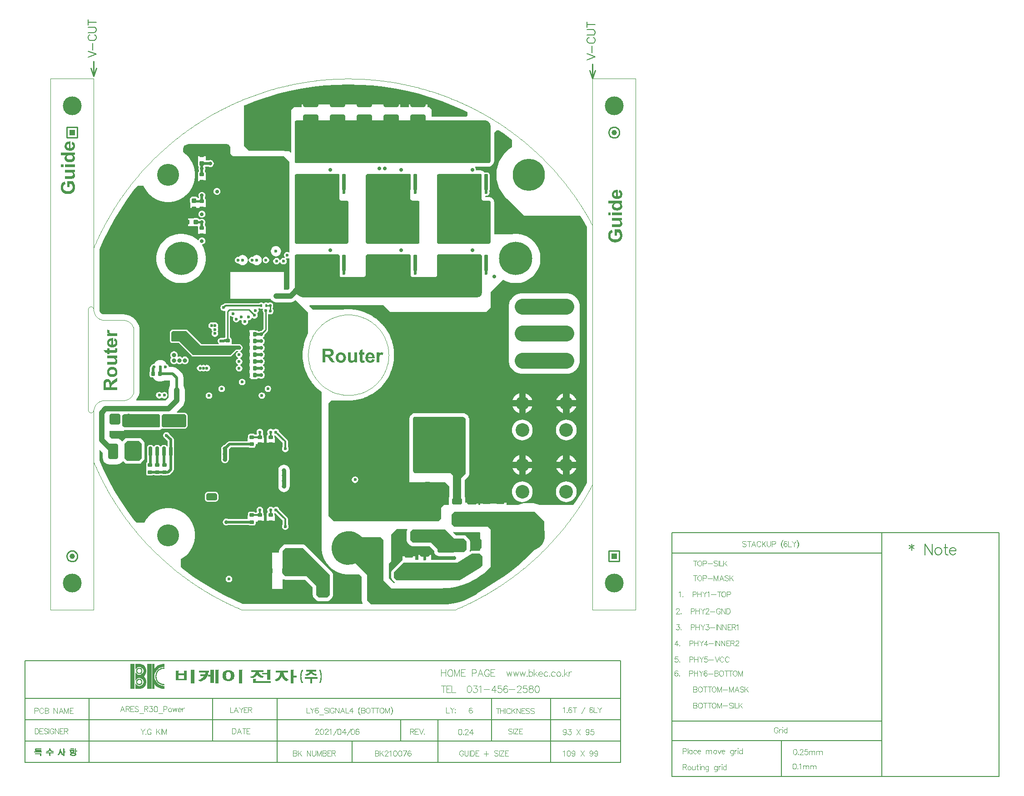
<source format=gbl>
G04*
G04 #@! TF.GenerationSoftware,Altium Limited,Altium Designer,18.1.9 (240)*
G04*
G04 Layer_Physical_Order=6*
G04 Layer_Color=16776960*
%FSLAX44Y44*%
%MOMM*%
G71*
G01*
G75*
%ADD11C,0.5000*%
%ADD12C,0.2000*%
%ADD13C,0.2500*%
%ADD14C,0.2540*%
%ADD15C,0.3000*%
%ADD18C,0.1000*%
%ADD19C,0.1800*%
%ADD21C,0.0100*%
%ADD22C,0.0254*%
%ADD23C,0.1524*%
G04:AMPARAMS|DCode=24|XSize=0.8mm|YSize=0.7mm|CornerRadius=0.0875mm|HoleSize=0mm|Usage=FLASHONLY|Rotation=180.000|XOffset=0mm|YOffset=0mm|HoleType=Round|Shape=RoundedRectangle|*
%AMROUNDEDRECTD24*
21,1,0.8000,0.5250,0,0,180.0*
21,1,0.6250,0.7000,0,0,180.0*
1,1,0.1750,-0.3125,0.2625*
1,1,0.1750,0.3125,0.2625*
1,1,0.1750,0.3125,-0.2625*
1,1,0.1750,-0.3125,-0.2625*
%
%ADD24ROUNDEDRECTD24*%
G04:AMPARAMS|DCode=25|XSize=1.6mm|YSize=1mm|CornerRadius=0.125mm|HoleSize=0mm|Usage=FLASHONLY|Rotation=0.000|XOffset=0mm|YOffset=0mm|HoleType=Round|Shape=RoundedRectangle|*
%AMROUNDEDRECTD25*
21,1,1.6000,0.7500,0,0,0.0*
21,1,1.3500,1.0000,0,0,0.0*
1,1,0.2500,0.6750,-0.3750*
1,1,0.2500,-0.6750,-0.3750*
1,1,0.2500,-0.6750,0.3750*
1,1,0.2500,0.6750,0.3750*
%
%ADD25ROUNDEDRECTD25*%
G04:AMPARAMS|DCode=32|XSize=0.45mm|YSize=0.5mm|CornerRadius=0.0563mm|HoleSize=0mm|Usage=FLASHONLY|Rotation=0.000|XOffset=0mm|YOffset=0mm|HoleType=Round|Shape=RoundedRectangle|*
%AMROUNDEDRECTD32*
21,1,0.4500,0.3875,0,0,0.0*
21,1,0.3375,0.5000,0,0,0.0*
1,1,0.1125,0.1688,-0.1938*
1,1,0.1125,-0.1688,-0.1938*
1,1,0.1125,-0.1688,0.1938*
1,1,0.1125,0.1688,0.1938*
%
%ADD32ROUNDEDRECTD32*%
G04:AMPARAMS|DCode=41|XSize=0.8mm|YSize=0.7mm|CornerRadius=0.0875mm|HoleSize=0mm|Usage=FLASHONLY|Rotation=90.000|XOffset=0mm|YOffset=0mm|HoleType=Round|Shape=RoundedRectangle|*
%AMROUNDEDRECTD41*
21,1,0.8000,0.5250,0,0,90.0*
21,1,0.6250,0.7000,0,0,90.0*
1,1,0.1750,0.2625,0.3125*
1,1,0.1750,0.2625,-0.3125*
1,1,0.1750,-0.2625,-0.3125*
1,1,0.1750,-0.2625,0.3125*
%
%ADD41ROUNDEDRECTD41*%
G04:AMPARAMS|DCode=42|XSize=1.8mm|YSize=1.15mm|CornerRadius=0.1438mm|HoleSize=0mm|Usage=FLASHONLY|Rotation=180.000|XOffset=0mm|YOffset=0mm|HoleType=Round|Shape=RoundedRectangle|*
%AMROUNDEDRECTD42*
21,1,1.8000,0.8625,0,0,180.0*
21,1,1.5125,1.1500,0,0,180.0*
1,1,0.2875,-0.7563,0.4313*
1,1,0.2875,0.7563,0.4313*
1,1,0.2875,0.7563,-0.4313*
1,1,0.2875,-0.7563,-0.4313*
%
%ADD42ROUNDEDRECTD42*%
G04:AMPARAMS|DCode=43|XSize=1.8mm|YSize=1.15mm|CornerRadius=0.1438mm|HoleSize=0mm|Usage=FLASHONLY|Rotation=90.000|XOffset=0mm|YOffset=0mm|HoleType=Round|Shape=RoundedRectangle|*
%AMROUNDEDRECTD43*
21,1,1.8000,0.8625,0,0,90.0*
21,1,1.5125,1.1500,0,0,90.0*
1,1,0.2875,0.4313,0.7563*
1,1,0.2875,0.4313,-0.7563*
1,1,0.2875,-0.4313,-0.7563*
1,1,0.2875,-0.4313,0.7563*
%
%ADD43ROUNDEDRECTD43*%
%ADD44C,0.8000*%
G04:AMPARAMS|DCode=46|XSize=1.8mm|YSize=2.8mm|CornerRadius=0.225mm|HoleSize=0mm|Usage=FLASHONLY|Rotation=0.000|XOffset=0mm|YOffset=0mm|HoleType=Round|Shape=RoundedRectangle|*
%AMROUNDEDRECTD46*
21,1,1.8000,2.3500,0,0,0.0*
21,1,1.3500,2.8000,0,0,0.0*
1,1,0.4500,0.6750,-1.1750*
1,1,0.4500,-0.6750,-1.1750*
1,1,0.4500,-0.6750,1.1750*
1,1,0.4500,0.6750,1.1750*
%
%ADD46ROUNDEDRECTD46*%
%ADD56R,1.0000X1.0000*%
%ADD57C,1.0000*%
%ADD104C,0.3500*%
%ADD105C,0.4000*%
%ADD107C,0.8000*%
%ADD108C,1.0000*%
%ADD110C,3.0000*%
%ADD112C,6.2000*%
%ADD113C,4.1000*%
%ADD114C,6.0000*%
G04:AMPARAMS|DCode=115|XSize=2mm|YSize=2mm|CornerRadius=0.3mm|HoleSize=0mm|Usage=FLASHONLY|Rotation=0.000|XOffset=0mm|YOffset=0mm|HoleType=Round|Shape=RoundedRectangle|*
%AMROUNDEDRECTD115*
21,1,2.0000,1.4000,0,0,0.0*
21,1,1.4000,2.0000,0,0,0.0*
1,1,0.6000,0.7000,-0.7000*
1,1,0.6000,-0.7000,-0.7000*
1,1,0.6000,-0.7000,0.7000*
1,1,0.6000,0.7000,0.7000*
%
%ADD115ROUNDEDRECTD115*%
%ADD116C,2.0000*%
%ADD117C,2.5400*%
%ADD118C,3.5000*%
%ADD119C,0.6000*%
%ADD120C,0.7000*%
G04:AMPARAMS|DCode=122|XSize=3.5mm|YSize=1.2mm|CornerRadius=0.15mm|HoleSize=0mm|Usage=FLASHONLY|Rotation=180.000|XOffset=0mm|YOffset=0mm|HoleType=Round|Shape=RoundedRectangle|*
%AMROUNDEDRECTD122*
21,1,3.5000,0.9000,0,0,180.0*
21,1,3.2000,1.2000,0,0,180.0*
1,1,0.3000,-1.6000,0.4500*
1,1,0.3000,1.6000,0.4500*
1,1,0.3000,1.6000,-0.4500*
1,1,0.3000,-1.6000,-0.4500*
%
%ADD122ROUNDEDRECTD122*%
G04:AMPARAMS|DCode=123|XSize=3.5mm|YSize=1.2mm|CornerRadius=0.15mm|HoleSize=0mm|Usage=FLASHONLY|Rotation=270.000|XOffset=0mm|YOffset=0mm|HoleType=Round|Shape=RoundedRectangle|*
%AMROUNDEDRECTD123*
21,1,3.5000,0.9000,0,0,270.0*
21,1,3.2000,1.2000,0,0,270.0*
1,1,0.3000,-0.4500,-1.6000*
1,1,0.3000,-0.4500,1.6000*
1,1,0.3000,0.4500,1.6000*
1,1,0.3000,0.4500,-1.6000*
%
%ADD123ROUNDEDRECTD123*%
G04:AMPARAMS|DCode=124|XSize=2mm|YSize=3.2mm|CornerRadius=0.25mm|HoleSize=0mm|Usage=FLASHONLY|Rotation=90.000|XOffset=0mm|YOffset=0mm|HoleType=Round|Shape=RoundedRectangle|*
%AMROUNDEDRECTD124*
21,1,2.0000,2.7000,0,0,90.0*
21,1,1.5000,3.2000,0,0,90.0*
1,1,0.5000,1.3500,0.7500*
1,1,0.5000,1.3500,-0.7500*
1,1,0.5000,-1.3500,-0.7500*
1,1,0.5000,-1.3500,0.7500*
%
%ADD124ROUNDEDRECTD124*%
G04:AMPARAMS|DCode=125|XSize=2.5mm|YSize=5.2mm|CornerRadius=0.375mm|HoleSize=0mm|Usage=FLASHONLY|Rotation=180.000|XOffset=0mm|YOffset=0mm|HoleType=Round|Shape=RoundedRectangle|*
%AMROUNDEDRECTD125*
21,1,2.5000,4.4500,0,0,180.0*
21,1,1.7500,5.2000,0,0,180.0*
1,1,0.7500,-0.8750,2.2250*
1,1,0.7500,0.8750,2.2250*
1,1,0.7500,0.8750,-2.2250*
1,1,0.7500,-0.8750,-2.2250*
%
%ADD125ROUNDEDRECTD125*%
G04:AMPARAMS|DCode=126|XSize=1.8mm|YSize=1.8mm|CornerRadius=0.225mm|HoleSize=0mm|Usage=FLASHONLY|Rotation=270.000|XOffset=0mm|YOffset=0mm|HoleType=Round|Shape=RoundedRectangle|*
%AMROUNDEDRECTD126*
21,1,1.8000,1.3500,0,0,270.0*
21,1,1.3500,1.8000,0,0,270.0*
1,1,0.4500,-0.6750,-0.6750*
1,1,0.4500,-0.6750,0.6750*
1,1,0.4500,0.6750,0.6750*
1,1,0.4500,0.6750,-0.6750*
%
%ADD126ROUNDEDRECTD126*%
G04:AMPARAMS|DCode=127|XSize=0.6mm|YSize=3mm|CornerRadius=0.09mm|HoleSize=0mm|Usage=FLASHONLY|Rotation=180.000|XOffset=0mm|YOffset=0mm|HoleType=Round|Shape=RoundedRectangle|*
%AMROUNDEDRECTD127*
21,1,0.6000,2.8200,0,0,180.0*
21,1,0.4200,3.0000,0,0,180.0*
1,1,0.1800,-0.2100,1.4100*
1,1,0.1800,0.2100,1.4100*
1,1,0.1800,0.2100,-1.4100*
1,1,0.1800,-0.2100,-1.4100*
%
%ADD127ROUNDEDRECTD127*%
G04:AMPARAMS|DCode=128|XSize=10mm|YSize=8mm|CornerRadius=0.4mm|HoleSize=0mm|Usage=FLASHONLY|Rotation=180.000|XOffset=0mm|YOffset=0mm|HoleType=Round|Shape=RoundedRectangle|*
%AMROUNDEDRECTD128*
21,1,10.0000,7.2000,0,0,180.0*
21,1,9.2000,8.0000,0,0,180.0*
1,1,0.8000,-4.6000,3.6000*
1,1,0.8000,4.6000,3.6000*
1,1,0.8000,4.6000,-3.6000*
1,1,0.8000,-4.6000,-3.6000*
%
%ADD128ROUNDEDRECTD128*%
G04:AMPARAMS|DCode=129|XSize=10mm|YSize=8mm|CornerRadius=1.2mm|HoleSize=0mm|Usage=FLASHONLY|Rotation=180.000|XOffset=0mm|YOffset=0mm|HoleType=Round|Shape=RoundedRectangle|*
%AMROUNDEDRECTD129*
21,1,10.0000,5.6000,0,0,180.0*
21,1,7.6000,8.0000,0,0,180.0*
1,1,2.4000,-3.8000,2.8000*
1,1,2.4000,3.8000,2.8000*
1,1,2.4000,3.8000,-2.8000*
1,1,2.4000,-3.8000,-2.8000*
%
%ADD129ROUNDEDRECTD129*%
G04:AMPARAMS|DCode=130|XSize=0.4mm|YSize=0.5mm|CornerRadius=0.04mm|HoleSize=0mm|Usage=FLASHONLY|Rotation=180.000|XOffset=0mm|YOffset=0mm|HoleType=Round|Shape=RoundedRectangle|*
%AMROUNDEDRECTD130*
21,1,0.4000,0.4200,0,0,180.0*
21,1,0.3200,0.5000,0,0,180.0*
1,1,0.0800,-0.1600,0.2100*
1,1,0.0800,0.1600,0.2100*
1,1,0.0800,0.1600,-0.2100*
1,1,0.0800,-0.1600,-0.2100*
%
%ADD130ROUNDEDRECTD130*%
G04:AMPARAMS|DCode=131|XSize=2mm|YSize=3.15mm|CornerRadius=0.2mm|HoleSize=0mm|Usage=FLASHONLY|Rotation=270.000|XOffset=0mm|YOffset=0mm|HoleType=Round|Shape=RoundedRectangle|*
%AMROUNDEDRECTD131*
21,1,2.0000,2.7500,0,0,270.0*
21,1,1.6000,3.1500,0,0,270.0*
1,1,0.4000,-1.3750,-0.8000*
1,1,0.4000,-1.3750,0.8000*
1,1,0.4000,1.3750,0.8000*
1,1,0.4000,1.3750,-0.8000*
%
%ADD131ROUNDEDRECTD131*%
G04:AMPARAMS|DCode=132|XSize=0.635mm|YSize=1.778mm|CornerRadius=0.1588mm|HoleSize=0mm|Usage=FLASHONLY|Rotation=0.000|XOffset=0mm|YOffset=0mm|HoleType=Round|Shape=RoundedRectangle|*
%AMROUNDEDRECTD132*
21,1,0.6350,1.4605,0,0,0.0*
21,1,0.3175,1.7780,0,0,0.0*
1,1,0.3175,0.1588,-0.7302*
1,1,0.3175,-0.1588,-0.7302*
1,1,0.3175,-0.1588,0.7302*
1,1,0.3175,0.1588,0.7302*
%
%ADD132ROUNDEDRECTD132*%
G04:AMPARAMS|DCode=133|XSize=1.8mm|YSize=2.8mm|CornerRadius=0.225mm|HoleSize=0mm|Usage=FLASHONLY|Rotation=90.000|XOffset=0mm|YOffset=0mm|HoleType=Round|Shape=RoundedRectangle|*
%AMROUNDEDRECTD133*
21,1,1.8000,2.3500,0,0,90.0*
21,1,1.3500,2.8000,0,0,90.0*
1,1,0.4500,1.1750,0.6750*
1,1,0.4500,1.1750,-0.6750*
1,1,0.4500,-1.1750,-0.6750*
1,1,0.4500,-1.1750,0.6750*
%
%ADD133ROUNDEDRECTD133*%
G04:AMPARAMS|DCode=134|XSize=0.8mm|YSize=0.9mm|CornerRadius=0.1mm|HoleSize=0mm|Usage=FLASHONLY|Rotation=90.000|XOffset=0mm|YOffset=0mm|HoleType=Round|Shape=RoundedRectangle|*
%AMROUNDEDRECTD134*
21,1,0.8000,0.7000,0,0,90.0*
21,1,0.6000,0.9000,0,0,90.0*
1,1,0.2000,0.3500,0.3000*
1,1,0.2000,0.3500,-0.3000*
1,1,0.2000,-0.3500,-0.3000*
1,1,0.2000,-0.3500,0.3000*
%
%ADD134ROUNDEDRECTD134*%
G04:AMPARAMS|DCode=135|XSize=0.8mm|YSize=0.9mm|CornerRadius=0.1mm|HoleSize=0mm|Usage=FLASHONLY|Rotation=180.000|XOffset=0mm|YOffset=0mm|HoleType=Round|Shape=RoundedRectangle|*
%AMROUNDEDRECTD135*
21,1,0.8000,0.7000,0,0,180.0*
21,1,0.6000,0.9000,0,0,180.0*
1,1,0.2000,-0.3000,0.3500*
1,1,0.2000,0.3000,0.3500*
1,1,0.2000,0.3000,-0.3500*
1,1,0.2000,-0.3000,-0.3500*
%
%ADD135ROUNDEDRECTD135*%
G36*
X-5Y504157D02*
X-4Y504156D01*
X-3Y504156D01*
X-0Y504156D01*
X2Y504157D01*
X1267Y504215D01*
X21991Y503762D01*
X43945Y502323D01*
X65814Y499928D01*
X87558Y496581D01*
X109136Y492289D01*
X130506Y487060D01*
X151627Y480904D01*
X172460Y473832D01*
X192964Y465858D01*
X213102Y456998D01*
X222000Y452610D01*
X222000Y447000D01*
X219090Y444090D01*
X177000D01*
X176659Y444056D01*
X155000D01*
X155000Y455690D01*
X154731Y457042D01*
X154203Y458316D01*
X153437Y459462D01*
X152462Y460437D01*
X151316Y461203D01*
X150042Y461731D01*
X149170Y461904D01*
X148689Y462000D01*
X148270Y462000D01*
X147000Y462652D01*
Y467000D01*
X113000D01*
Y462000D01*
X97000Y462000D01*
Y467000D01*
X96000D01*
Y467000D01*
X-85000D01*
Y467000D01*
X-87000D01*
Y462000D01*
X-98000D01*
X-98846Y462000D01*
X-100506Y461670D01*
X-102069Y461022D01*
X-103476Y460082D01*
X-104673Y458885D01*
X-105613Y457478D01*
X-106261Y455915D01*
X-106524Y454592D01*
X-106591Y454255D01*
X-106591Y453409D01*
X-106591Y453409D01*
X-106591Y453409D01*
X-106591Y426591D01*
Y378250D01*
X-107764Y377764D01*
X-109999Y380000D01*
X-116584D01*
X-117389Y380333D01*
X-120000Y380677D01*
X-185677Y380677D01*
X-195000Y390000D01*
X-195079Y459559D01*
X-195079Y461139D01*
X-194607Y464264D01*
X-194295Y465275D01*
X-192967Y465859D01*
X-172463Y473833D01*
X-151631Y480905D01*
X-130510Y487061D01*
X-109141Y492290D01*
X-87564Y496582D01*
X-65820Y499928D01*
X-43951Y502323D01*
X-21998Y503762D01*
X-1270Y504215D01*
X-5Y504157D01*
D02*
G37*
G36*
X-225311Y392805D02*
X-223945Y392240D01*
X-222716Y391420D01*
X-221671Y390375D01*
X-220850Y389145D01*
X-220286Y387780D01*
X-220096Y386821D01*
X-220000Y385591D01*
X-220000Y385591D01*
X-220000Y385591D01*
X-220000Y378091D01*
X-219964Y377355D01*
X-219678Y375913D01*
X-219116Y374554D01*
X-218299Y373332D01*
X-217259Y372292D01*
X-216036Y371475D01*
X-214678Y370913D01*
X-213235Y370626D01*
X-212500Y370591D01*
X-120000Y370591D01*
X-110000Y360591D01*
Y191847D01*
X-111120Y191248D01*
X-111659Y191608D01*
X-114000Y192074D01*
X-116341Y191608D01*
X-118326Y190282D01*
X-119652Y188297D01*
X-120118Y185956D01*
X-119652Y183615D01*
X-118518Y181919D01*
X-119049Y180855D01*
X-119148Y180749D01*
X-121000Y181117D01*
X-123341Y180652D01*
X-125326Y179326D01*
X-126652Y177341D01*
X-126853Y176332D01*
X-128147D01*
X-128348Y177341D01*
X-129674Y179326D01*
X-131659Y180652D01*
X-134000Y181117D01*
X-136341Y180652D01*
X-138326Y179326D01*
X-139652Y177341D01*
X-140118Y175000D01*
X-139652Y172659D01*
X-138326Y170674D01*
X-136341Y169348D01*
X-134000Y168883D01*
X-131659Y169348D01*
X-129674Y170674D01*
X-128348Y172659D01*
X-128147Y173668D01*
X-126853D01*
X-126652Y172659D01*
X-125326Y170674D01*
X-123341Y169348D01*
X-121000Y168883D01*
X-118659Y169348D01*
X-116674Y170674D01*
X-115348Y172659D01*
X-114882Y175000D01*
X-115348Y177341D01*
X-116482Y179037D01*
X-115951Y180101D01*
X-115852Y180207D01*
X-114000Y179839D01*
X-111659Y180304D01*
X-111120Y180664D01*
X-110000Y180066D01*
Y123904D01*
X-112635Y121269D01*
X-120000D01*
Y155000D01*
X-220000D01*
Y105000D01*
X-144763D01*
X-144295Y103870D01*
X-142452Y101468D01*
X-140050Y99625D01*
X-137252Y98466D01*
X-134250Y98071D01*
X-107830D01*
X-107830Y98071D01*
X-104828Y98466D01*
X-102030Y99625D01*
X-99628Y101468D01*
X-99004Y102092D01*
X-97734D01*
X-75000Y79358D01*
Y40183D01*
X-76776Y36860D01*
X-76853Y36657D01*
X-76947Y36480D01*
X-77062Y36204D01*
X-77200Y35965D01*
X-80020Y29157D01*
X-80091Y28891D01*
X-80137Y28779D01*
X-80208Y28544D01*
X-80353Y28225D01*
X-82492Y21173D01*
X-82549Y20828D01*
X-82557Y20802D01*
X-82591Y20630D01*
X-82733Y20213D01*
X-84170Y12986D01*
X-84203Y12490D01*
X-84316Y12007D01*
X-85038Y4673D01*
X-85021Y4177D01*
X-85086Y3684D01*
Y-3684D01*
X-85021Y-4177D01*
X-85038Y-4673D01*
X-84316Y-12007D01*
X-84203Y-12490D01*
X-84170Y-12986D01*
X-82733Y-20213D01*
X-82591Y-20630D01*
X-82557Y-20802D01*
X-82549Y-20828D01*
X-82492Y-21173D01*
X-80353Y-28225D01*
X-80208Y-28544D01*
X-80137Y-28779D01*
X-80091Y-28891D01*
X-80020Y-29157D01*
X-77200Y-35965D01*
X-77062Y-36204D01*
X-76947Y-36480D01*
X-76853Y-36657D01*
X-76776Y-36860D01*
X-73302Y-43359D01*
X-73176Y-43535D01*
X-73018Y-43831D01*
X-72871Y-44051D01*
X-72794Y-44208D01*
X-68700Y-50335D01*
X-68584Y-50466D01*
X-68387Y-50762D01*
X-68189Y-51003D01*
X-68110Y-51130D01*
X-63435Y-56826D01*
X-63326Y-56928D01*
X-63099Y-57205D01*
X-62856Y-57448D01*
X-62771Y-57560D01*
X-57560Y-62771D01*
X-57448Y-62856D01*
X-57205Y-63099D01*
X-56928Y-63326D01*
X-56826Y-63435D01*
X-51130Y-68110D01*
X-51003Y-68189D01*
X-50762Y-68387D01*
X-50466Y-68584D01*
X-50335Y-68700D01*
X-50000Y-68923D01*
X-50000Y-359416D01*
X-49893Y-362686D01*
X-49039Y-369170D01*
X-47347Y-375487D01*
X-44844Y-381529D01*
X-41573Y-387193D01*
X-37592Y-392381D01*
X-32967Y-397006D01*
X-27778Y-400986D01*
X-22114Y-404256D01*
X-16072Y-406758D01*
X-9754Y-408450D01*
X-3270Y-409303D01*
X-0Y-409409D01*
X20145Y-409409D01*
X24914Y-414178D01*
Y-457500D01*
X25257Y-460111D01*
X26265Y-462543D01*
X26630Y-463018D01*
X26068Y-464157D01*
X-196834D01*
X-213101Y-457000D01*
X-232833Y-447269D01*
X-252121Y-436687D01*
X-270929Y-425274D01*
X-289221Y-413052D01*
X-306963Y-400043D01*
X-312500Y-395599D01*
Y-380651D01*
X-308006Y-378056D01*
X-302815Y-374072D01*
X-298188Y-369445D01*
X-294204Y-364254D01*
X-290932Y-358587D01*
X-288428Y-352541D01*
X-286734Y-346220D01*
X-285880Y-339732D01*
Y-332112D01*
X-286736Y-325613D01*
X-288432Y-319280D01*
X-290941Y-313224D01*
X-294219Y-307546D01*
X-298210Y-302345D01*
X-302845Y-297710D01*
X-308046Y-293719D01*
X-313724Y-290441D01*
X-319780Y-287932D01*
X-326113Y-286236D01*
X-332612Y-285380D01*
X-339082D01*
X-345591Y-286237D01*
X-351932Y-287936D01*
X-357997Y-290448D01*
X-363683Y-293731D01*
X-368891Y-297727D01*
X-373533Y-302369D01*
X-377529Y-307578D01*
X-380371Y-312500D01*
X-395599D01*
X-400043Y-306963D01*
X-413052Y-289221D01*
X-425274Y-270929D01*
X-436687Y-252121D01*
X-447269Y-232833D01*
X-457000Y-213101D01*
X-464157Y-196834D01*
Y-177318D01*
X-462984Y-176832D01*
X-457606Y-182210D01*
Y-191750D01*
X-457185Y-194948D01*
X-455950Y-197928D01*
X-453987Y-200487D01*
X-451428Y-202450D01*
X-448448Y-203685D01*
X-445250Y-204106D01*
X-431750D01*
X-428552Y-203685D01*
X-425572Y-202450D01*
X-423013Y-200487D01*
X-421050Y-197928D01*
X-419560Y-197650D01*
X-416105Y-201105D01*
X-414451Y-202210D01*
X-412500Y-202598D01*
X-390000D01*
X-388049Y-202210D01*
X-386395Y-201105D01*
X-381395Y-196105D01*
X-380290Y-194451D01*
X-379902Y-192500D01*
Y-165000D01*
X-380290Y-163049D01*
X-381395Y-161395D01*
X-381395Y-161395D01*
X-386395Y-156395D01*
X-388049Y-155290D01*
X-390000Y-154902D01*
X-412500D01*
X-414451Y-155290D01*
X-416105Y-156395D01*
X-420462Y-160752D01*
X-422092Y-160713D01*
X-423013Y-159513D01*
X-425572Y-157550D01*
X-428552Y-156315D01*
X-431750Y-155894D01*
X-441290D01*
X-444927Y-152257D01*
Y-141790D01*
X-444583Y-141647D01*
X-443657Y-141556D01*
X-418495D01*
X-418107Y-139976D01*
X-417495Y-140098D01*
X-353503D01*
X-351552Y-139710D01*
X-350633Y-139329D01*
X-348979Y-138224D01*
X-348276Y-137521D01*
X-348276Y-137521D01*
X-348005Y-137115D01*
X-346689Y-136973D01*
X-346433Y-137049D01*
X-345976Y-137355D01*
X-345000Y-137549D01*
X-305000Y-137549D01*
X-304025Y-137355D01*
X-303198Y-136802D01*
X-300698Y-134302D01*
X-300145Y-133475D01*
X-299951Y-132500D01*
X-299951Y-112500D01*
X-300145Y-111525D01*
X-300698Y-110698D01*
X-303198Y-108198D01*
X-304025Y-107645D01*
X-305000Y-107451D01*
X-319476Y-107451D01*
X-319962Y-106278D01*
X-309342Y-95658D01*
X-307468Y-93374D01*
X-306075Y-90768D01*
X-305217Y-87941D01*
X-304927Y-85000D01*
Y-71750D01*
Y-65250D01*
X-305217Y-62309D01*
X-306075Y-59482D01*
X-307392Y-57017D01*
Y-42500D01*
X-307822Y-39237D01*
X-309081Y-36196D01*
X-311085Y-33585D01*
X-318585Y-26085D01*
X-321196Y-24081D01*
X-324237Y-22822D01*
X-327500Y-22392D01*
X-334684D01*
X-335128Y-20159D01*
X-336454Y-18174D01*
X-338439Y-16848D01*
X-338776Y-16781D01*
X-339123Y-15944D01*
X-341207Y-13228D01*
X-343922Y-11144D01*
X-347085Y-9835D01*
X-350479Y-9388D01*
X-353872Y-9835D01*
X-357035Y-11144D01*
X-359750Y-13228D01*
X-361834Y-15944D01*
X-362017Y-16386D01*
X-364341Y-16848D01*
X-366326Y-18174D01*
X-367652Y-20159D01*
X-367667Y-20237D01*
X-367965Y-20535D01*
X-369181Y-22354D01*
X-369608Y-24500D01*
Y-29364D01*
X-370275Y-30363D01*
X-370576Y-31875D01*
Y-38125D01*
X-370275Y-39637D01*
X-369419Y-40919D01*
X-368137Y-41775D01*
X-366625Y-42076D01*
X-363760D01*
X-363124Y-43609D01*
X-361381Y-45881D01*
X-359109Y-47624D01*
X-356464Y-48720D01*
X-353625Y-49094D01*
X-348375D01*
X-345536Y-48720D01*
X-342891Y-47624D01*
X-342869Y-47608D01*
X-332722D01*
X-332608Y-47722D01*
Y-57017D01*
X-333925Y-59482D01*
X-334783Y-62309D01*
X-335073Y-65250D01*
Y-71750D01*
Y-78757D01*
X-341243Y-84927D01*
X-395063D01*
X-395594Y-83774D01*
X-395038Y-83123D01*
X-392513Y-79001D01*
X-390663Y-74536D01*
X-389534Y-69836D01*
X-389250Y-66226D01*
X-389250Y-66223D01*
X-389249Y-66207D01*
X-389155Y-65017D01*
X-389157Y-64991D01*
X-389157D01*
Y45000D01*
X-389155D01*
X-389535Y49825D01*
X-390665Y54532D01*
X-392517Y59003D01*
X-395046Y63130D01*
X-398189Y66811D01*
X-401870Y69954D01*
X-405997Y72483D01*
X-410468Y74335D01*
X-415175Y75465D01*
X-420000Y75845D01*
Y75843D01*
X-420000Y75843D01*
X-455000D01*
X-455169Y75820D01*
X-457382Y76112D01*
X-459601Y77031D01*
X-461507Y78493D01*
X-462969Y80399D01*
X-463888Y82618D01*
X-464179Y84831D01*
X-464157Y85000D01*
Y196835D01*
X-456998Y213104D01*
X-447268Y232835D01*
X-436686Y252123D01*
X-425274Y270931D01*
X-413051Y289223D01*
X-400042Y306965D01*
X-393203Y315487D01*
X-381733D01*
X-380812Y313263D01*
X-377529Y307577D01*
X-373533Y302369D01*
X-368891Y297727D01*
X-363683Y293731D01*
X-357997Y290448D01*
X-351932Y287936D01*
X-345591Y286237D01*
X-339082Y285380D01*
X-332528D01*
X-326040Y286234D01*
X-319719Y287928D01*
X-313673Y290432D01*
X-308006Y293704D01*
X-302815Y297687D01*
X-298188Y302315D01*
X-294204Y307506D01*
X-290932Y313173D01*
X-288428Y319219D01*
X-286734Y325540D01*
X-285880Y332028D01*
Y339648D01*
X-286736Y346147D01*
X-288432Y352480D01*
X-290941Y358536D01*
X-294219Y364214D01*
X-298210Y369415D01*
X-302845Y374050D01*
X-307873Y377908D01*
Y384627D01*
X-307835Y385399D01*
X-307534Y386913D01*
X-306943Y388339D01*
X-306086Y389622D01*
X-305170Y390537D01*
X-304221Y391230D01*
D01*
X-303167Y391796D01*
X-302285Y392161D01*
X-300772Y392462D01*
X-300000Y392500D01*
X-300000D01*
X-298974Y393090D01*
X-227500Y393091D01*
X-226761Y393092D01*
X-225311Y392805D01*
D02*
G37*
G36*
X-517884Y385924D02*
X-517857D01*
X-517801D01*
X-517662D01*
X-517524Y385952D01*
X-517329Y385979D01*
X-517107Y386007D01*
X-516635Y386091D01*
X-516080Y386229D01*
X-515497Y386424D01*
X-514942Y386701D01*
X-514442Y387090D01*
Y387118D01*
X-514386Y387146D01*
X-514248Y387284D01*
X-514053Y387534D01*
X-513859Y387867D01*
X-513637Y388284D01*
X-513442Y388783D01*
X-513304Y389339D01*
X-513276Y389644D01*
X-513248Y389949D01*
Y390144D01*
X-513276Y390338D01*
X-513331Y390616D01*
X-513387Y390921D01*
X-513498Y391227D01*
X-513665Y391560D01*
X-513859Y391865D01*
X-513887Y391893D01*
X-513970Y392004D01*
X-514137Y392143D01*
X-514359Y392309D01*
X-514636Y392531D01*
X-514997Y392726D01*
X-515414Y392920D01*
X-515913Y393087D01*
X-515080Y397973D01*
X-515053D01*
X-514969Y397917D01*
X-514831Y397862D01*
X-514636Y397806D01*
X-514414Y397695D01*
X-514164Y397556D01*
X-513859Y397417D01*
X-513554Y397251D01*
X-512887Y396834D01*
X-512221Y396307D01*
X-511555Y395696D01*
X-511249Y395335D01*
X-510972Y394975D01*
X-510944Y394947D01*
X-510916Y394891D01*
X-510833Y394780D01*
X-510750Y394614D01*
X-510639Y394419D01*
X-510527Y394169D01*
X-510416Y393892D01*
X-510278Y393586D01*
X-510139Y393226D01*
X-510028Y392837D01*
X-509917Y392420D01*
X-509806Y391976D01*
X-509722Y391504D01*
X-509639Y390977D01*
X-509611Y390449D01*
X-509584Y389894D01*
Y389672D01*
X-509611Y389422D01*
X-509639Y389089D01*
X-509667Y388700D01*
X-509750Y388228D01*
X-509833Y387729D01*
X-509972Y387173D01*
X-510139Y386590D01*
X-510361Y386007D01*
X-510611Y385424D01*
X-510916Y384813D01*
X-511277Y384258D01*
X-511693Y383703D01*
X-512165Y383203D01*
X-512721Y382731D01*
X-512748Y382704D01*
X-512832Y382648D01*
X-512971Y382565D01*
X-513193Y382454D01*
X-513442Y382315D01*
X-513720Y382148D01*
X-514081Y381982D01*
X-514470Y381815D01*
X-514914Y381649D01*
X-515414Y381482D01*
X-515941Y381315D01*
X-516496Y381177D01*
X-517107Y381066D01*
X-517746Y380982D01*
X-518440Y380927D01*
X-519134Y380899D01*
X-519189D01*
X-519328D01*
X-519578Y380927D01*
X-519883D01*
X-520272Y380982D01*
X-520744Y381038D01*
X-521216Y381093D01*
X-521771Y381204D01*
X-522326Y381315D01*
X-522909Y381482D01*
X-523520Y381676D01*
X-524131Y381898D01*
X-524714Y382176D01*
X-525297Y382509D01*
X-525852Y382870D01*
X-526352Y383287D01*
X-526380Y383314D01*
X-526463Y383398D01*
X-526602Y383536D01*
X-526768Y383731D01*
X-526963Y383953D01*
X-527185Y384258D01*
X-527435Y384591D01*
X-527685Y384952D01*
X-527907Y385369D01*
X-528157Y385841D01*
X-528379Y386340D01*
X-528573Y386896D01*
X-528740Y387451D01*
X-528878Y388062D01*
X-528962Y388728D01*
X-528989Y389394D01*
Y389589D01*
X-528962Y389783D01*
X-528934Y390088D01*
X-528906Y390421D01*
X-528851Y390838D01*
X-528767Y391282D01*
X-528656Y391754D01*
X-528490Y392281D01*
X-528323Y392809D01*
X-528101Y393336D01*
X-527823Y393892D01*
X-527518Y394419D01*
X-527157Y394947D01*
X-526713Y395446D01*
X-526241Y395918D01*
X-526213Y395946D01*
X-526102Y396029D01*
X-525963Y396141D01*
X-525741Y396279D01*
X-525436Y396474D01*
X-525075Y396668D01*
X-524658Y396890D01*
X-524187Y397112D01*
X-523631Y397334D01*
X-522993Y397529D01*
X-522326Y397723D01*
X-521577Y397890D01*
X-520744Y398028D01*
X-519856Y398139D01*
X-518912Y398223D01*
X-517884D01*
Y385924D01*
D02*
G37*
G36*
X-510000Y372931D02*
X-512693D01*
X-512637Y372876D01*
X-512554Y372820D01*
X-512471Y372737D01*
X-512165Y372487D01*
X-511832Y372182D01*
X-511444Y371765D01*
X-511027Y371321D01*
X-510666Y370794D01*
X-510333Y370238D01*
Y370211D01*
X-510305Y370183D01*
X-510278Y370072D01*
X-510222Y369961D01*
X-510083Y369655D01*
X-509972Y369267D01*
X-509833Y368795D01*
X-509695Y368267D01*
X-509611Y367712D01*
X-509584Y367129D01*
Y366990D01*
X-509611Y366824D01*
Y366601D01*
X-509667Y366324D01*
X-509722Y365991D01*
X-509806Y365630D01*
X-509917Y365241D01*
X-510028Y364825D01*
X-510194Y364380D01*
X-510416Y363936D01*
X-510666Y363464D01*
X-510944Y363020D01*
X-511305Y362548D01*
X-511693Y362104D01*
X-512138Y361660D01*
X-512165Y361632D01*
X-512249Y361576D01*
X-512415Y361438D01*
X-512610Y361299D01*
X-512887Y361132D01*
X-513193Y360938D01*
X-513581Y360744D01*
X-513998Y360522D01*
X-514497Y360299D01*
X-515025Y360105D01*
X-515636Y359911D01*
X-516274Y359744D01*
X-516968Y359605D01*
X-517718Y359494D01*
X-518523Y359411D01*
X-519356Y359383D01*
X-519411D01*
X-519578D01*
X-519800Y359411D01*
X-520133D01*
X-520522Y359439D01*
X-520966Y359494D01*
X-521493Y359578D01*
X-522021Y359661D01*
X-522604Y359772D01*
X-523187Y359911D01*
X-523770Y360105D01*
X-524381Y360299D01*
X-524964Y360549D01*
X-525519Y360855D01*
X-526046Y361188D01*
X-526519Y361576D01*
X-526546Y361604D01*
X-526630Y361688D01*
X-526741Y361799D01*
X-526907Y361965D01*
X-527102Y362187D01*
X-527296Y362465D01*
X-527518Y362770D01*
X-527768Y363103D01*
X-527990Y363492D01*
X-528212Y363936D01*
X-528406Y364380D01*
X-528601Y364880D01*
X-528767Y365408D01*
X-528878Y365963D01*
X-528962Y366574D01*
X-528989Y367184D01*
Y367323D01*
X-528962Y367490D01*
Y367712D01*
X-528906Y367990D01*
X-528851Y368295D01*
X-528767Y368628D01*
X-528656Y369017D01*
X-528517Y369433D01*
X-528351Y369877D01*
X-528129Y370322D01*
X-527879Y370766D01*
X-527601Y371238D01*
X-527240Y371682D01*
X-526852Y372126D01*
X-526380Y372570D01*
X-535625D01*
Y377484D01*
X-510000D01*
Y372931D01*
D02*
G37*
G36*
X-96250Y437500D02*
X252750Y437500D01*
X252750Y437500D01*
X253956Y437500D01*
X256323Y437029D01*
X258552Y436106D01*
X260559Y434765D01*
X262265Y433059D01*
X263606Y431053D01*
X264529Y428823D01*
X265000Y426456D01*
X265000Y425250D01*
X265000Y362500D01*
X265000Y362500D01*
X265000Y361505D01*
X264239Y359668D01*
X262832Y358261D01*
X260994Y357500D01*
X260000Y357500D01*
X-96996D01*
X-98374Y358071D01*
X-99429Y359126D01*
X-100000Y360504D01*
Y361250D01*
Y433750D01*
X-100000Y434496D01*
X-99429Y435874D01*
X-98374Y436929D01*
X-96996Y437500D01*
X-96250Y437500D01*
D02*
G37*
G36*
X289222Y413050D02*
X305000Y401481D01*
Y387408D01*
X304997Y387406D01*
X300095Y384131D01*
X295538Y380391D01*
X291369Y376222D01*
X287629Y371665D01*
X284354Y366763D01*
X281575Y361564D01*
X279319Y356118D01*
X277608Y350476D01*
X276458Y344694D01*
X275880Y338828D01*
Y332932D01*
X276458Y327066D01*
X277608Y321284D01*
X279319Y315642D01*
X281575Y310196D01*
X284354Y304997D01*
X287629Y300095D01*
X291369Y295538D01*
X295538Y291369D01*
X298851Y288651D01*
X327500Y260000D01*
X431906Y260000D01*
X436690Y252117D01*
X444157Y238506D01*
Y-238506D01*
X436688Y-252119D01*
X425275Y-270928D01*
X419213Y-280000D01*
X357767D01*
X356114Y-279315D01*
X350472Y-277604D01*
X344690Y-276454D01*
X338823Y-275876D01*
X332928D01*
X327061Y-276454D01*
X321279Y-277604D01*
X315638Y-279315D01*
X313984Y-280000D01*
X294500D01*
Y-275500D01*
X270500D01*
Y-275500D01*
X269500D01*
Y-275500D01*
X245500Y-275500D01*
Y-280000D01*
X242000D01*
Y-275500D01*
X218069Y-275500D01*
Y-268188D01*
X217796Y-266115D01*
X216996Y-264184D01*
X216556Y-263611D01*
Y-232716D01*
X223386Y-225886D01*
X224428Y-224528D01*
X225083Y-222947D01*
X225306Y-221250D01*
Y-215000D01*
X225306Y-215000D01*
X225306Y-121250D01*
X225306Y-120007D01*
X225250Y-119581D01*
Y-119151D01*
X225139Y-118736D01*
X225083Y-118310D01*
X224918Y-117913D01*
X224807Y-117498D01*
X223855Y-115201D01*
X223641Y-114829D01*
X223476Y-114432D01*
X223215Y-114091D01*
X223000Y-113719D01*
X222696Y-113415D01*
X222434Y-113074D01*
X220676Y-111316D01*
X220335Y-111054D01*
X220031Y-110750D01*
X219659Y-110535D01*
X219318Y-110274D01*
X218921Y-110109D01*
X218549Y-109895D01*
X216252Y-108943D01*
X215837Y-108832D01*
X215440Y-108667D01*
X215014Y-108611D01*
X214599Y-108500D01*
X214169Y-108500D01*
X213743Y-108444D01*
X212500Y-108444D01*
X212500Y-108444D01*
X125000Y-108444D01*
X124005D01*
X123579Y-108500D01*
X123150D01*
X122734Y-108611D01*
X122309Y-108667D01*
X121911Y-108832D01*
X121496Y-108943D01*
X119659Y-109704D01*
X119286Y-109919D01*
X118890Y-110084D01*
X118549Y-110345D01*
X118176Y-110560D01*
X117873Y-110864D01*
X117532Y-111125D01*
X116125Y-112532D01*
X115864Y-112873D01*
X115560Y-113177D01*
X115345Y-113549D01*
X115083Y-113890D01*
X114919Y-114287D01*
X114704Y-114659D01*
X113943Y-116497D01*
X113832Y-116912D01*
X113667Y-117309D01*
X113611Y-117735D01*
X113500Y-118150D01*
Y-118580D01*
X113444Y-119006D01*
X113444Y-120000D01*
X113444Y-120000D01*
X113444Y-215000D01*
X113444Y-215994D01*
X113500Y-216420D01*
X113500Y-216730D01*
X113499Y-218000D01*
X113499Y-218000D01*
X113499Y-218000D01*
Y-237000D01*
X180000D01*
X188444Y-245444D01*
Y-263611D01*
X188004Y-264184D01*
X187204Y-266115D01*
X186931Y-268188D01*
Y-276812D01*
X187184Y-278730D01*
X187052Y-279209D01*
X186523Y-280000D01*
X177500D01*
X172500Y-285000D01*
Y-305000D01*
X167500Y-310000D01*
X-27500D01*
X-37500Y-300000D01*
X-37500Y-90000D01*
X-37500D01*
X-32500Y-85000D01*
X-5056D01*
X-4673Y-85038D01*
X-4177Y-85021D01*
X-3684Y-85086D01*
X3684D01*
X4177Y-85021D01*
X4673Y-85038D01*
X12007Y-84316D01*
X12490Y-84203D01*
X12986Y-84170D01*
X20213Y-82733D01*
X20630Y-82591D01*
X20802Y-82557D01*
X20828Y-82549D01*
X21173Y-82492D01*
X28225Y-80353D01*
X28544Y-80208D01*
X28779Y-80137D01*
X28891Y-80091D01*
X29157Y-80020D01*
X35965Y-77200D01*
X36204Y-77062D01*
X36480Y-76947D01*
X36657Y-76853D01*
X36860Y-76776D01*
X43359Y-73302D01*
X43535Y-73176D01*
X43831Y-73018D01*
X44051Y-72871D01*
X44208Y-72794D01*
X50335Y-68700D01*
X50466Y-68584D01*
X50762Y-68387D01*
X51003Y-68189D01*
X51130Y-68110D01*
X56826Y-63435D01*
X56928Y-63326D01*
X57205Y-63099D01*
X57448Y-62856D01*
X57560Y-62771D01*
X62770Y-57560D01*
X62856Y-57448D01*
X63099Y-57205D01*
X63326Y-56928D01*
X63435Y-56826D01*
X68110Y-51130D01*
X68189Y-51003D01*
X68387Y-50762D01*
X68584Y-50466D01*
X68700Y-50335D01*
X72794Y-44208D01*
X72871Y-44051D01*
X73018Y-43831D01*
X73176Y-43535D01*
X73302Y-43359D01*
X76776Y-36860D01*
X76853Y-36657D01*
X76947Y-36480D01*
X77062Y-36204D01*
X77200Y-35965D01*
X80020Y-29157D01*
X80091Y-28891D01*
X80137Y-28779D01*
X80208Y-28544D01*
X80353Y-28225D01*
X82492Y-21173D01*
X82549Y-20828D01*
X82557Y-20802D01*
X82591Y-20630D01*
X82732Y-20213D01*
X84170Y-12986D01*
X84203Y-12490D01*
X84315Y-12007D01*
X85038Y-4673D01*
X85021Y-4177D01*
X85086Y-3684D01*
Y3684D01*
X85021Y4177D01*
X85038Y4673D01*
X84315Y12007D01*
X84203Y12490D01*
X84170Y12986D01*
X82732Y20213D01*
X82591Y20630D01*
X82557Y20802D01*
X82549Y20828D01*
X82492Y21173D01*
X80353Y28225D01*
X80208Y28544D01*
X80137Y28779D01*
X80091Y28891D01*
X80020Y29157D01*
X77200Y35965D01*
X77062Y36204D01*
X76947Y36480D01*
X76853Y36657D01*
X76776Y36860D01*
X73302Y43359D01*
X73176Y43535D01*
X73018Y43831D01*
X72871Y44051D01*
X72794Y44208D01*
X68700Y50335D01*
X68584Y50466D01*
X68387Y50762D01*
X68189Y51003D01*
X68110Y51130D01*
X63435Y56826D01*
X63326Y56928D01*
X63099Y57205D01*
X62856Y57448D01*
X62770Y57560D01*
X57560Y62770D01*
X57448Y62856D01*
X57205Y63099D01*
X56928Y63326D01*
X56826Y63435D01*
X51130Y68110D01*
X51003Y68189D01*
X50762Y68387D01*
X50466Y68584D01*
X50335Y68700D01*
X44208Y72794D01*
X44051Y72871D01*
X43831Y73018D01*
X43535Y73176D01*
X43359Y73302D01*
X36860Y76776D01*
X36657Y76853D01*
X36480Y76947D01*
X36204Y77062D01*
X35965Y77200D01*
X29157Y80020D01*
X28891Y80091D01*
X28779Y80137D01*
X28544Y80208D01*
X28225Y80353D01*
X21173Y82492D01*
X20828Y82549D01*
X20802Y82557D01*
X20630Y82591D01*
X20213Y82732D01*
X12986Y84170D01*
X12490Y84203D01*
X12007Y84315D01*
X4673Y85038D01*
X4177Y85021D01*
X3684Y85086D01*
X-3684D01*
X-4177Y85021D01*
X-4673Y85038D01*
X-12007Y84315D01*
X-12490Y84203D01*
X-12522Y84201D01*
X-66182Y84200D01*
X-66265Y84401D01*
X-67868Y86490D01*
X-72704Y91327D01*
X-72218Y92500D01*
X65000D01*
X77500Y80000D01*
X256272Y80000D01*
X265000Y87500D01*
Y100000D01*
X265000Y117500D01*
X288068Y140569D01*
X291381Y138656D01*
X296952Y136349D01*
X302776Y134788D01*
X308755Y134001D01*
X314785D01*
X320763Y134788D01*
X326587Y136349D01*
X332159Y138656D01*
X337381Y141671D01*
X342164Y145342D01*
X346428Y149606D01*
X350099Y154390D01*
X353114Y159612D01*
X355422Y165183D01*
X356982Y171007D01*
X357770Y176986D01*
Y183016D01*
X356982Y188994D01*
X355422Y194819D01*
X353114Y200390D01*
X350099Y205612D01*
X346428Y210396D01*
X342164Y214660D01*
X337381Y218330D01*
X332159Y221346D01*
X326587Y223653D01*
X320763Y225214D01*
X314785Y226001D01*
X308755D01*
X302776Y225214D01*
X301978Y225000D01*
X271591D01*
Y283500D01*
X271556Y283763D01*
Y285000D01*
X271556Y285002D01*
X271556Y285496D01*
X271500Y285922D01*
X271500Y286352D01*
X271389Y286767D01*
X271333Y287193D01*
X271168Y287590D01*
X271057Y288005D01*
X270677Y288924D01*
X270462Y289296D01*
X270297Y289694D01*
X270036Y290035D01*
X269821Y290406D01*
X269517Y290710D01*
X269256Y291052D01*
X268552Y291755D01*
X268211Y292017D01*
X267907Y292321D01*
X267535Y292535D01*
X267195Y292797D01*
X266797Y292962D01*
X266425Y293176D01*
X265506Y293557D01*
X265091Y293668D01*
X264694Y293833D01*
X264268Y293889D01*
X263853Y294000D01*
X263423D01*
X262997Y294056D01*
X262500Y294056D01*
X261262D01*
X261000Y294091D01*
X254556D01*
Y296074D01*
X255826Y297116D01*
X257000Y296882D01*
X259341Y297348D01*
X261326Y298674D01*
X262652Y300659D01*
X263118Y303000D01*
X262652Y305341D01*
X262608Y305407D01*
Y306130D01*
X262774Y306378D01*
X263076Y307900D01*
Y336100D01*
X262774Y337622D01*
X261912Y338912D01*
X260622Y339774D01*
X259100Y340076D01*
X254900D01*
X253580Y339814D01*
X253450Y340126D01*
X253189Y340467D01*
X252974Y340839D01*
X252670Y341143D01*
X252409Y341484D01*
X251987Y341907D01*
X251646Y342168D01*
X251342Y342472D01*
X250970Y342687D01*
X250629Y342949D01*
X250232Y343113D01*
X249860Y343328D01*
X249308Y343557D01*
X248893Y343668D01*
X248495Y343833D01*
X248070Y343889D01*
X247655Y344000D01*
X247225Y344000D01*
X246798Y344056D01*
X238379Y344056D01*
X237542Y345011D01*
X237606Y345500D01*
X237383Y347197D01*
X236728Y348778D01*
X236066Y349641D01*
X236691Y350910D01*
X253000D01*
X253339Y350944D01*
X260000D01*
X260994Y350944D01*
X261420Y351000D01*
X261850D01*
X262265Y351111D01*
X262691Y351167D01*
X263088Y351332D01*
X263503Y351443D01*
X265341Y352204D01*
X265713Y352419D01*
X266110Y352583D01*
X266451Y352845D01*
X266823Y353060D01*
X267127Y353364D01*
X267468Y353625D01*
X268875Y355032D01*
X269136Y355373D01*
X269440Y355677D01*
X269655Y356049D01*
X269916Y356390D01*
X270081Y356787D01*
X270296Y357159D01*
X271057Y358997D01*
X271168Y359412D01*
X271333Y359809D01*
X271389Y360235D01*
X271500Y360650D01*
Y361079D01*
X271556Y361506D01*
X271556Y362499D01*
X271556Y362500D01*
Y369160D01*
X271590Y369500D01*
Y414590D01*
X276000Y419000D01*
X280317D01*
X289222Y413050D01*
D02*
G37*
G36*
X-510000Y350555D02*
X-528573D01*
Y355469D01*
X-510000D01*
Y350555D01*
D02*
G37*
G36*
X-531072D02*
X-535625D01*
Y355469D01*
X-531072D01*
Y350555D01*
D02*
G37*
G36*
X-510000Y340894D02*
X-512748D01*
X-512721Y340838D01*
X-512637Y340783D01*
X-512526Y340699D01*
X-512249Y340477D01*
X-511916Y340172D01*
X-511555Y339783D01*
X-511138Y339339D01*
X-510777Y338784D01*
X-510416Y338201D01*
Y338173D01*
X-510389Y338117D01*
X-510333Y338034D01*
X-510278Y337923D01*
X-510222Y337757D01*
X-510167Y337590D01*
X-510000Y337146D01*
X-509861Y336646D01*
X-509722Y336035D01*
X-509611Y335397D01*
X-509584Y334730D01*
Y334425D01*
X-509611Y334258D01*
X-509639Y334064D01*
X-509695Y333620D01*
X-509778Y333092D01*
X-509917Y332537D01*
X-510111Y331954D01*
X-510389Y331371D01*
Y331343D01*
X-510416Y331316D01*
X-510472Y331232D01*
X-510555Y331121D01*
X-510722Y330872D01*
X-510999Y330566D01*
X-511305Y330205D01*
X-511721Y329844D01*
X-512165Y329511D01*
X-512693Y329234D01*
X-512721D01*
X-512776Y329206D01*
X-512859Y329178D01*
X-512971Y329123D01*
X-513109Y329095D01*
X-513304Y329039D01*
X-513526Y328984D01*
X-513776Y328928D01*
X-514053Y328845D01*
X-514359Y328789D01*
X-514692Y328734D01*
X-515053Y328706D01*
X-515441Y328651D01*
X-515886Y328623D01*
X-516802Y328595D01*
X-528573D01*
Y333509D01*
X-520022D01*
X-519967D01*
X-519856D01*
X-519661D01*
X-519411D01*
X-519078D01*
X-518745Y333537D01*
X-518356D01*
X-517968D01*
X-517135Y333564D01*
X-516718Y333592D01*
X-516357Y333620D01*
X-515997Y333648D01*
X-515691Y333675D01*
X-515414Y333703D01*
X-515219Y333759D01*
X-515191Y333787D01*
X-515080Y333814D01*
X-514914Y333898D01*
X-514720Y333981D01*
X-514497Y334120D01*
X-514275Y334286D01*
X-514053Y334481D01*
X-513831Y334730D01*
X-513803Y334758D01*
X-513748Y334869D01*
X-513665Y335008D01*
X-513581Y335230D01*
X-513498Y335508D01*
X-513415Y335813D01*
X-513359Y336174D01*
X-513331Y336563D01*
Y336785D01*
X-513359Y337007D01*
X-513415Y337312D01*
X-513498Y337645D01*
X-513609Y338034D01*
X-513776Y338423D01*
X-513998Y338784D01*
X-514025Y338839D01*
X-514137Y338950D01*
X-514275Y339117D01*
X-514470Y339339D01*
X-514720Y339561D01*
X-515025Y339783D01*
X-515358Y339978D01*
X-515719Y340144D01*
X-515774Y340172D01*
X-515830D01*
X-515941Y340200D01*
X-516080Y340227D01*
X-516246Y340255D01*
X-516469Y340311D01*
X-516718Y340339D01*
X-517024Y340366D01*
X-517385Y340422D01*
X-517801Y340449D01*
X-518273Y340477D01*
X-518773Y340505D01*
X-519356D01*
X-519994Y340533D01*
X-520716D01*
X-528573D01*
Y345447D01*
X-510000D01*
Y340894D01*
D02*
G37*
G36*
X-513442Y323931D02*
X-513415Y323876D01*
X-513331Y323792D01*
X-513220Y323653D01*
X-513082Y323487D01*
X-512915Y323293D01*
X-512748Y323043D01*
X-512554Y322765D01*
X-512332Y322432D01*
X-512110Y322099D01*
X-511888Y321710D01*
X-511666Y321266D01*
X-511416Y320822D01*
X-511194Y320322D01*
X-510944Y319794D01*
X-510722Y319239D01*
Y319211D01*
X-510666Y319100D01*
X-510611Y318934D01*
X-510527Y318712D01*
X-510444Y318434D01*
X-510333Y318101D01*
X-510250Y317712D01*
X-510139Y317296D01*
X-510028Y316852D01*
X-509917Y316352D01*
X-509806Y315852D01*
X-509722Y315297D01*
X-509584Y314159D01*
X-509556Y313576D01*
X-509528Y312993D01*
Y312604D01*
X-509556Y312326D01*
X-509584Y311966D01*
X-509611Y311549D01*
X-509667Y311105D01*
X-509750Y310605D01*
X-509833Y310078D01*
X-509944Y309522D01*
X-510083Y308939D01*
X-510222Y308329D01*
X-510416Y307718D01*
X-510639Y307135D01*
X-510888Y306552D01*
X-511194Y305969D01*
X-511222Y305941D01*
X-511277Y305830D01*
X-511360Y305691D01*
X-511499Y305469D01*
X-511693Y305247D01*
X-511888Y304942D01*
X-512138Y304636D01*
X-512443Y304303D01*
X-512748Y303942D01*
X-513109Y303581D01*
X-513526Y303193D01*
X-513942Y302832D01*
X-514414Y302471D01*
X-514914Y302110D01*
X-515441Y301805D01*
X-516024Y301499D01*
X-516052Y301471D01*
X-516163Y301444D01*
X-516330Y301360D01*
X-516580Y301277D01*
X-516857Y301166D01*
X-517218Y301027D01*
X-517607Y300888D01*
X-518051Y300750D01*
X-518551Y300611D01*
X-519078Y300472D01*
X-519633Y300361D01*
X-520216Y300222D01*
X-520855Y300139D01*
X-521493Y300056D01*
X-522160Y300028D01*
X-522854Y300000D01*
X-522909D01*
X-523021D01*
X-523243D01*
X-523520Y300028D01*
X-523881Y300056D01*
X-524297Y300083D01*
X-524742Y300139D01*
X-525241Y300222D01*
X-525769Y300305D01*
X-526352Y300416D01*
X-526935Y300555D01*
X-527546Y300694D01*
X-528157Y300888D01*
X-528767Y301110D01*
X-529378Y301360D01*
X-529961Y301666D01*
X-529989Y301693D01*
X-530100Y301749D01*
X-530266Y301832D01*
X-530489Y301971D01*
X-530738Y302165D01*
X-531044Y302360D01*
X-531377Y302610D01*
X-531738Y302915D01*
X-532127Y303220D01*
X-532515Y303609D01*
X-532904Y303998D01*
X-533320Y304442D01*
X-533709Y304914D01*
X-534070Y305441D01*
X-534431Y305997D01*
X-534764Y306580D01*
X-534792Y306607D01*
X-534819Y306691D01*
X-534875Y306829D01*
X-534958Y307024D01*
X-535069Y307274D01*
X-535180Y307551D01*
X-535291Y307884D01*
X-535402Y308273D01*
X-535513Y308690D01*
X-535625Y309161D01*
X-535736Y309661D01*
X-535847Y310217D01*
X-535930Y310800D01*
X-535985Y311410D01*
X-536041Y312049D01*
Y313187D01*
X-536013Y313492D01*
X-535985Y313909D01*
X-535930Y314381D01*
X-535874Y314881D01*
X-535791Y315436D01*
X-535680Y316019D01*
X-535541Y316630D01*
X-535402Y317240D01*
X-535208Y317879D01*
X-534958Y318490D01*
X-534708Y319073D01*
X-534403Y319628D01*
X-534042Y320155D01*
X-534014Y320183D01*
X-533959Y320266D01*
X-533848Y320405D01*
X-533681Y320600D01*
X-533459Y320794D01*
X-533237Y321044D01*
X-532932Y321321D01*
X-532598Y321599D01*
X-532238Y321904D01*
X-531821Y322182D01*
X-531349Y322487D01*
X-530877Y322765D01*
X-530350Y323015D01*
X-529767Y323265D01*
X-529156Y323459D01*
X-528517Y323626D01*
X-527546Y318490D01*
X-527574D01*
X-527629Y318462D01*
X-527740Y318434D01*
X-527851Y318379D01*
X-528018Y318323D01*
X-528212Y318240D01*
X-528628Y318018D01*
X-529100Y317740D01*
X-529600Y317379D01*
X-530072Y316963D01*
X-530516Y316435D01*
Y316407D01*
X-530572Y316380D01*
X-530627Y316296D01*
X-530683Y316158D01*
X-530766Y316019D01*
X-530877Y315852D01*
X-530961Y315630D01*
X-531072Y315408D01*
X-531266Y314881D01*
X-531460Y314242D01*
X-531571Y313520D01*
X-531627Y312715D01*
Y312382D01*
X-531599Y312160D01*
X-531571Y311882D01*
X-531516Y311549D01*
X-531432Y311160D01*
X-531349Y310772D01*
X-531238Y310355D01*
X-531099Y309911D01*
X-530933Y309467D01*
X-530711Y309023D01*
X-530461Y308578D01*
X-530183Y308134D01*
X-529850Y307718D01*
X-529461Y307329D01*
X-529434Y307301D01*
X-529350Y307246D01*
X-529239Y307135D01*
X-529045Y307024D01*
X-528823Y306857D01*
X-528545Y306691D01*
X-528240Y306524D01*
X-527851Y306330D01*
X-527435Y306135D01*
X-526963Y305969D01*
X-526435Y305802D01*
X-525852Y305636D01*
X-525241Y305525D01*
X-524575Y305414D01*
X-523853Y305358D01*
X-523076Y305330D01*
X-523021D01*
X-522882D01*
X-522632Y305358D01*
X-522326D01*
X-521938Y305386D01*
X-521521Y305441D01*
X-521022Y305497D01*
X-520494Y305580D01*
X-519967Y305691D01*
X-519384Y305830D01*
X-518828Y305997D01*
X-518245Y306191D01*
X-517690Y306413D01*
X-517163Y306691D01*
X-516663Y306996D01*
X-516219Y307357D01*
X-516191Y307385D01*
X-516135Y307440D01*
X-515997Y307579D01*
X-515858Y307718D01*
X-515691Y307940D01*
X-515497Y308162D01*
X-515303Y308468D01*
X-515080Y308773D01*
X-514858Y309134D01*
X-514664Y309550D01*
X-514470Y309967D01*
X-514303Y310439D01*
X-514164Y310966D01*
X-514053Y311493D01*
X-513970Y312049D01*
X-513942Y312659D01*
Y312937D01*
X-513970Y313076D01*
Y313270D01*
X-514025Y313687D01*
X-514109Y314186D01*
X-514220Y314714D01*
X-514359Y315297D01*
X-514581Y315908D01*
Y315935D01*
X-514608Y315991D01*
X-514636Y316074D01*
X-514692Y316185D01*
X-514831Y316491D01*
X-515025Y316879D01*
X-515247Y317324D01*
X-515497Y317796D01*
X-515774Y318267D01*
X-516108Y318739D01*
X-519384D01*
Y312826D01*
X-523714D01*
Y323959D01*
X-513470D01*
X-513442Y323931D01*
D02*
G37*
G36*
X502116Y295924D02*
X502143D01*
X502199D01*
X502338D01*
X502477Y295952D01*
X502671Y295979D01*
X502893Y296007D01*
X503365Y296091D01*
X503920Y296229D01*
X504503Y296424D01*
X505058Y296701D01*
X505558Y297090D01*
Y297118D01*
X505614Y297146D01*
X505752Y297284D01*
X505947Y297534D01*
X506141Y297867D01*
X506363Y298284D01*
X506558Y298783D01*
X506696Y299339D01*
X506724Y299644D01*
X506752Y299949D01*
Y300144D01*
X506724Y300338D01*
X506669Y300616D01*
X506613Y300921D01*
X506502Y301227D01*
X506335Y301560D01*
X506141Y301865D01*
X506113Y301893D01*
X506030Y302004D01*
X505863Y302143D01*
X505641Y302309D01*
X505364Y302531D01*
X505003Y302726D01*
X504586Y302920D01*
X504087Y303087D01*
X504920Y307973D01*
X504947D01*
X505031Y307917D01*
X505169Y307862D01*
X505364Y307806D01*
X505586Y307695D01*
X505836Y307556D01*
X506141Y307418D01*
X506446Y307251D01*
X507113Y306835D01*
X507779Y306307D01*
X508445Y305696D01*
X508751Y305335D01*
X509028Y304974D01*
X509056Y304947D01*
X509084Y304891D01*
X509167Y304780D01*
X509250Y304614D01*
X509361Y304419D01*
X509473Y304169D01*
X509584Y303892D01*
X509722Y303586D01*
X509861Y303225D01*
X509972Y302837D01*
X510083Y302420D01*
X510194Y301976D01*
X510278Y301504D01*
X510361Y300977D01*
X510389Y300449D01*
X510416Y299894D01*
Y299672D01*
X510389Y299422D01*
X510361Y299089D01*
X510333Y298700D01*
X510250Y298228D01*
X510167Y297729D01*
X510028Y297173D01*
X509861Y296590D01*
X509639Y296007D01*
X509389Y295424D01*
X509084Y294813D01*
X508723Y294258D01*
X508307Y293703D01*
X507835Y293203D01*
X507279Y292731D01*
X507252Y292704D01*
X507168Y292648D01*
X507029Y292565D01*
X506807Y292454D01*
X506558Y292315D01*
X506280Y292148D01*
X505919Y291982D01*
X505530Y291815D01*
X505086Y291649D01*
X504586Y291482D01*
X504059Y291315D01*
X503504Y291177D01*
X502893Y291066D01*
X502254Y290982D01*
X501560Y290927D01*
X500866Y290899D01*
X500811D01*
X500672D01*
X500422Y290927D01*
X500117D01*
X499728Y290982D01*
X499256Y291038D01*
X498784Y291093D01*
X498229Y291204D01*
X497674Y291315D01*
X497091Y291482D01*
X496480Y291676D01*
X495869Y291898D01*
X495286Y292176D01*
X494703Y292509D01*
X494148Y292870D01*
X493648Y293287D01*
X493620Y293314D01*
X493537Y293398D01*
X493398Y293536D01*
X493232Y293731D01*
X493037Y293953D01*
X492815Y294258D01*
X492565Y294591D01*
X492315Y294952D01*
X492093Y295369D01*
X491843Y295841D01*
X491621Y296340D01*
X491427Y296896D01*
X491260Y297451D01*
X491122Y298062D01*
X491038Y298728D01*
X491011Y299394D01*
Y299589D01*
X491038Y299783D01*
X491066Y300088D01*
X491094Y300422D01*
X491149Y300838D01*
X491233Y301282D01*
X491344Y301754D01*
X491510Y302281D01*
X491677Y302809D01*
X491899Y303337D01*
X492177Y303892D01*
X492482Y304419D01*
X492843Y304947D01*
X493287Y305446D01*
X493759Y305918D01*
X493787Y305946D01*
X493898Y306029D01*
X494037Y306140D01*
X494259Y306279D01*
X494564Y306474D01*
X494925Y306668D01*
X495342Y306890D01*
X495813Y307112D01*
X496369Y307334D01*
X497007Y307529D01*
X497674Y307723D01*
X498423Y307889D01*
X499256Y308028D01*
X500144Y308139D01*
X501088Y308223D01*
X502116D01*
Y295924D01*
D02*
G37*
G36*
X510000Y282931D02*
X507307D01*
X507363Y282876D01*
X507446Y282820D01*
X507529Y282737D01*
X507835Y282487D01*
X508168Y282182D01*
X508556Y281765D01*
X508973Y281321D01*
X509334Y280794D01*
X509667Y280238D01*
Y280211D01*
X509695Y280183D01*
X509722Y280072D01*
X509778Y279961D01*
X509917Y279655D01*
X510028Y279267D01*
X510167Y278795D01*
X510305Y278267D01*
X510389Y277712D01*
X510416Y277129D01*
Y276990D01*
X510389Y276824D01*
Y276602D01*
X510333Y276324D01*
X510278Y275991D01*
X510194Y275630D01*
X510083Y275241D01*
X509972Y274825D01*
X509806Y274380D01*
X509584Y273936D01*
X509334Y273464D01*
X509056Y273020D01*
X508695Y272548D01*
X508307Y272104D01*
X507862Y271660D01*
X507835Y271632D01*
X507751Y271576D01*
X507585Y271438D01*
X507390Y271299D01*
X507113Y271132D01*
X506807Y270938D01*
X506419Y270744D01*
X506002Y270522D01*
X505503Y270299D01*
X504975Y270105D01*
X504364Y269911D01*
X503726Y269744D01*
X503032Y269605D01*
X502282Y269494D01*
X501477Y269411D01*
X500644Y269383D01*
X500589D01*
X500422D01*
X500200Y269411D01*
X499867D01*
X499478Y269439D01*
X499034Y269494D01*
X498507Y269578D01*
X497979Y269661D01*
X497396Y269772D01*
X496813Y269911D01*
X496230Y270105D01*
X495619Y270299D01*
X495036Y270549D01*
X494481Y270855D01*
X493954Y271188D01*
X493481Y271576D01*
X493454Y271604D01*
X493371Y271688D01*
X493259Y271799D01*
X493093Y271965D01*
X492898Y272187D01*
X492704Y272465D01*
X492482Y272770D01*
X492232Y273104D01*
X492010Y273492D01*
X491788Y273936D01*
X491594Y274380D01*
X491399Y274880D01*
X491233Y275408D01*
X491122Y275963D01*
X491038Y276574D01*
X491011Y277185D01*
Y277323D01*
X491038Y277490D01*
Y277712D01*
X491094Y277990D01*
X491149Y278295D01*
X491233Y278628D01*
X491344Y279017D01*
X491483Y279433D01*
X491649Y279877D01*
X491871Y280322D01*
X492121Y280766D01*
X492399Y281238D01*
X492760Y281682D01*
X493148Y282126D01*
X493620Y282570D01*
X484375D01*
Y287484D01*
X510000D01*
Y282931D01*
D02*
G37*
G36*
Y260555D02*
X491427D01*
Y265469D01*
X510000D01*
Y260555D01*
D02*
G37*
G36*
X488928D02*
X484375D01*
Y265469D01*
X488928D01*
Y260555D01*
D02*
G37*
G36*
X510000Y250894D02*
X507252D01*
X507279Y250838D01*
X507363Y250783D01*
X507474Y250699D01*
X507751Y250477D01*
X508084Y250172D01*
X508445Y249783D01*
X508862Y249339D01*
X509223Y248784D01*
X509584Y248201D01*
Y248173D01*
X509611Y248118D01*
X509667Y248034D01*
X509722Y247923D01*
X509778Y247757D01*
X509833Y247590D01*
X510000Y247146D01*
X510139Y246646D01*
X510278Y246035D01*
X510389Y245397D01*
X510416Y244730D01*
Y244425D01*
X510389Y244258D01*
X510361Y244064D01*
X510305Y243620D01*
X510222Y243092D01*
X510083Y242537D01*
X509889Y241954D01*
X509611Y241371D01*
Y241343D01*
X509584Y241316D01*
X509528Y241232D01*
X509445Y241121D01*
X509278Y240872D01*
X509001Y240566D01*
X508695Y240205D01*
X508279Y239844D01*
X507835Y239511D01*
X507307Y239234D01*
X507279D01*
X507224Y239206D01*
X507141Y239178D01*
X507029Y239123D01*
X506891Y239095D01*
X506696Y239039D01*
X506474Y238984D01*
X506224Y238928D01*
X505947Y238845D01*
X505641Y238789D01*
X505308Y238734D01*
X504947Y238706D01*
X504559Y238651D01*
X504114Y238623D01*
X503198Y238595D01*
X491427D01*
Y243509D01*
X499978D01*
X500033D01*
X500144D01*
X500339D01*
X500589D01*
X500922D01*
X501255Y243537D01*
X501644D01*
X502032D01*
X502865Y243564D01*
X503282Y243592D01*
X503643Y243620D01*
X504003Y243648D01*
X504309Y243675D01*
X504586Y243703D01*
X504781Y243759D01*
X504809Y243787D01*
X504920Y243814D01*
X505086Y243898D01*
X505280Y243981D01*
X505503Y244120D01*
X505725Y244286D01*
X505947Y244481D01*
X506169Y244730D01*
X506197Y244758D01*
X506252Y244869D01*
X506335Y245008D01*
X506419Y245230D01*
X506502Y245508D01*
X506585Y245813D01*
X506641Y246174D01*
X506669Y246563D01*
Y246785D01*
X506641Y247007D01*
X506585Y247312D01*
X506502Y247645D01*
X506391Y248034D01*
X506224Y248423D01*
X506002Y248784D01*
X505975Y248839D01*
X505863Y248950D01*
X505725Y249117D01*
X505530Y249339D01*
X505280Y249561D01*
X504975Y249783D01*
X504642Y249978D01*
X504281Y250144D01*
X504226Y250172D01*
X504170D01*
X504059Y250200D01*
X503920Y250227D01*
X503754Y250255D01*
X503531Y250311D01*
X503282Y250338D01*
X502976Y250366D01*
X502615Y250422D01*
X502199Y250450D01*
X501727Y250477D01*
X501227Y250505D01*
X500644D01*
X500006Y250533D01*
X499284D01*
X491427D01*
Y255447D01*
X510000D01*
Y250894D01*
D02*
G37*
G36*
X506558Y233931D02*
X506585Y233876D01*
X506669Y233792D01*
X506780Y233653D01*
X506918Y233487D01*
X507085Y233293D01*
X507252Y233043D01*
X507446Y232765D01*
X507668Y232432D01*
X507890Y232099D01*
X508112Y231710D01*
X508334Y231266D01*
X508584Y230822D01*
X508806Y230322D01*
X509056Y229794D01*
X509278Y229239D01*
Y229211D01*
X509334Y229100D01*
X509389Y228934D01*
X509473Y228712D01*
X509556Y228434D01*
X509667Y228101D01*
X509750Y227712D01*
X509861Y227296D01*
X509972Y226852D01*
X510083Y226352D01*
X510194Y225852D01*
X510278Y225297D01*
X510416Y224159D01*
X510444Y223576D01*
X510472Y222993D01*
Y222604D01*
X510444Y222326D01*
X510416Y221966D01*
X510389Y221549D01*
X510333Y221105D01*
X510250Y220605D01*
X510167Y220078D01*
X510056Y219522D01*
X509917Y218939D01*
X509778Y218329D01*
X509584Y217718D01*
X509361Y217135D01*
X509112Y216552D01*
X508806Y215969D01*
X508778Y215941D01*
X508723Y215830D01*
X508640Y215691D01*
X508501Y215469D01*
X508307Y215247D01*
X508112Y214942D01*
X507862Y214636D01*
X507557Y214303D01*
X507252Y213942D01*
X506891Y213581D01*
X506474Y213193D01*
X506058Y212832D01*
X505586Y212471D01*
X505086Y212110D01*
X504559Y211805D01*
X503976Y211499D01*
X503948Y211471D01*
X503837Y211444D01*
X503670Y211360D01*
X503420Y211277D01*
X503143Y211166D01*
X502782Y211027D01*
X502393Y210888D01*
X501949Y210750D01*
X501449Y210611D01*
X500922Y210472D01*
X500367Y210361D01*
X499784Y210222D01*
X499145Y210139D01*
X498507Y210056D01*
X497840Y210028D01*
X497146Y210000D01*
X497091D01*
X496979D01*
X496758D01*
X496480Y210028D01*
X496119Y210056D01*
X495703Y210083D01*
X495258Y210139D01*
X494759Y210222D01*
X494231Y210305D01*
X493648Y210416D01*
X493065Y210555D01*
X492454Y210694D01*
X491843Y210888D01*
X491233Y211110D01*
X490622Y211360D01*
X490039Y211666D01*
X490011Y211693D01*
X489900Y211749D01*
X489734Y211832D01*
X489511Y211971D01*
X489262Y212165D01*
X488956Y212360D01*
X488623Y212610D01*
X488262Y212915D01*
X487873Y213220D01*
X487485Y213609D01*
X487096Y213998D01*
X486680Y214442D01*
X486291Y214914D01*
X485930Y215441D01*
X485569Y215997D01*
X485236Y216580D01*
X485208Y216607D01*
X485181Y216691D01*
X485125Y216829D01*
X485042Y217024D01*
X484931Y217274D01*
X484820Y217551D01*
X484709Y217885D01*
X484598Y218273D01*
X484487Y218690D01*
X484375Y219161D01*
X484264Y219661D01*
X484153Y220217D01*
X484070Y220800D01*
X484015Y221410D01*
X483959Y222049D01*
Y223187D01*
X483987Y223492D01*
X484015Y223909D01*
X484070Y224381D01*
X484126Y224881D01*
X484209Y225436D01*
X484320Y226019D01*
X484459Y226630D01*
X484598Y227240D01*
X484792Y227879D01*
X485042Y228490D01*
X485292Y229073D01*
X485597Y229628D01*
X485958Y230155D01*
X485986Y230183D01*
X486041Y230266D01*
X486152Y230405D01*
X486319Y230599D01*
X486541Y230794D01*
X486763Y231044D01*
X487068Y231321D01*
X487402Y231599D01*
X487762Y231904D01*
X488179Y232182D01*
X488651Y232487D01*
X489123Y232765D01*
X489650Y233015D01*
X490233Y233265D01*
X490844Y233459D01*
X491483Y233626D01*
X492454Y228490D01*
X492426D01*
X492371Y228462D01*
X492260Y228434D01*
X492149Y228379D01*
X491982Y228323D01*
X491788Y228240D01*
X491372Y228018D01*
X490900Y227740D01*
X490400Y227379D01*
X489928Y226963D01*
X489484Y226435D01*
Y226407D01*
X489428Y226380D01*
X489373Y226296D01*
X489317Y226158D01*
X489234Y226019D01*
X489123Y225852D01*
X489040Y225630D01*
X488928Y225408D01*
X488734Y224881D01*
X488540Y224242D01*
X488429Y223520D01*
X488373Y222715D01*
Y222382D01*
X488401Y222160D01*
X488429Y221882D01*
X488484Y221549D01*
X488568Y221160D01*
X488651Y220772D01*
X488762Y220355D01*
X488901Y219911D01*
X489067Y219467D01*
X489289Y219023D01*
X489539Y218578D01*
X489817Y218134D01*
X490150Y217718D01*
X490539Y217329D01*
X490566Y217301D01*
X490650Y217246D01*
X490761Y217135D01*
X490955Y217024D01*
X491177Y216857D01*
X491455Y216691D01*
X491760Y216524D01*
X492149Y216330D01*
X492565Y216135D01*
X493037Y215969D01*
X493565Y215802D01*
X494148Y215636D01*
X494759Y215525D01*
X495425Y215414D01*
X496147Y215358D01*
X496924Y215330D01*
X496979D01*
X497118D01*
X497368Y215358D01*
X497674D01*
X498062Y215386D01*
X498479Y215441D01*
X498978Y215497D01*
X499506Y215580D01*
X500033Y215691D01*
X500616Y215830D01*
X501172Y215997D01*
X501755Y216191D01*
X502310Y216413D01*
X502837Y216691D01*
X503337Y216996D01*
X503781Y217357D01*
X503809Y217385D01*
X503865Y217440D01*
X504003Y217579D01*
X504142Y217718D01*
X504309Y217940D01*
X504503Y218162D01*
X504697Y218468D01*
X504920Y218773D01*
X505142Y219134D01*
X505336Y219550D01*
X505530Y219967D01*
X505697Y220439D01*
X505836Y220966D01*
X505947Y221493D01*
X506030Y222049D01*
X506058Y222659D01*
Y222937D01*
X506030Y223076D01*
Y223270D01*
X505975Y223687D01*
X505891Y224186D01*
X505780Y224714D01*
X505641Y225297D01*
X505419Y225908D01*
Y225935D01*
X505392Y225991D01*
X505364Y226074D01*
X505308Y226185D01*
X505169Y226491D01*
X504975Y226879D01*
X504753Y227324D01*
X504503Y227796D01*
X504226Y228267D01*
X503892Y228739D01*
X500616D01*
Y222826D01*
X496286D01*
Y233959D01*
X506530D01*
X506558Y233931D01*
D02*
G37*
G36*
X247350Y337272D02*
X247772Y336850D01*
X248000Y336298D01*
X248000Y336000D01*
X248000Y336000D01*
X248000Y336000D01*
Y292000D01*
X248086Y291122D01*
X248758Y289500D01*
X250000Y288258D01*
X251622Y287586D01*
X252500Y287500D01*
X262500D01*
X262997Y287500D01*
X263916Y287119D01*
X264619Y286416D01*
X265000Y285497D01*
X265000Y285000D01*
X265000Y285000D01*
X265000Y211250D01*
Y210504D01*
X264429Y209126D01*
X263374Y208071D01*
X261996Y207500D01*
X261250D01*
X168750Y207500D01*
X168004Y207500D01*
X166626Y208071D01*
X165571Y209126D01*
X165000Y210504D01*
X165000Y211250D01*
Y211250D01*
Y333750D01*
X165000Y334496D01*
X165571Y335874D01*
X166626Y336929D01*
X168004Y337500D01*
X168750Y337500D01*
X168750Y337500D01*
X246500Y337500D01*
X246798D01*
X247350Y337272D01*
D02*
G37*
G36*
X114850D02*
X115272Y336850D01*
X115500Y336298D01*
X115500Y336000D01*
X115500Y336000D01*
X115500Y336000D01*
Y292000D01*
X115587Y291122D01*
X116258Y289500D01*
X117500Y288258D01*
X119122Y287586D01*
X120000Y287500D01*
X130000D01*
X130497Y287500D01*
X131416Y287119D01*
X132119Y286416D01*
X132500Y285497D01*
X132500Y285000D01*
X132500Y285000D01*
X132500Y211250D01*
Y210504D01*
X131929Y209126D01*
X130874Y208071D01*
X129496Y207500D01*
X128750D01*
X36250Y207500D01*
X35504Y207500D01*
X34126Y208071D01*
X33071Y209126D01*
X32500Y210504D01*
X32500Y211250D01*
Y211250D01*
Y333750D01*
X32500Y334496D01*
X33071Y335874D01*
X34126Y336929D01*
X35504Y337500D01*
X36250Y337500D01*
X36250Y337500D01*
X114000Y337500D01*
X114298D01*
X114850Y337272D01*
D02*
G37*
G36*
X-17650D02*
X-17228Y336850D01*
X-17000Y336298D01*
X-17000Y336000D01*
X-17000Y336000D01*
X-17000Y336000D01*
Y292000D01*
X-16914Y291122D01*
X-16242Y289500D01*
X-15000Y288258D01*
X-13378Y287586D01*
X-12500Y287500D01*
X-2500D01*
X-2003Y287500D01*
X-1084Y287119D01*
X-381Y286416D01*
X-0Y285497D01*
X-0Y285000D01*
X-0Y285000D01*
X-0Y211250D01*
Y210504D01*
X-571Y209126D01*
X-1626Y208071D01*
X-3004Y207500D01*
X-3750D01*
X-96250Y207500D01*
X-96996Y207500D01*
X-98374Y208071D01*
X-99429Y209126D01*
X-100000Y210504D01*
X-100000Y211250D01*
Y211250D01*
Y333750D01*
X-100000Y334496D01*
X-99429Y335874D01*
X-98374Y336929D01*
X-96996Y337500D01*
X-96250Y337500D01*
X-96250Y337500D01*
X-18500Y337500D01*
X-18202D01*
X-17650Y337272D01*
D02*
G37*
G36*
X246250Y187500D02*
X246747Y187500D01*
X247666Y187119D01*
X248369Y186416D01*
X248749Y185497D01*
X248749Y184999D01*
X248750Y185000D01*
X248750Y116250D01*
Y115388D01*
X248414Y113698D01*
X247754Y112105D01*
X246797Y110672D01*
X245578Y109453D01*
X244145Y108496D01*
X242552Y107836D01*
X240862Y107500D01*
X240000D01*
X-83106Y107500D01*
X-84770D01*
X-88034Y108149D01*
X-91108Y109423D01*
X-93875Y111271D01*
X-96228Y113624D01*
X-98077Y116391D01*
X-99351Y119466D01*
X-100000Y122729D01*
X-100000Y124393D01*
X-100000Y124393D01*
X-100000Y183750D01*
Y184496D01*
X-99429Y185874D01*
X-98374Y186929D01*
X-96996Y187500D01*
X-96250Y187500D01*
X-96250Y187500D01*
X-18750Y187500D01*
X-18253Y187500D01*
X-17334Y187119D01*
X-16631Y186416D01*
X-16251Y185497D01*
X-16251Y184999D01*
X-16250Y185000D01*
Y148750D01*
X-16178Y148018D01*
X-15618Y146667D01*
X-14584Y145632D01*
X-13232Y145072D01*
X-12501Y145000D01*
X-12500Y145000D01*
X27500D01*
X28475Y145096D01*
X30278Y145843D01*
X31657Y147222D01*
X32404Y149024D01*
X32500Y150000D01*
X32500Y150000D01*
Y183750D01*
Y184496D01*
X33071Y185874D01*
X34126Y186929D01*
X35504Y187500D01*
X36250Y187500D01*
X36250Y187500D01*
X113750Y187500D01*
X114247Y187500D01*
X115166Y187119D01*
X115869Y186416D01*
X116249Y185497D01*
X116249Y184999D01*
X116250Y185000D01*
Y148750D01*
X116322Y148018D01*
X116882Y146667D01*
X117916Y145632D01*
X119268Y145072D01*
X119999Y145000D01*
X120000Y145000D01*
X161250D01*
X161982Y145072D01*
X163333Y145632D01*
X164368Y146667D01*
X164928Y148018D01*
X165000Y148750D01*
X165000Y148750D01*
Y185000D01*
Y185497D01*
X165381Y186416D01*
X166084Y187119D01*
X167003Y187500D01*
X167500Y187500D01*
X167500Y187500D01*
X246250Y187500D01*
D02*
G37*
G36*
X-444673Y45824D02*
X-444700Y45768D01*
X-444811Y45602D01*
X-444922Y45380D01*
X-445089Y45074D01*
X-445228Y44714D01*
X-445367Y44325D01*
X-445450Y43936D01*
X-445478Y43520D01*
Y43353D01*
X-445450Y43159D01*
X-445394Y42909D01*
X-445339Y42631D01*
X-445228Y42354D01*
X-445089Y42048D01*
X-444895Y41771D01*
X-444867Y41743D01*
X-444784Y41660D01*
X-444645Y41521D01*
X-444423Y41354D01*
X-444145Y41188D01*
X-443784Y40993D01*
X-443368Y40799D01*
X-442840Y40633D01*
X-442813D01*
X-442757Y40605D01*
X-442674D01*
X-442535Y40577D01*
X-442368Y40549D01*
X-442118Y40521D01*
X-441841Y40466D01*
X-441508Y40438D01*
X-441119Y40410D01*
X-440675Y40355D01*
X-440175Y40327D01*
X-439592Y40299D01*
X-438954Y40272D01*
X-438260D01*
X-437482Y40244D01*
X-436622D01*
X-430903D01*
Y35330D01*
X-449476D01*
Y39883D01*
X-446810D01*
X-446838Y39911D01*
X-446894Y39938D01*
X-446977Y39994D01*
X-447116Y40077D01*
X-447449Y40299D01*
X-447837Y40577D01*
X-448254Y40910D01*
X-448643Y41243D01*
X-449003Y41604D01*
X-449170Y41799D01*
X-449281Y41965D01*
X-449309Y42021D01*
X-449364Y42132D01*
X-449476Y42326D01*
X-449586Y42576D01*
X-449698Y42909D01*
X-449809Y43270D01*
X-449864Y43659D01*
X-449892Y44103D01*
Y44380D01*
X-449864Y44547D01*
X-449836Y44714D01*
X-449781Y45130D01*
X-449670Y45630D01*
X-449503Y46185D01*
X-449253Y46768D01*
X-448948Y47351D01*
X-444673Y45824D01*
D02*
G37*
G36*
X-438787Y19228D02*
X-438759D01*
X-438704D01*
X-438565D01*
X-438426Y19256D01*
X-438232Y19283D01*
X-438010Y19311D01*
X-437538Y19394D01*
X-436982Y19533D01*
X-436399Y19727D01*
X-435844Y20005D01*
X-435345Y20394D01*
Y20422D01*
X-435289Y20449D01*
X-435150Y20588D01*
X-434956Y20838D01*
X-434762Y21171D01*
X-434539Y21588D01*
X-434345Y22087D01*
X-434206Y22643D01*
X-434179Y22948D01*
X-434151Y23253D01*
Y23448D01*
X-434179Y23642D01*
X-434234Y23920D01*
X-434290Y24225D01*
X-434401Y24530D01*
X-434567Y24864D01*
X-434762Y25169D01*
X-434789Y25197D01*
X-434873Y25308D01*
X-435039Y25447D01*
X-435261Y25613D01*
X-435539Y25835D01*
X-435900Y26030D01*
X-436316Y26224D01*
X-436816Y26391D01*
X-435983Y31277D01*
X-435955D01*
X-435872Y31221D01*
X-435733Y31166D01*
X-435539Y31110D01*
X-435317Y30999D01*
X-435067Y30860D01*
X-434762Y30721D01*
X-434456Y30555D01*
X-433790Y30138D01*
X-433124Y29611D01*
X-432457Y29000D01*
X-432152Y28639D01*
X-431874Y28278D01*
X-431847Y28251D01*
X-431819Y28195D01*
X-431735Y28084D01*
X-431652Y27917D01*
X-431541Y27723D01*
X-431430Y27473D01*
X-431319Y27196D01*
X-431180Y26890D01*
X-431041Y26529D01*
X-430930Y26141D01*
X-430819Y25724D01*
X-430708Y25280D01*
X-430625Y24808D01*
X-430542Y24281D01*
X-430514Y23753D01*
X-430486Y23198D01*
Y22976D01*
X-430514Y22726D01*
X-430542Y22393D01*
X-430569Y22004D01*
X-430653Y21532D01*
X-430736Y21032D01*
X-430875Y20477D01*
X-431041Y19894D01*
X-431264Y19311D01*
X-431513Y18728D01*
X-431819Y18117D01*
X-432180Y17562D01*
X-432596Y17007D01*
X-433068Y16507D01*
X-433623Y16035D01*
X-433651Y16007D01*
X-433734Y15952D01*
X-433873Y15869D01*
X-434095Y15758D01*
X-434345Y15619D01*
X-434623Y15452D01*
X-434984Y15286D01*
X-435372Y15119D01*
X-435816Y14952D01*
X-436316Y14786D01*
X-436844Y14619D01*
X-437399Y14481D01*
X-438010Y14369D01*
X-438648Y14286D01*
X-439342Y14231D01*
X-440036Y14203D01*
X-440092D01*
X-440231D01*
X-440480Y14231D01*
X-440786D01*
X-441175Y14286D01*
X-441646Y14342D01*
X-442118Y14397D01*
X-442674Y14508D01*
X-443229Y14619D01*
X-443812Y14786D01*
X-444423Y14980D01*
X-445033Y15202D01*
X-445616Y15480D01*
X-446199Y15813D01*
X-446755Y16174D01*
X-447254Y16590D01*
X-447282Y16618D01*
X-447366Y16702D01*
X-447504Y16840D01*
X-447671Y17035D01*
X-447865Y17257D01*
X-448087Y17562D01*
X-448337Y17895D01*
X-448587Y18256D01*
X-448809Y18673D01*
X-449059Y19145D01*
X-449281Y19644D01*
X-449476Y20199D01*
X-449642Y20755D01*
X-449781Y21365D01*
X-449864Y22032D01*
X-449892Y22698D01*
Y22892D01*
X-449864Y23087D01*
X-449836Y23392D01*
X-449809Y23725D01*
X-449753Y24142D01*
X-449670Y24586D01*
X-449559Y25058D01*
X-449392Y25585D01*
X-449226Y26113D01*
X-449003Y26640D01*
X-448726Y27196D01*
X-448420Y27723D01*
X-448060Y28251D01*
X-447615Y28750D01*
X-447144Y29222D01*
X-447116Y29250D01*
X-447005Y29333D01*
X-446866Y29444D01*
X-446644Y29583D01*
X-446338Y29778D01*
X-445977Y29972D01*
X-445561Y30194D01*
X-445089Y30416D01*
X-444534Y30638D01*
X-443895Y30832D01*
X-443229Y31027D01*
X-442479Y31193D01*
X-441646Y31332D01*
X-440758Y31443D01*
X-439814Y31527D01*
X-438787D01*
Y19228D01*
D02*
G37*
G36*
X-431208Y12593D02*
X-431180Y12537D01*
X-431152Y12454D01*
X-431097Y12315D01*
X-431041Y12148D01*
X-430986Y11954D01*
X-430903Y11732D01*
X-430847Y11482D01*
X-430708Y10927D01*
X-430597Y10261D01*
X-430514Y9511D01*
X-430486Y8734D01*
Y8512D01*
X-430514Y8262D01*
X-430542Y7929D01*
X-430597Y7568D01*
X-430681Y7179D01*
X-430792Y6763D01*
X-430930Y6346D01*
X-430958Y6291D01*
X-431014Y6180D01*
X-431097Y5985D01*
X-431236Y5763D01*
X-431402Y5513D01*
X-431597Y5236D01*
X-431819Y5014D01*
X-432069Y4791D01*
X-432096Y4764D01*
X-432207Y4708D01*
X-432374Y4625D01*
X-432568Y4514D01*
X-432846Y4403D01*
X-433179Y4292D01*
X-433568Y4181D01*
X-433984Y4097D01*
X-434040D01*
X-434151Y4070D01*
X-434262D01*
X-434401Y4042D01*
X-434567D01*
X-434734D01*
X-434956Y4014D01*
X-435206D01*
X-435483Y3986D01*
X-435816D01*
X-436177Y3959D01*
X-436566D01*
X-436982D01*
X-437454D01*
X-445561D01*
Y1710D01*
X-449476D01*
Y3959D01*
X-453168D01*
X-456055Y8873D01*
X-449476D01*
Y12232D01*
X-445561D01*
Y8873D01*
X-438065D01*
X-438037D01*
X-437954D01*
X-437843D01*
X-437704D01*
X-437538D01*
X-437316D01*
X-436871D01*
X-436427Y8900D01*
X-435983D01*
X-435789Y8928D01*
X-435622D01*
X-435483Y8956D01*
X-435400D01*
X-435372D01*
X-435345Y8984D01*
X-435178Y9039D01*
X-434984Y9178D01*
X-434789Y9372D01*
Y9400D01*
X-434762Y9428D01*
X-434734Y9511D01*
X-434678Y9622D01*
X-434595Y9872D01*
X-434567Y10205D01*
Y10344D01*
X-434595Y10483D01*
X-434623Y10705D01*
X-434678Y10983D01*
X-434762Y11343D01*
X-434873Y11732D01*
X-435011Y12176D01*
X-431208Y12620D01*
Y12593D01*
D02*
G37*
G36*
X62047Y4864D02*
X62214Y4836D01*
X62630Y4781D01*
X63130Y4670D01*
X63685Y4503D01*
X64268Y4253D01*
X64851Y3948D01*
X63324Y-327D01*
X63268Y-300D01*
X63102Y-189D01*
X62880Y-77D01*
X62574Y89D01*
X62214Y228D01*
X61825Y367D01*
X61436Y450D01*
X61020Y478D01*
X60853D01*
X60659Y450D01*
X60409Y395D01*
X60131Y339D01*
X59854Y228D01*
X59548Y89D01*
X59271Y-105D01*
X59243Y-133D01*
X59160Y-216D01*
X59021Y-355D01*
X58854Y-577D01*
X58688Y-855D01*
X58493Y-1216D01*
X58299Y-1632D01*
X58133Y-2160D01*
Y-2187D01*
X58105Y-2243D01*
Y-2326D01*
X58077Y-2465D01*
X58049Y-2632D01*
X58021Y-2882D01*
X57966Y-3159D01*
X57938Y-3492D01*
X57910Y-3881D01*
X57855Y-4325D01*
X57827Y-4825D01*
X57799Y-5408D01*
X57772Y-6046D01*
Y-6740D01*
X57744Y-7518D01*
Y-8378D01*
Y-14097D01*
X52830D01*
Y4475D01*
X57383D01*
Y1810D01*
X57411Y1838D01*
X57438Y1894D01*
X57494Y1977D01*
X57577Y2116D01*
X57799Y2449D01*
X58077Y2837D01*
X58410Y3254D01*
X58743Y3643D01*
X59104Y4004D01*
X59299Y4170D01*
X59465Y4281D01*
X59521Y4309D01*
X59632Y4365D01*
X59826Y4475D01*
X60076Y4587D01*
X60409Y4698D01*
X60770Y4809D01*
X61159Y4864D01*
X61603Y4892D01*
X61880D01*
X62047Y4864D01*
D02*
G37*
G36*
X16128Y-14097D02*
X11575D01*
Y-11349D01*
X11520Y-11377D01*
X11464Y-11460D01*
X11381Y-11571D01*
X11159Y-11849D01*
X10854Y-12182D01*
X10465Y-12543D01*
X10021Y-12959D01*
X9465Y-13320D01*
X8882Y-13681D01*
X8855D01*
X8799Y-13709D01*
X8716Y-13764D01*
X8605Y-13820D01*
X8438Y-13875D01*
X8272Y-13931D01*
X7827Y-14097D01*
X7328Y-14236D01*
X6717Y-14375D01*
X6078Y-14486D01*
X5412Y-14514D01*
X5107D01*
X4940Y-14486D01*
X4746Y-14458D01*
X4302Y-14403D01*
X3774Y-14319D01*
X3219Y-14181D01*
X2636Y-13986D01*
X2053Y-13709D01*
X2025D01*
X1997Y-13681D01*
X1914Y-13626D01*
X1803Y-13542D01*
X1553Y-13376D01*
X1248Y-13098D01*
X887Y-12793D01*
X526Y-12376D01*
X193Y-11932D01*
X-85Y-11405D01*
Y-11377D01*
X-113Y-11321D01*
X-140Y-11238D01*
X-196Y-11127D01*
X-224Y-10988D01*
X-279Y-10794D01*
X-335Y-10572D01*
X-390Y-10322D01*
X-474Y-10044D01*
X-529Y-9739D01*
X-585Y-9406D01*
X-612Y-9045D01*
X-668Y-8656D01*
X-696Y-8212D01*
X-723Y-7296D01*
Y4475D01*
X4191D01*
Y-4075D01*
Y-4131D01*
Y-4242D01*
Y-4436D01*
Y-4686D01*
Y-5019D01*
X4218Y-5352D01*
Y-5741D01*
Y-6130D01*
X4246Y-6963D01*
X4274Y-7379D01*
X4302Y-7740D01*
X4329Y-8101D01*
X4357Y-8406D01*
X4385Y-8684D01*
X4440Y-8878D01*
X4468Y-8906D01*
X4496Y-9017D01*
X4579Y-9183D01*
X4663Y-9378D01*
X4801Y-9600D01*
X4968Y-9822D01*
X5162Y-10044D01*
X5412Y-10266D01*
X5440Y-10294D01*
X5551Y-10350D01*
X5690Y-10433D01*
X5912Y-10516D01*
X6189Y-10599D01*
X6495Y-10683D01*
X6856Y-10738D01*
X7244Y-10766D01*
X7466D01*
X7689Y-10738D01*
X7994Y-10683D01*
X8327Y-10599D01*
X8716Y-10488D01*
X9104Y-10322D01*
X9465Y-10100D01*
X9521Y-10072D01*
X9632Y-9961D01*
X9798Y-9822D01*
X10021Y-9628D01*
X10243Y-9378D01*
X10465Y-9072D01*
X10659Y-8739D01*
X10826Y-8378D01*
X10854Y-8323D01*
Y-8267D01*
X10881Y-8156D01*
X10909Y-8018D01*
X10937Y-7851D01*
X10992Y-7629D01*
X11020Y-7379D01*
X11048Y-7074D01*
X11103Y-6713D01*
X11131Y-6296D01*
X11159Y-5824D01*
X11187Y-5325D01*
Y-4742D01*
X11214Y-4103D01*
Y-3381D01*
Y4475D01*
X16128D01*
Y-14097D01*
D02*
G37*
G36*
X-36398Y11499D02*
X-36009D01*
X-35565Y11472D01*
X-35121Y11444D01*
X-34121Y11360D01*
X-33150Y11222D01*
X-32678Y11166D01*
X-32206Y11055D01*
X-31789Y10944D01*
X-31428Y10833D01*
X-31401D01*
X-31345Y10805D01*
X-31262Y10750D01*
X-31123Y10694D01*
X-30956Y10611D01*
X-30790Y10528D01*
X-30346Y10278D01*
X-29874Y9917D01*
X-29402Y9500D01*
X-28902Y8973D01*
X-28458Y8362D01*
Y8334D01*
X-28402Y8279D01*
X-28347Y8196D01*
X-28291Y8057D01*
X-28180Y7890D01*
X-28097Y7696D01*
X-27986Y7446D01*
X-27875Y7196D01*
X-27680Y6613D01*
X-27486Y5919D01*
X-27375Y5170D01*
X-27320Y4337D01*
Y4309D01*
Y4198D01*
Y4059D01*
X-27347Y3865D01*
X-27375Y3615D01*
X-27403Y3337D01*
X-27458Y3004D01*
X-27542Y2671D01*
X-27736Y1894D01*
X-27875Y1505D01*
X-28041Y1116D01*
X-28236Y700D01*
X-28458Y311D01*
X-28708Y-77D01*
X-29013Y-438D01*
X-29041Y-466D01*
X-29096Y-522D01*
X-29180Y-605D01*
X-29318Y-744D01*
X-29513Y-883D01*
X-29735Y-1049D01*
X-29985Y-1243D01*
X-30290Y-1438D01*
X-30623Y-1660D01*
X-30984Y-1854D01*
X-31401Y-2049D01*
X-31873Y-2243D01*
X-32372Y-2410D01*
X-32900Y-2576D01*
X-33483Y-2715D01*
X-34093Y-2826D01*
X-34066D01*
X-34010Y-2882D01*
X-33927Y-2909D01*
X-33816Y-2993D01*
X-33510Y-3187D01*
X-33122Y-3465D01*
X-32678Y-3770D01*
X-32206Y-4131D01*
X-31734Y-4547D01*
X-31317Y-4964D01*
X-31262Y-5019D01*
X-31206Y-5102D01*
X-31123Y-5186D01*
X-31012Y-5325D01*
X-30873Y-5491D01*
X-30707Y-5685D01*
X-30540Y-5908D01*
X-30346Y-6185D01*
X-30124Y-6491D01*
X-29874Y-6824D01*
X-29624Y-7212D01*
X-29346Y-7629D01*
X-29041Y-8101D01*
X-28708Y-8573D01*
X-28375Y-9128D01*
X-25237Y-14097D01*
X-31428D01*
X-35176Y-8517D01*
X-35204Y-8490D01*
X-35259Y-8378D01*
X-35371Y-8240D01*
X-35509Y-8045D01*
X-35648Y-7795D01*
X-35842Y-7546D01*
X-36259Y-6935D01*
X-36731Y-6296D01*
X-37175Y-5685D01*
X-37397Y-5408D01*
X-37592Y-5158D01*
X-37758Y-4936D01*
X-37925Y-4769D01*
X-37952Y-4742D01*
X-38036Y-4631D01*
X-38202Y-4520D01*
X-38397Y-4353D01*
X-38619Y-4159D01*
X-38896Y-3992D01*
X-39174Y-3825D01*
X-39479Y-3714D01*
X-39507Y-3687D01*
X-39646Y-3659D01*
X-39840Y-3603D01*
X-40118Y-3548D01*
X-40479Y-3492D01*
X-40923Y-3465D01*
X-41451Y-3409D01*
X-43116D01*
Y-14097D01*
X-48280D01*
Y11527D01*
X-36731D01*
X-36398Y11499D01*
D02*
G37*
G36*
X40587Y4864D02*
X40892Y4836D01*
X41225Y4809D01*
X41642Y4753D01*
X42086Y4670D01*
X42558Y4559D01*
X43085Y4392D01*
X43613Y4226D01*
X44140Y4004D01*
X44696Y3726D01*
X45223Y3420D01*
X45751Y3060D01*
X46250Y2615D01*
X46722Y2144D01*
X46750Y2116D01*
X46833Y2005D01*
X46944Y1866D01*
X47083Y1644D01*
X47277Y1338D01*
X47472Y978D01*
X47694Y561D01*
X47916Y89D01*
X48138Y-466D01*
X48332Y-1105D01*
X48527Y-1771D01*
X48693Y-2521D01*
X48832Y-3353D01*
X48943Y-4242D01*
X49026Y-5186D01*
Y-6213D01*
X36728D01*
Y-6241D01*
Y-6296D01*
Y-6435D01*
X36756Y-6574D01*
X36783Y-6768D01*
X36811Y-6990D01*
X36894Y-7462D01*
X37033Y-8018D01*
X37228Y-8601D01*
X37505Y-9156D01*
X37894Y-9656D01*
X37922D01*
X37949Y-9711D01*
X38088Y-9850D01*
X38338Y-10044D01*
X38671Y-10238D01*
X39088Y-10461D01*
X39587Y-10655D01*
X40143Y-10794D01*
X40448Y-10821D01*
X40753Y-10849D01*
X40948D01*
X41142Y-10821D01*
X41420Y-10766D01*
X41725Y-10710D01*
X42030Y-10599D01*
X42364Y-10433D01*
X42669Y-10238D01*
X42697Y-10211D01*
X42808Y-10127D01*
X42947Y-9961D01*
X43113Y-9739D01*
X43335Y-9461D01*
X43530Y-9100D01*
X43724Y-8684D01*
X43891Y-8184D01*
X48777Y-9017D01*
Y-9045D01*
X48721Y-9128D01*
X48666Y-9267D01*
X48610Y-9461D01*
X48499Y-9683D01*
X48360Y-9933D01*
X48221Y-10238D01*
X48055Y-10544D01*
X47638Y-11210D01*
X47111Y-11876D01*
X46500Y-12543D01*
X46139Y-12848D01*
X45778Y-13126D01*
X45751Y-13154D01*
X45695Y-13181D01*
X45584Y-13264D01*
X45417Y-13348D01*
X45223Y-13459D01*
X44973Y-13570D01*
X44696Y-13681D01*
X44390Y-13820D01*
X44029Y-13959D01*
X43641Y-14070D01*
X43224Y-14181D01*
X42780Y-14292D01*
X42308Y-14375D01*
X41781Y-14458D01*
X41253Y-14486D01*
X40698Y-14514D01*
X40476D01*
X40226Y-14486D01*
X39893Y-14458D01*
X39504Y-14431D01*
X39032Y-14347D01*
X38532Y-14264D01*
X37977Y-14125D01*
X37394Y-13959D01*
X36811Y-13736D01*
X36228Y-13487D01*
X35617Y-13181D01*
X35062Y-12820D01*
X34507Y-12404D01*
X34007Y-11932D01*
X33535Y-11377D01*
X33507Y-11349D01*
X33452Y-11266D01*
X33369Y-11127D01*
X33258Y-10905D01*
X33119Y-10655D01*
X32952Y-10377D01*
X32786Y-10016D01*
X32619Y-9628D01*
X32452Y-9183D01*
X32286Y-8684D01*
X32119Y-8156D01*
X31981Y-7601D01*
X31869Y-6990D01*
X31786Y-6352D01*
X31731Y-5658D01*
X31703Y-4964D01*
Y-4908D01*
Y-4769D01*
X31731Y-4519D01*
Y-4214D01*
X31786Y-3825D01*
X31842Y-3353D01*
X31897Y-2882D01*
X32008Y-2326D01*
X32119Y-1771D01*
X32286Y-1188D01*
X32480Y-577D01*
X32702Y34D01*
X32980Y617D01*
X33313Y1200D01*
X33674Y1755D01*
X34090Y2254D01*
X34118Y2282D01*
X34202Y2366D01*
X34340Y2504D01*
X34535Y2671D01*
X34757Y2865D01*
X35062Y3087D01*
X35395Y3337D01*
X35756Y3587D01*
X36173Y3809D01*
X36645Y4059D01*
X37144Y4281D01*
X37699Y4475D01*
X38255Y4642D01*
X38865Y4781D01*
X39532Y4864D01*
X40198Y4892D01*
X40392D01*
X40587Y4864D01*
D02*
G37*
G36*
X26372Y4475D02*
X29732D01*
Y561D01*
X26372D01*
Y-6935D01*
Y-6963D01*
Y-7046D01*
Y-7157D01*
Y-7296D01*
Y-7462D01*
Y-7684D01*
Y-8128D01*
X26400Y-8573D01*
Y-9017D01*
X26428Y-9211D01*
Y-9378D01*
X26456Y-9517D01*
Y-9600D01*
Y-9628D01*
X26484Y-9656D01*
X26539Y-9822D01*
X26678Y-10016D01*
X26872Y-10211D01*
X26900D01*
X26928Y-10238D01*
X27011Y-10266D01*
X27122Y-10322D01*
X27372Y-10405D01*
X27705Y-10433D01*
X27844D01*
X27983Y-10405D01*
X28205Y-10377D01*
X28482Y-10322D01*
X28843Y-10238D01*
X29232Y-10127D01*
X29676Y-9989D01*
X30120Y-13792D01*
X30093D01*
X30037Y-13820D01*
X29954Y-13848D01*
X29815Y-13903D01*
X29648Y-13959D01*
X29454Y-14014D01*
X29232Y-14097D01*
X28982Y-14153D01*
X28427Y-14292D01*
X27761Y-14403D01*
X27011Y-14486D01*
X26234Y-14514D01*
X26012D01*
X25762Y-14486D01*
X25429Y-14458D01*
X25068Y-14403D01*
X24679Y-14319D01*
X24263Y-14209D01*
X23846Y-14070D01*
X23791Y-14042D01*
X23680Y-13986D01*
X23485Y-13903D01*
X23263Y-13764D01*
X23013Y-13598D01*
X22736Y-13403D01*
X22514Y-13181D01*
X22292Y-12931D01*
X22264Y-12904D01*
X22208Y-12793D01*
X22125Y-12626D01*
X22014Y-12432D01*
X21903Y-12154D01*
X21792Y-11821D01*
X21681Y-11432D01*
X21597Y-11016D01*
Y-10960D01*
X21570Y-10849D01*
Y-10738D01*
X21542Y-10599D01*
Y-10433D01*
Y-10266D01*
X21514Y-10044D01*
Y-9794D01*
X21486Y-9517D01*
Y-9183D01*
X21459Y-8823D01*
Y-8434D01*
Y-8018D01*
Y-7546D01*
Y561D01*
X19210D01*
Y4475D01*
X21459D01*
Y8168D01*
X26372Y11055D01*
Y4475D01*
D02*
G37*
G36*
X-13661Y4864D02*
X-13383Y4836D01*
X-13022Y4809D01*
X-12606Y4753D01*
X-12134Y4670D01*
X-11634Y4559D01*
X-11106Y4392D01*
X-10551Y4226D01*
X-9968Y4004D01*
X-9413Y3726D01*
X-8830Y3420D01*
X-8247Y3060D01*
X-7719Y2615D01*
X-7192Y2144D01*
X-7164Y2116D01*
X-7081Y2005D01*
X-6942Y1866D01*
X-6776Y1644D01*
X-6553Y1366D01*
X-6331Y1061D01*
X-6109Y672D01*
X-5832Y256D01*
X-5582Y-216D01*
X-5360Y-744D01*
X-5110Y-1327D01*
X-4915Y-1938D01*
X-4749Y-2576D01*
X-4610Y-3270D01*
X-4527Y-3992D01*
X-4499Y-4769D01*
Y-4825D01*
Y-4964D01*
X-4527Y-5186D01*
Y-5463D01*
X-4582Y-5824D01*
X-4638Y-6241D01*
X-4721Y-6713D01*
X-4832Y-7212D01*
X-4971Y-7768D01*
X-5165Y-8323D01*
X-5387Y-8906D01*
X-5637Y-9489D01*
X-5970Y-10100D01*
X-6331Y-10655D01*
X-6748Y-11238D01*
X-7220Y-11765D01*
X-7247Y-11793D01*
X-7331Y-11876D01*
X-7497Y-12015D01*
X-7719Y-12182D01*
X-7969Y-12404D01*
X-8302Y-12626D01*
X-8663Y-12876D01*
X-9080Y-13126D01*
X-9552Y-13403D01*
X-10079Y-13653D01*
X-10634Y-13875D01*
X-11245Y-14070D01*
X-11884Y-14264D01*
X-12578Y-14403D01*
X-13300Y-14486D01*
X-14049Y-14514D01*
X-14299D01*
X-14493Y-14486D01*
X-14715D01*
X-14965Y-14458D01*
X-15271Y-14431D01*
X-15604Y-14375D01*
X-16353Y-14236D01*
X-17186Y-14042D01*
X-18047Y-13764D01*
X-18908Y-13376D01*
X-18935Y-13348D01*
X-19019Y-13320D01*
X-19130Y-13265D01*
X-19296Y-13154D01*
X-19491Y-13043D01*
X-19685Y-12876D01*
X-20212Y-12515D01*
X-20768Y-12043D01*
X-21351Y-11460D01*
X-21906Y-10766D01*
X-22406Y-9989D01*
Y-9961D01*
X-22461Y-9878D01*
X-22517Y-9766D01*
X-22600Y-9600D01*
X-22683Y-9378D01*
X-22794Y-9128D01*
X-22878Y-8823D01*
X-22989Y-8490D01*
X-23100Y-8101D01*
X-23211Y-7684D01*
X-23322Y-7240D01*
X-23405Y-6768D01*
X-23488Y-6269D01*
X-23544Y-5713D01*
X-23572Y-5158D01*
X-23599Y-4575D01*
Y-4547D01*
Y-4464D01*
Y-4325D01*
X-23572Y-4159D01*
Y-3936D01*
X-23544Y-3659D01*
X-23488Y-3381D01*
X-23461Y-3048D01*
X-23294Y-2326D01*
X-23100Y-1521D01*
X-22794Y-688D01*
X-22628Y-244D01*
X-22406Y172D01*
X-22378Y200D01*
X-22350Y283D01*
X-22267Y394D01*
X-22183Y561D01*
X-22073Y755D01*
X-21906Y977D01*
X-21545Y1477D01*
X-21045Y2032D01*
X-20462Y2615D01*
X-19796Y3171D01*
X-19019Y3670D01*
X-18991Y3698D01*
X-18908Y3726D01*
X-18797Y3781D01*
X-18630Y3865D01*
X-18408Y3948D01*
X-18158Y4059D01*
X-17880Y4170D01*
X-17575Y4281D01*
X-17214Y4392D01*
X-16825Y4503D01*
X-15993Y4698D01*
X-15076Y4836D01*
X-14577Y4892D01*
X-13883D01*
X-13661Y4864D01*
D02*
G37*
G36*
X-430903Y-5925D02*
X-433651D01*
X-433623Y-5980D01*
X-433540Y-6036D01*
X-433429Y-6119D01*
X-433151Y-6341D01*
X-432818Y-6647D01*
X-432457Y-7035D01*
X-432041Y-7479D01*
X-431680Y-8035D01*
X-431319Y-8618D01*
Y-8645D01*
X-431291Y-8701D01*
X-431236Y-8784D01*
X-431180Y-8895D01*
X-431125Y-9062D01*
X-431069Y-9228D01*
X-430903Y-9673D01*
X-430764Y-10172D01*
X-430625Y-10783D01*
X-430514Y-11422D01*
X-430486Y-12088D01*
Y-12393D01*
X-430514Y-12560D01*
X-430542Y-12754D01*
X-430597Y-13198D01*
X-430681Y-13726D01*
X-430819Y-14281D01*
X-431014Y-14864D01*
X-431291Y-15447D01*
Y-15475D01*
X-431319Y-15503D01*
X-431375Y-15586D01*
X-431458Y-15697D01*
X-431624Y-15947D01*
X-431902Y-16252D01*
X-432207Y-16613D01*
X-432624Y-16974D01*
X-433068Y-17307D01*
X-433596Y-17585D01*
X-433623D01*
X-433679Y-17613D01*
X-433762Y-17640D01*
X-433873Y-17696D01*
X-434012Y-17724D01*
X-434206Y-17779D01*
X-434428Y-17835D01*
X-434678Y-17890D01*
X-434956Y-17974D01*
X-435261Y-18029D01*
X-435594Y-18085D01*
X-435955Y-18112D01*
X-436344Y-18168D01*
X-436788Y-18196D01*
X-437704Y-18223D01*
X-449476D01*
Y-13310D01*
X-440925D01*
X-440869D01*
X-440758D01*
X-440564D01*
X-440314D01*
X-439981D01*
X-439648Y-13282D01*
X-439259D01*
X-438870D01*
X-438037Y-13254D01*
X-437621Y-13226D01*
X-437260Y-13198D01*
X-436899Y-13171D01*
X-436594Y-13143D01*
X-436316Y-13115D01*
X-436122Y-13060D01*
X-436094Y-13032D01*
X-435983Y-13004D01*
X-435816Y-12921D01*
X-435622Y-12838D01*
X-435400Y-12699D01*
X-435178Y-12532D01*
X-434956Y-12338D01*
X-434734Y-12088D01*
X-434706Y-12060D01*
X-434650Y-11949D01*
X-434567Y-11810D01*
X-434484Y-11588D01*
X-434401Y-11311D01*
X-434317Y-11005D01*
X-434262Y-10644D01*
X-434234Y-10256D01*
Y-10034D01*
X-434262Y-9811D01*
X-434317Y-9506D01*
X-434401Y-9173D01*
X-434512Y-8784D01*
X-434678Y-8396D01*
X-434900Y-8035D01*
X-434928Y-7979D01*
X-435039Y-7868D01*
X-435178Y-7702D01*
X-435372Y-7479D01*
X-435622Y-7257D01*
X-435928Y-7035D01*
X-436261Y-6841D01*
X-436622Y-6674D01*
X-436677Y-6647D01*
X-436733D01*
X-436844Y-6619D01*
X-436982Y-6591D01*
X-437149Y-6563D01*
X-437371Y-6508D01*
X-437621Y-6480D01*
X-437926Y-6452D01*
X-438287Y-6397D01*
X-438704Y-6369D01*
X-439176Y-6341D01*
X-439675Y-6313D01*
X-440258D01*
X-440897Y-6286D01*
X-441619D01*
X-449476D01*
Y-1372D01*
X-430903D01*
Y-5925D01*
D02*
G37*
G36*
X-439814Y-22027D02*
X-439537D01*
X-439176Y-22082D01*
X-438759Y-22138D01*
X-438287Y-22221D01*
X-437788Y-22332D01*
X-437232Y-22471D01*
X-436677Y-22665D01*
X-436094Y-22887D01*
X-435511Y-23137D01*
X-434900Y-23470D01*
X-434345Y-23831D01*
X-433762Y-24248D01*
X-433235Y-24720D01*
X-433207Y-24748D01*
X-433124Y-24831D01*
X-432985Y-24997D01*
X-432818Y-25220D01*
X-432596Y-25469D01*
X-432374Y-25803D01*
X-432124Y-26163D01*
X-431874Y-26580D01*
X-431597Y-27052D01*
X-431347Y-27579D01*
X-431125Y-28135D01*
X-430930Y-28745D01*
X-430736Y-29384D01*
X-430597Y-30078D01*
X-430514Y-30800D01*
X-430486Y-31549D01*
Y-31799D01*
X-430514Y-31993D01*
Y-32215D01*
X-430542Y-32465D01*
X-430569Y-32771D01*
X-430625Y-33104D01*
X-430764Y-33853D01*
X-430958Y-34686D01*
X-431236Y-35547D01*
X-431624Y-36408D01*
X-431652Y-36435D01*
X-431680Y-36519D01*
X-431735Y-36630D01*
X-431847Y-36796D01*
X-431958Y-36991D01*
X-432124Y-37185D01*
X-432485Y-37712D01*
X-432957Y-38268D01*
X-433540Y-38851D01*
X-434234Y-39406D01*
X-435011Y-39906D01*
X-435039D01*
X-435122Y-39961D01*
X-435233Y-40017D01*
X-435400Y-40100D01*
X-435622Y-40183D01*
X-435872Y-40294D01*
X-436177Y-40378D01*
X-436511Y-40489D01*
X-436899Y-40600D01*
X-437316Y-40711D01*
X-437760Y-40822D01*
X-438232Y-40905D01*
X-438731Y-40988D01*
X-439287Y-41044D01*
X-439842Y-41072D01*
X-440425Y-41099D01*
X-440453D01*
X-440536D01*
X-440675D01*
X-440841Y-41072D01*
X-441063D01*
X-441341Y-41044D01*
X-441619Y-40988D01*
X-441952Y-40961D01*
X-442674Y-40794D01*
X-443479Y-40600D01*
X-444312Y-40294D01*
X-444756Y-40128D01*
X-445172Y-39906D01*
X-445200Y-39878D01*
X-445283Y-39850D01*
X-445394Y-39767D01*
X-445561Y-39684D01*
X-445755Y-39573D01*
X-445977Y-39406D01*
X-446477Y-39045D01*
X-447032Y-38545D01*
X-447615Y-37962D01*
X-448171Y-37296D01*
X-448670Y-36519D01*
X-448698Y-36491D01*
X-448726Y-36408D01*
X-448781Y-36297D01*
X-448865Y-36130D01*
X-448948Y-35908D01*
X-449059Y-35658D01*
X-449170Y-35380D01*
X-449281Y-35075D01*
X-449392Y-34714D01*
X-449503Y-34325D01*
X-449698Y-33493D01*
X-449836Y-32576D01*
X-449892Y-32077D01*
Y-31383D01*
X-449864Y-31161D01*
X-449836Y-30883D01*
X-449809Y-30522D01*
X-449753Y-30106D01*
X-449670Y-29634D01*
X-449559Y-29134D01*
X-449392Y-28606D01*
X-449226Y-28051D01*
X-449003Y-27468D01*
X-448726Y-26913D01*
X-448420Y-26330D01*
X-448060Y-25747D01*
X-447615Y-25220D01*
X-447144Y-24692D01*
X-447116Y-24664D01*
X-447005Y-24581D01*
X-446866Y-24442D01*
X-446644Y-24276D01*
X-446366Y-24053D01*
X-446061Y-23831D01*
X-445672Y-23609D01*
X-445256Y-23332D01*
X-444784Y-23082D01*
X-444256Y-22860D01*
X-443673Y-22610D01*
X-443062Y-22415D01*
X-442424Y-22249D01*
X-441730Y-22110D01*
X-441008Y-22027D01*
X-440231Y-21999D01*
X-440175D01*
X-440036D01*
X-439814Y-22027D01*
D02*
G37*
G36*
X-430903Y-48928D02*
X-436483Y-52676D01*
X-436511Y-52704D01*
X-436622Y-52760D01*
X-436760Y-52871D01*
X-436955Y-53009D01*
X-437205Y-53148D01*
X-437454Y-53343D01*
X-438065Y-53759D01*
X-438704Y-54231D01*
X-439314Y-54675D01*
X-439592Y-54897D01*
X-439842Y-55092D01*
X-440064Y-55258D01*
X-440231Y-55425D01*
X-440258Y-55452D01*
X-440369Y-55536D01*
X-440480Y-55702D01*
X-440647Y-55897D01*
X-440841Y-56119D01*
X-441008Y-56396D01*
X-441175Y-56674D01*
X-441286Y-56979D01*
X-441313Y-57007D01*
X-441341Y-57146D01*
X-441397Y-57340D01*
X-441452Y-57618D01*
X-441508Y-57979D01*
X-441535Y-58423D01*
X-441591Y-58951D01*
Y-60616D01*
X-430903D01*
Y-65780D01*
X-456527D01*
Y-54231D01*
X-456499Y-53898D01*
Y-53509D01*
X-456472Y-53065D01*
X-456444Y-52621D01*
X-456361Y-51621D01*
X-456222Y-50650D01*
X-456166Y-50178D01*
X-456055Y-49706D01*
X-455944Y-49289D01*
X-455833Y-48928D01*
Y-48901D01*
X-455805Y-48845D01*
X-455750Y-48762D01*
X-455694Y-48623D01*
X-455611Y-48456D01*
X-455528Y-48290D01*
X-455278Y-47846D01*
X-454917Y-47374D01*
X-454500Y-46902D01*
X-453973Y-46402D01*
X-453362Y-45958D01*
X-453334D01*
X-453279Y-45902D01*
X-453196Y-45847D01*
X-453057Y-45791D01*
X-452890Y-45680D01*
X-452696Y-45597D01*
X-452446Y-45486D01*
X-452196Y-45375D01*
X-451613Y-45181D01*
X-450919Y-44986D01*
X-450169Y-44875D01*
X-449337Y-44820D01*
X-449309D01*
X-449198D01*
X-449059D01*
X-448865Y-44847D01*
X-448615Y-44875D01*
X-448337Y-44903D01*
X-448004Y-44958D01*
X-447671Y-45042D01*
X-446894Y-45236D01*
X-446505Y-45375D01*
X-446116Y-45541D01*
X-445700Y-45736D01*
X-445311Y-45958D01*
X-444922Y-46208D01*
X-444562Y-46513D01*
X-444534Y-46541D01*
X-444478Y-46596D01*
X-444395Y-46680D01*
X-444256Y-46818D01*
X-444117Y-47013D01*
X-443951Y-47235D01*
X-443756Y-47485D01*
X-443562Y-47790D01*
X-443340Y-48123D01*
X-443146Y-48484D01*
X-442951Y-48901D01*
X-442757Y-49373D01*
X-442590Y-49872D01*
X-442424Y-50400D01*
X-442285Y-50983D01*
X-442174Y-51593D01*
Y-51566D01*
X-442118Y-51510D01*
X-442091Y-51427D01*
X-442007Y-51316D01*
X-441813Y-51010D01*
X-441535Y-50622D01*
X-441230Y-50178D01*
X-440869Y-49706D01*
X-440453Y-49234D01*
X-440036Y-48817D01*
X-439981Y-48762D01*
X-439897Y-48706D01*
X-439814Y-48623D01*
X-439675Y-48512D01*
X-439509Y-48373D01*
X-439314Y-48207D01*
X-439092Y-48040D01*
X-438815Y-47846D01*
X-438509Y-47624D01*
X-438176Y-47374D01*
X-437788Y-47124D01*
X-437371Y-46846D01*
X-436899Y-46541D01*
X-436427Y-46208D01*
X-435872Y-45875D01*
X-430903Y-42737D01*
Y-48928D01*
D02*
G37*
G36*
X212500Y-115000D02*
X213743Y-115000D01*
X216040Y-115952D01*
X217798Y-117710D01*
X218750Y-120007D01*
X218750Y-121250D01*
X218750Y-215000D01*
X218750Y-215000D01*
Y-221250D01*
X210000Y-230000D01*
Y-277500D01*
X195000D01*
Y-225000D01*
X190000Y-220000D01*
X125000D01*
X124005Y-220000D01*
X122168Y-219239D01*
X120761Y-217832D01*
X120000Y-215995D01*
X120000Y-215000D01*
X120000Y-120000D01*
X120000Y-120000D01*
X120000Y-119006D01*
X120761Y-117168D01*
X122168Y-115761D01*
X124005Y-115000D01*
X125000D01*
X212500Y-115000D01*
Y-115000D01*
D02*
G37*
G36*
X-352584Y-110381D02*
X-351881Y-111084D01*
X-351500Y-112003D01*
Y-112500D01*
Y-132500D01*
Y-132997D01*
X-351881Y-133916D01*
X-352584Y-134619D01*
X-353503Y-135000D01*
X-417495D01*
X-419332Y-134239D01*
X-420739Y-132832D01*
X-421500Y-130995D01*
Y-130000D01*
Y-115000D01*
Y-114005D01*
X-420739Y-112168D01*
X-419332Y-110761D01*
X-417495Y-110000D01*
X-353503D01*
X-352584Y-110381D01*
D02*
G37*
G36*
X-305000Y-110000D02*
X-302500Y-112500D01*
X-302500Y-132500D01*
X-305000Y-135000D01*
X-345000Y-135000D01*
X-347500Y-132500D01*
Y-112500D01*
X-345000Y-110000D01*
X-305000Y-110000D01*
D02*
G37*
G36*
X-385000Y-165000D02*
X-385000D01*
Y-192500D01*
X-390000Y-197500D01*
X-412500D01*
X-417500Y-192500D01*
Y-165000D01*
X-412500Y-160000D01*
X-390000D01*
X-385000Y-165000D01*
D02*
G37*
G36*
X365000Y-310000D02*
Y-337500D01*
X365000Y-345000D01*
X333598Y-376402D01*
X327926Y-382074D01*
X316001Y-392802D01*
X303527Y-402887D01*
X290537Y-412299D01*
X283803Y-416657D01*
X283804D01*
X240000Y-445000D01*
X236934Y-447063D01*
X230562Y-450808D01*
X223975Y-454158D01*
X217196Y-457102D01*
X210251Y-459627D01*
X203164Y-461726D01*
X195963Y-463389D01*
X188675Y-464612D01*
X185000Y-465000D01*
X185000Y-465000D01*
X42500Y-465000D01*
X35000Y-457500D01*
Y-410000D01*
X13052Y-388051D01*
X10109Y-389290D01*
X6945Y-390265D01*
X3700Y-390921D01*
X405Y-391250D01*
X-3216D01*
X-7115Y-390737D01*
X-10914Y-389719D01*
X-14547Y-388214D01*
X-17953Y-386248D01*
X-21073Y-383854D01*
X-23854Y-381073D01*
X-26248Y-377953D01*
X-28214Y-374547D01*
X-29719Y-370914D01*
X-30737Y-367115D01*
X-31250Y-363216D01*
Y-361250D01*
Y-358750D01*
Y-356784D01*
X-30737Y-352885D01*
X-29719Y-349086D01*
X-28214Y-345453D01*
X-26248Y-342047D01*
X-23854Y-338927D01*
X-21073Y-336146D01*
X-17953Y-333752D01*
X-14547Y-331786D01*
X-10914Y-330281D01*
X-7115Y-329263D01*
X-3216Y-328750D01*
X-1250D01*
X264Y-328750D01*
Y-328750D01*
X1933Y-328750D01*
X5255Y-329077D01*
X8529Y-329728D01*
X11724Y-330697D01*
X14808Y-331974D01*
X17752Y-333548D01*
X20528Y-335403D01*
X23108Y-337520D01*
X24288Y-338701D01*
D01*
X24288Y-338701D01*
X24288Y-338701D01*
X25070Y-339002D01*
X26673Y-339488D01*
X28316Y-339815D01*
X29983Y-339980D01*
X30821Y-340000D01*
X60000D01*
X65000Y-345000D01*
Y-420000D01*
X80000Y-435000D01*
X174038Y-435000D01*
X178064Y-434934D01*
X186098Y-434408D01*
X194080Y-433357D01*
X201976Y-431786D01*
X209753Y-429702D01*
X217376Y-427114D01*
X224814Y-424033D01*
X232035Y-420472D01*
X239008Y-416447D01*
X245702Y-411974D01*
X252089Y-407073D01*
X258142Y-401764D01*
X261035Y-398965D01*
X261035Y-398965D01*
X265000Y-395000D01*
Y-325000D01*
X260000Y-320000D01*
X197500D01*
X192500Y-315000D01*
Y-297500D01*
X197500Y-292500D01*
X347500D01*
X365000Y-310000D01*
D02*
G37*
G36*
X197500Y-330086D02*
X245086D01*
X246000Y-331000D01*
Y-340500D01*
X245500D01*
X245500Y-363707D01*
X245109Y-364643D01*
X244396Y-364902D01*
X230635Y-364902D01*
X230198Y-364989D01*
X229752Y-364979D01*
X229232Y-365181D01*
X228684Y-365290D01*
X228313Y-365538D01*
X227898Y-365699D01*
X226712Y-366454D01*
X226271Y-366166D01*
X225774Y-365545D01*
X226333Y-364197D01*
X226556Y-362500D01*
X226556Y-347500D01*
X226431Y-346551D01*
X226333Y-345804D01*
X226333Y-345803D01*
X226333Y-345803D01*
X225991Y-344978D01*
X225678Y-344222D01*
X225678Y-344222D01*
X225678Y-344222D01*
X225184Y-343579D01*
X224636Y-342864D01*
X219636Y-337864D01*
X219636Y-337864D01*
X219636Y-337864D01*
X219009Y-337383D01*
X218279Y-336822D01*
X218278Y-336822D01*
X218278Y-336822D01*
X217610Y-336545D01*
X216697Y-336167D01*
X216697Y-336167D01*
X216697Y-336167D01*
X215894Y-336062D01*
X215000Y-335944D01*
X215000Y-335944D01*
X215000Y-335944D01*
X200216Y-335944D01*
X195445Y-331173D01*
X195931Y-330000D01*
X196845D01*
X197500Y-330086D01*
D02*
G37*
G36*
X180000Y-325000D02*
X197500Y-342500D01*
X215000Y-342500D01*
X220000Y-347500D01*
X220000Y-362500D01*
X215000Y-367500D01*
X171386Y-367500D01*
X153886Y-350000D01*
X120000Y-350000D01*
X115000Y-345000D01*
X115000Y-330000D01*
X120000Y-325000D01*
X180000Y-325000D01*
D02*
G37*
G36*
X109671Y-324409D02*
X110122Y-325679D01*
X109322Y-326722D01*
X108667Y-328303D01*
X108444Y-330000D01*
X108444Y-345000D01*
X108667Y-346697D01*
X109322Y-348278D01*
X110364Y-349636D01*
X115364Y-354636D01*
X116722Y-355678D01*
X118303Y-356333D01*
X120000Y-356556D01*
X151171Y-356556D01*
X160177Y-365562D01*
Y-366497D01*
X160469Y-368716D01*
X161325Y-370784D01*
X162688Y-372560D01*
X164463Y-373922D01*
X166531Y-374779D01*
X168750Y-375071D01*
X196250D01*
X197730Y-374876D01*
X199000Y-375000D01*
X201000Y-377000D01*
Y-380000D01*
X198598Y-382402D01*
X154500Y-382402D01*
Y-372500D01*
X130500D01*
Y-382402D01*
X124500Y-382402D01*
Y-375500D01*
X100500D01*
Y-382823D01*
X98895Y-383895D01*
X81395Y-401395D01*
X80290Y-403049D01*
X79902Y-405000D01*
X79902Y-415000D01*
X80290Y-416951D01*
X81395Y-418605D01*
X86395Y-423605D01*
X86453Y-423644D01*
X86068Y-424914D01*
X84178D01*
X75086Y-415822D01*
Y-389323D01*
X80000Y-384409D01*
Y-334409D01*
X90000Y-324409D01*
X109671D01*
D02*
G37*
G36*
X250000Y-375000D02*
Y-392500D01*
X245000Y-397500D01*
X207500Y-420000D01*
X90000D01*
X85000Y-415000D01*
X85000Y-405000D01*
X102500Y-387500D01*
X203135Y-387500D01*
X230635Y-370000D01*
X245000Y-370000D01*
X250000Y-375000D01*
D02*
G37*
%LPC*%
G36*
X-265500Y371000D02*
X-280500D01*
Y360394D01*
X-280578Y360000D01*
Y354000D01*
X-280268Y352439D01*
X-279384Y351116D01*
X-278721Y350673D01*
X-279333Y349197D01*
X-279556Y347500D01*
X-279333Y345803D01*
X-278678Y344222D01*
X-278608Y344131D01*
Y342126D01*
X-278919Y341918D01*
X-279775Y340637D01*
X-280076Y339125D01*
Y333875D01*
X-280000Y333493D01*
X-280000Y324000D01*
X-266000Y324000D01*
X-266000Y333493D01*
X-265924Y333875D01*
Y339125D01*
X-266225Y340637D01*
X-267081Y341918D01*
X-267392Y342126D01*
Y344131D01*
X-267322Y344222D01*
X-266667Y345803D01*
X-266444Y347500D01*
X-266667Y349197D01*
X-267179Y350432D01*
X-266339Y351392D01*
X-260869D01*
X-260778Y351322D01*
X-259197Y350667D01*
X-257500Y350444D01*
X-255803Y350667D01*
X-254222Y351322D01*
X-252864Y352364D01*
X-251822Y353722D01*
X-251167Y355303D01*
X-250944Y357000D01*
X-251167Y358697D01*
X-251822Y360278D01*
X-252864Y361636D01*
X-254222Y362678D01*
X-255803Y363333D01*
X-257500Y363556D01*
X-259197Y363333D01*
X-260778Y362678D01*
X-260869Y362608D01*
X-265500D01*
Y371000D01*
D02*
G37*
G36*
X-245000Y311467D02*
X-246697Y311243D01*
X-248278Y310588D01*
X-249636Y309546D01*
X-250678Y308188D01*
X-251333Y306607D01*
X-251556Y304911D01*
X-251333Y303214D01*
X-250678Y301632D01*
X-249636Y300275D01*
X-248278Y299233D01*
X-246697Y298578D01*
X-245000Y298354D01*
X-243303Y298578D01*
X-241722Y299233D01*
X-240364Y300275D01*
X-239322Y301632D01*
X-238667Y303214D01*
X-238444Y304911D01*
X-238667Y306607D01*
X-239322Y308188D01*
X-240364Y309546D01*
X-241722Y310588D01*
X-243303Y311243D01*
X-245000Y311467D01*
D02*
G37*
G36*
X-273000Y304056D02*
X-274697Y303833D01*
X-276278Y303178D01*
X-277636Y302136D01*
X-278678Y300778D01*
X-279333Y299197D01*
X-279556Y297500D01*
X-279333Y295803D01*
X-278678Y294222D01*
X-278608Y294131D01*
Y293221D01*
X-278922Y292760D01*
X-278971Y292732D01*
X-280232Y292561D01*
X-281116Y293884D01*
X-282439Y294768D01*
X-284000Y295078D01*
X-291000D01*
X-292561Y294768D01*
X-293884Y293884D01*
X-294768Y292561D01*
X-295078Y291000D01*
Y285000D01*
X-295000Y284606D01*
Y274000D01*
X-280000D01*
Y274000D01*
X-278730Y274000D01*
X-266000Y274000D01*
X-266000Y283493D01*
X-265924Y283875D01*
Y289125D01*
X-266225Y290637D01*
X-267081Y291919D01*
X-267392Y292126D01*
Y294131D01*
X-267322Y294222D01*
X-266667Y295803D01*
X-266444Y297500D01*
X-266667Y299197D01*
X-267322Y300778D01*
X-268364Y302136D01*
X-269722Y303178D01*
X-271303Y303833D01*
X-273000Y304056D01*
D02*
G37*
G36*
Y269056D02*
X-274697Y268833D01*
X-276278Y268178D01*
X-277636Y267136D01*
X-278678Y265778D01*
X-279333Y264197D01*
X-279556Y262500D01*
X-279333Y260803D01*
X-278678Y259222D01*
X-277636Y257864D01*
X-276278Y256822D01*
X-274697Y256167D01*
X-273000Y255944D01*
X-271303Y256167D01*
X-269722Y256822D01*
X-268364Y257864D01*
X-267322Y259222D01*
X-266667Y260803D01*
X-266444Y262500D01*
X-266667Y264197D01*
X-267322Y265778D01*
X-268364Y267136D01*
X-269722Y268178D01*
X-271303Y268833D01*
X-273000Y269056D01*
D02*
G37*
G36*
X-281500Y255078D02*
X-287500D01*
X-287894Y255000D01*
X-298500D01*
Y240000D01*
X-287894D01*
X-287500Y239922D01*
X-281500D01*
X-281201Y239981D01*
X-280499Y239447D01*
X-280076Y238910D01*
Y233875D01*
X-280000Y233493D01*
X-280000Y224000D01*
X-266000Y224000D01*
X-266000Y233493D01*
X-265924Y233875D01*
Y239125D01*
X-266225Y240637D01*
X-267081Y241919D01*
X-267392Y242126D01*
Y244131D01*
X-267322Y244222D01*
X-266667Y245803D01*
X-266444Y247500D01*
X-266667Y249197D01*
X-267322Y250778D01*
X-268364Y252136D01*
X-269722Y253178D01*
X-271303Y253833D01*
X-273000Y254056D01*
X-274697Y253833D01*
X-276278Y253178D01*
X-276623Y252913D01*
X-278096Y253105D01*
X-278616Y253884D01*
X-279939Y254768D01*
X-281500Y255078D01*
D02*
G37*
G36*
X-135000Y203029D02*
X-137480Y202703D01*
X-139791Y201746D01*
X-141776Y200223D01*
X-143298Y198239D01*
X-144256Y195928D01*
X-144582Y193448D01*
X-144256Y190968D01*
X-143298Y188657D01*
X-141776Y186672D01*
X-139791Y185149D01*
X-137480Y184192D01*
X-135000Y183866D01*
X-132520Y184192D01*
X-130209Y185149D01*
X-128224Y186672D01*
X-126702Y188657D01*
X-125744Y190968D01*
X-125418Y193448D01*
X-125744Y195928D01*
X-126702Y198239D01*
X-128224Y200223D01*
X-130209Y201746D01*
X-132520Y202703D01*
X-135000Y203029D01*
D02*
G37*
G36*
X-197000Y186567D02*
X-199480Y186241D01*
X-201791Y185283D01*
X-203776Y183761D01*
X-204465Y182862D01*
X-205750Y183118D01*
X-208091Y182652D01*
X-210076Y181326D01*
X-211402Y179341D01*
X-211868Y177000D01*
X-211402Y174659D01*
X-210076Y172674D01*
X-208091Y171348D01*
X-205750Y170882D01*
X-204485Y171134D01*
X-203776Y170210D01*
X-201791Y168687D01*
X-199480Y167729D01*
X-197000Y167403D01*
X-194520Y167729D01*
X-192209Y168687D01*
X-190224Y170210D01*
X-188702Y172194D01*
X-187745Y174505D01*
X-187418Y176985D01*
X-187745Y179465D01*
X-188702Y181776D01*
X-190224Y183761D01*
X-192209Y185283D01*
X-194520Y186241D01*
X-197000Y186567D01*
D02*
G37*
G36*
X-171000D02*
X-173480Y186241D01*
X-175791Y185283D01*
X-177775Y183761D01*
X-178465Y182862D01*
X-179750Y183118D01*
X-182091Y182652D01*
X-184076Y181326D01*
X-185402Y179341D01*
X-185868Y177000D01*
X-185402Y174659D01*
X-184076Y172674D01*
X-182091Y171348D01*
X-179750Y170882D01*
X-178485Y171134D01*
X-177775Y170210D01*
X-175791Y168687D01*
X-173480Y167729D01*
X-171000Y167403D01*
X-168520Y167729D01*
X-166209Y168687D01*
X-164224Y170210D01*
X-162702Y172194D01*
X-161744Y174505D01*
X-161418Y176985D01*
X-161744Y179465D01*
X-162702Y181776D01*
X-164224Y183761D01*
X-166209Y185283D01*
X-168520Y186241D01*
X-171000Y186567D01*
D02*
G37*
G36*
X-153750Y183118D02*
X-156091Y182652D01*
X-158076Y181326D01*
X-159402Y179341D01*
X-159867Y177000D01*
X-159402Y174659D01*
X-158076Y172674D01*
X-156091Y171348D01*
X-153750Y170882D01*
X-151409Y171348D01*
X-149424Y172674D01*
X-148098Y174659D01*
X-147632Y177000D01*
X-148098Y179341D01*
X-149424Y181326D01*
X-151409Y182652D01*
X-153750Y183118D01*
D02*
G37*
G36*
X-308754Y226000D02*
X-314784D01*
X-320763Y225213D01*
X-326587Y223652D01*
X-332158Y221345D01*
X-337380Y218330D01*
X-342164Y214659D01*
X-346428Y210395D01*
X-350099Y205611D01*
X-353114Y200389D01*
X-355421Y194818D01*
X-356982Y188993D01*
X-357769Y183015D01*
Y176985D01*
X-356982Y171007D01*
X-355421Y165182D01*
X-353114Y159611D01*
X-350099Y154389D01*
X-346428Y149605D01*
X-342164Y145341D01*
X-337380Y141670D01*
X-332158Y138655D01*
X-326587Y136348D01*
X-320763Y134787D01*
X-314784Y134000D01*
X-308754D01*
X-302776Y134787D01*
X-296951Y136348D01*
X-291380Y138655D01*
X-286158Y141670D01*
X-281374Y145341D01*
X-277110Y149605D01*
X-273440Y154389D01*
X-270424Y159611D01*
X-268117Y165182D01*
X-266556Y171007D01*
X-265769Y176985D01*
Y183015D01*
X-266556Y188993D01*
X-268117Y194818D01*
X-270424Y200389D01*
X-272918Y204707D01*
X-272224Y206046D01*
X-271303Y206167D01*
X-269722Y206822D01*
X-268364Y207864D01*
X-267322Y209222D01*
X-266667Y210803D01*
X-266444Y212500D01*
X-266667Y214197D01*
X-267322Y215778D01*
X-268364Y217136D01*
X-269722Y218178D01*
X-271303Y218833D01*
X-273000Y219056D01*
X-274697Y218833D01*
X-276278Y218178D01*
X-277636Y217136D01*
X-278678Y215778D01*
X-279269Y214350D01*
X-280437Y213822D01*
X-280512Y213797D01*
X-281374Y214659D01*
X-286158Y218330D01*
X-291380Y221345D01*
X-296951Y223652D01*
X-302776Y225213D01*
X-308754Y226000D01*
D02*
G37*
G36*
X-144062Y97570D02*
X-147437D01*
X-148827Y97293D01*
X-149693Y96714D01*
X-150573Y97303D01*
X-151900Y97567D01*
X-155100D01*
X-156427Y97303D01*
X-157551Y96551D01*
X-158449D01*
X-159573Y97303D01*
X-160900Y97567D01*
X-164100D01*
X-165427Y97303D01*
X-166496Y96588D01*
X-228751D01*
X-230507Y96239D01*
X-231995Y95244D01*
X-232963Y94277D01*
X-234841Y93903D01*
X-236826Y92577D01*
X-238152Y90592D01*
X-238617Y88251D01*
X-238152Y85910D01*
X-236826Y83925D01*
X-234841Y82599D01*
X-232500Y82134D01*
X-230335Y82564D01*
X-229693Y82159D01*
X-229211Y81705D01*
X-229333Y81091D01*
Y32835D01*
X-229637Y32775D01*
X-230919Y31919D01*
X-231011Y31780D01*
X-235534Y31527D01*
X-237500Y31918D01*
X-239841Y31452D01*
X-241826Y30126D01*
X-243152Y28141D01*
X-243617Y25800D01*
X-243152Y23459D01*
X-241826Y21474D01*
X-241593Y21319D01*
X-241979Y20049D01*
X-273944D01*
X-300698Y46802D01*
X-301525Y47355D01*
X-302500Y47549D01*
X-327500D01*
X-328475Y47355D01*
X-329302Y46802D01*
X-331802Y44302D01*
X-332355Y43475D01*
X-332549Y42500D01*
Y27500D01*
X-332549Y27003D01*
X-332355Y26027D01*
X-332355Y26027D01*
X-332355Y26027D01*
X-331974Y25108D01*
X-331422Y24281D01*
X-330719Y23578D01*
X-330718Y23578D01*
X-329892Y23026D01*
X-328973Y22645D01*
X-327997Y22451D01*
X-327500Y22451D01*
X-316056Y22451D01*
X-291802Y-1802D01*
X-290975Y-2355D01*
X-290000Y-2549D01*
X-220000Y-2549D01*
X-219025Y-2355D01*
X-218198Y-1803D01*
X-208944Y7451D01*
X-206095D01*
X-206091Y7448D01*
X-205836Y7398D01*
Y6103D01*
X-206091Y6052D01*
X-208076Y4726D01*
X-209402Y2741D01*
X-209868Y400D01*
X-209402Y-1941D01*
X-208076Y-3926D01*
X-206091Y-5252D01*
X-205836Y-5303D01*
Y-6597D01*
X-206091Y-6648D01*
X-208076Y-7974D01*
X-209402Y-9959D01*
X-209868Y-12300D01*
X-209402Y-14641D01*
X-208076Y-16626D01*
X-206091Y-17952D01*
X-205836Y-18003D01*
Y-19297D01*
X-206091Y-19348D01*
X-208076Y-20674D01*
X-209402Y-22659D01*
X-209868Y-25000D01*
X-209402Y-27341D01*
X-208076Y-29326D01*
X-206091Y-30652D01*
X-203750Y-31117D01*
X-201409Y-30652D01*
X-199424Y-29326D01*
X-198098Y-27341D01*
X-197633Y-25000D01*
X-198098Y-22659D01*
X-199424Y-20674D01*
X-201409Y-19348D01*
X-201664Y-19297D01*
Y-18003D01*
X-201409Y-17952D01*
X-199424Y-16626D01*
X-198098Y-14641D01*
X-197633Y-12300D01*
X-198098Y-9959D01*
X-199424Y-7974D01*
X-201409Y-6648D01*
X-201664Y-6597D01*
Y-5303D01*
X-201409Y-5252D01*
X-199424Y-3926D01*
X-198098Y-1941D01*
X-197633Y400D01*
X-198098Y2741D01*
X-199424Y4726D01*
X-201409Y6052D01*
X-201664Y6103D01*
Y7398D01*
X-201409Y7448D01*
X-199424Y8774D01*
X-198098Y10759D01*
X-198073Y10884D01*
X-197645Y11524D01*
X-197451Y12500D01*
Y15000D01*
X-197645Y15976D01*
X-198198Y16802D01*
X-200698Y19302D01*
X-201525Y19855D01*
X-202500Y20049D01*
X-217500D01*
Y26000D01*
X-217924D01*
Y29125D01*
X-218225Y30637D01*
X-219081Y31919D01*
X-220363Y32775D01*
X-220667Y32835D01*
Y72395D01*
X-219397Y72780D01*
X-219326Y72674D01*
X-217341Y71348D01*
X-215132Y70909D01*
X-214333Y69819D01*
X-214652Y69341D01*
X-215117Y67000D01*
X-214652Y64659D01*
X-213326Y62674D01*
X-211341Y61348D01*
X-209000Y60883D01*
X-206659Y61348D01*
X-204674Y62674D01*
X-203348Y64659D01*
X-201932Y65267D01*
X-200000Y64882D01*
X-199655Y64951D01*
X-198752Y63836D01*
X-199118Y62000D01*
X-198652Y59659D01*
X-197326Y57674D01*
X-195341Y56348D01*
X-193000Y55883D01*
X-190659Y56348D01*
X-188674Y57674D01*
X-187348Y59659D01*
X-186882Y62000D01*
X-187248Y63836D01*
X-186345Y64951D01*
X-186000Y64882D01*
X-183659Y65348D01*
X-181674Y66674D01*
X-180348Y68659D01*
X-180282Y68993D01*
X-178907Y69394D01*
X-177341Y68348D01*
X-175000Y67882D01*
X-172659Y68348D01*
X-170674Y69674D01*
X-169348Y71659D01*
X-168883Y74000D01*
X-169348Y76341D01*
X-170295Y77758D01*
X-168924Y78674D01*
X-167598Y80659D01*
X-167132Y83000D01*
X-167598Y85341D01*
X-167974Y85904D01*
X-167420Y87076D01*
X-166289Y87274D01*
X-165427Y86697D01*
X-164100Y86433D01*
X-160900D01*
X-160092Y86594D01*
X-159328Y85451D01*
X-159402Y85341D01*
X-159867Y83000D01*
X-159402Y80659D01*
X-158083Y78685D01*
Y49045D01*
X-162122Y45006D01*
X-162500Y45056D01*
X-164197Y44833D01*
X-165778Y44178D01*
X-165869Y44108D01*
X-168374D01*
X-168581Y44419D01*
X-169863Y45275D01*
X-171375Y45576D01*
X-174500D01*
Y46000D01*
X-186500D01*
Y31000D01*
X-186500D01*
Y18300D01*
Y7900D01*
X-186500D01*
Y-7100D01*
X-186500D01*
Y-19800D01*
Y-32500D01*
Y-45200D01*
X-174500D01*
Y-44776D01*
X-171375D01*
X-169863Y-44475D01*
X-168581Y-43619D01*
X-168374Y-43308D01*
X-165869D01*
X-165778Y-43378D01*
X-164197Y-44033D01*
X-162500Y-44256D01*
X-160803Y-44033D01*
X-159222Y-43378D01*
X-157864Y-42336D01*
X-156822Y-40978D01*
X-156167Y-39397D01*
X-155944Y-37700D01*
X-156167Y-36003D01*
X-156822Y-34422D01*
X-157864Y-33064D01*
X-159222Y-32022D01*
Y-30678D01*
X-157864Y-29636D01*
X-156822Y-28278D01*
X-156167Y-26697D01*
X-155944Y-25000D01*
X-156167Y-23303D01*
X-156822Y-21722D01*
X-157864Y-20364D01*
X-159222Y-19322D01*
Y-17978D01*
X-157864Y-16936D01*
X-156822Y-15578D01*
X-156167Y-13997D01*
X-155944Y-12300D01*
X-156167Y-10603D01*
X-156822Y-9022D01*
X-157864Y-7664D01*
X-159222Y-6622D01*
Y-5278D01*
X-157864Y-4236D01*
X-156822Y-2878D01*
X-156167Y-1297D01*
X-155944Y400D01*
X-156167Y2097D01*
X-156822Y3678D01*
X-157864Y5036D01*
X-159222Y6078D01*
Y7422D01*
X-157864Y8464D01*
X-156822Y9822D01*
X-156167Y11403D01*
X-155944Y13100D01*
X-156167Y14797D01*
X-156822Y16378D01*
X-157864Y17736D01*
X-159222Y18778D01*
Y20122D01*
X-157864Y21164D01*
X-156822Y22522D01*
X-156167Y24103D01*
X-155944Y25800D01*
X-156167Y27497D01*
X-156822Y29078D01*
X-157864Y30436D01*
X-159222Y31478D01*
Y32822D01*
X-157864Y33864D01*
X-156822Y35222D01*
X-156167Y36803D01*
X-155944Y38500D01*
X-155994Y38878D01*
X-150686Y44186D01*
X-149747Y45592D01*
X-149417Y47250D01*
Y76034D01*
X-148297Y76633D01*
X-147841Y76329D01*
X-145500Y75863D01*
X-143159Y76329D01*
X-141174Y77655D01*
X-139848Y79639D01*
X-139382Y81980D01*
X-139848Y84321D01*
X-141167Y86295D01*
Y87983D01*
X-140706Y88673D01*
X-140429Y90063D01*
Y93938D01*
X-140706Y95328D01*
X-141493Y96506D01*
X-142671Y97293D01*
X-144062Y97570D01*
D02*
G37*
G36*
X-248750Y61118D02*
X-251091Y60652D01*
X-251875Y60128D01*
X-252659Y60652D01*
X-255000Y61118D01*
X-257341Y60652D01*
X-259326Y59326D01*
X-260652Y57341D01*
X-261117Y55000D01*
X-260652Y52659D01*
X-259326Y50674D01*
X-257341Y49348D01*
X-255854Y49052D01*
X-254823Y47721D01*
X-254867Y47500D01*
X-254402Y45159D01*
X-253461Y43750D01*
X-254402Y42341D01*
X-254867Y40000D01*
X-254402Y37659D01*
X-253076Y35674D01*
X-251091Y34348D01*
X-248750Y33883D01*
X-246409Y34348D01*
X-244424Y35674D01*
X-243098Y37659D01*
X-242633Y40000D01*
X-243098Y42341D01*
X-244039Y43750D01*
X-243098Y45159D01*
X-242633Y47500D01*
X-243098Y49841D01*
X-244039Y51250D01*
X-243098Y52659D01*
X-242633Y55000D01*
X-243098Y57341D01*
X-244424Y59326D01*
X-246409Y60652D01*
X-248750Y61118D01*
D02*
G37*
G36*
X-325000Y7060D02*
X-326827Y6820D01*
X-328530Y6115D01*
X-329992Y4992D01*
X-331115Y3530D01*
X-331820Y1827D01*
X-332060Y0D01*
X-331820Y-1827D01*
X-331115Y-3530D01*
X-330758Y-3994D01*
X-329998Y-5000D01*
X-330758Y-6006D01*
X-331115Y-6470D01*
X-331820Y-8173D01*
X-332060Y-10000D01*
X-331820Y-11827D01*
X-331115Y-13530D01*
X-329992Y-14993D01*
X-328530Y-16114D01*
X-326827Y-16820D01*
X-325000Y-17060D01*
X-323173Y-16820D01*
X-321470Y-16114D01*
X-320008Y-14993D01*
X-319992D01*
X-318530Y-16114D01*
X-316827Y-16820D01*
X-315000Y-17060D01*
X-313173Y-16820D01*
X-311470Y-16114D01*
X-310008Y-14993D01*
X-309992D01*
X-308530Y-16114D01*
X-306827Y-16820D01*
X-305000Y-17060D01*
X-303173Y-16820D01*
X-301470Y-16114D01*
X-300008Y-14993D01*
X-298885Y-13530D01*
X-298180Y-11827D01*
X-297940Y-10000D01*
X-298180Y-8173D01*
X-298885Y-6470D01*
X-300008Y-5008D01*
X-301470Y-3886D01*
X-303173Y-3180D01*
X-305000Y-2940D01*
X-306827Y-3180D01*
X-308530Y-3886D01*
X-309992Y-5008D01*
X-310008D01*
X-311470Y-3886D01*
X-313173Y-3180D01*
X-315000Y-2940D01*
X-316827Y-3180D01*
X-317477Y-3449D01*
X-318449Y-2477D01*
X-318180Y-1827D01*
X-317940Y0D01*
X-318180Y1827D01*
X-318885Y3530D01*
X-320008Y4992D01*
X-321470Y6115D01*
X-323173Y6820D01*
X-325000Y7060D01*
D02*
G37*
G36*
X-263750Y-18382D02*
X-266091Y-18848D01*
X-266875Y-19372D01*
X-267659Y-18848D01*
X-270000Y-18382D01*
X-272341Y-18848D01*
X-273125Y-19372D01*
X-273909Y-18848D01*
X-276250Y-18382D01*
X-278591Y-18848D01*
X-280576Y-20174D01*
X-281902Y-22159D01*
X-282367Y-24500D01*
X-281902Y-26841D01*
X-280576Y-28826D01*
X-278591Y-30152D01*
X-276250Y-30617D01*
X-273909Y-30152D01*
X-273125Y-29628D01*
X-272341Y-30152D01*
X-270000Y-30617D01*
X-267659Y-30152D01*
X-266875Y-29628D01*
X-266091Y-30152D01*
X-263750Y-30617D01*
X-261409Y-30152D01*
X-259424Y-28826D01*
X-258098Y-26841D01*
X-257633Y-24500D01*
X-258098Y-22159D01*
X-259424Y-20174D01*
X-261409Y-18848D01*
X-263750Y-18382D01*
D02*
G37*
G36*
X-197970Y-44282D02*
X-200311Y-44748D01*
X-202296Y-46074D01*
X-203622Y-48059D01*
X-204087Y-50400D01*
X-203622Y-52741D01*
X-202296Y-54726D01*
X-200311Y-56052D01*
X-197970Y-56518D01*
X-195629Y-56052D01*
X-193644Y-54726D01*
X-192318Y-52741D01*
X-191852Y-50400D01*
X-192318Y-48059D01*
X-193644Y-46074D01*
X-195629Y-44748D01*
X-197970Y-44282D01*
D02*
G37*
G36*
X-150000Y-56982D02*
X-152341Y-57448D01*
X-154326Y-58774D01*
X-155652Y-60759D01*
X-156117Y-63100D01*
X-155652Y-65441D01*
X-154326Y-67426D01*
X-152341Y-68752D01*
X-150000Y-69218D01*
X-147659Y-68752D01*
X-145674Y-67426D01*
X-144348Y-65441D01*
X-143883Y-63100D01*
X-144348Y-60759D01*
X-145674Y-58774D01*
X-147659Y-57448D01*
X-150000Y-56982D01*
D02*
G37*
G36*
X-236250D02*
X-238591Y-57448D01*
X-240576Y-58774D01*
X-241902Y-60759D01*
X-242367Y-63100D01*
X-241902Y-65441D01*
X-240576Y-67426D01*
X-238591Y-68752D01*
X-236250Y-69218D01*
X-233909Y-68752D01*
X-231924Y-67426D01*
X-230598Y-65441D01*
X-230133Y-63100D01*
X-230598Y-60759D01*
X-231924Y-58774D01*
X-233909Y-57448D01*
X-236250Y-56982D01*
D02*
G37*
G36*
X-343000Y-68882D02*
X-345341Y-69348D01*
X-346856Y-70361D01*
X-347750Y-70573D01*
X-348644Y-70361D01*
X-350159Y-69348D01*
X-352500Y-68882D01*
X-354841Y-69348D01*
X-356826Y-70674D01*
X-358152Y-72659D01*
X-358618Y-75000D01*
X-358152Y-77341D01*
X-356826Y-79326D01*
X-354841Y-80652D01*
X-352500Y-81117D01*
X-350159Y-80652D01*
X-348644Y-79639D01*
X-347750Y-79427D01*
X-346856Y-79639D01*
X-345341Y-80652D01*
X-343000Y-81117D01*
X-340659Y-80652D01*
X-338674Y-79326D01*
X-337348Y-77341D01*
X-336883Y-75000D01*
X-337348Y-72659D01*
X-338674Y-70674D01*
X-340659Y-69348D01*
X-343000Y-68882D01*
D02*
G37*
G36*
X-161300Y-69682D02*
X-163641Y-70148D01*
X-165626Y-71474D01*
X-166952Y-73459D01*
X-167418Y-75800D01*
X-166952Y-78141D01*
X-165626Y-80126D01*
X-163641Y-81452D01*
X-161300Y-81917D01*
X-158959Y-81452D01*
X-156974Y-80126D01*
X-155648Y-78141D01*
X-155182Y-75800D01*
X-155648Y-73459D01*
X-156974Y-71474D01*
X-158959Y-70148D01*
X-161300Y-69682D01*
D02*
G37*
G36*
X-260000D02*
X-262341Y-70148D01*
X-264326Y-71474D01*
X-265652Y-73459D01*
X-266117Y-75800D01*
X-265652Y-78141D01*
X-264326Y-80126D01*
X-262341Y-81452D01*
X-260000Y-81917D01*
X-257659Y-81452D01*
X-255674Y-80126D01*
X-254348Y-78141D01*
X-253882Y-75800D01*
X-254348Y-73459D01*
X-255674Y-71474D01*
X-257659Y-70148D01*
X-260000Y-69682D01*
D02*
G37*
G36*
X-135000Y-137632D02*
X-137341Y-138098D01*
X-139202Y-139342D01*
X-139638Y-139483D01*
X-140362D01*
X-140798Y-139342D01*
X-142659Y-138098D01*
X-145000Y-137632D01*
X-147341Y-138098D01*
X-149326Y-139424D01*
X-150652Y-141409D01*
X-151118Y-143750D01*
X-150652Y-146091D01*
X-150513Y-146299D01*
X-150853Y-148038D01*
X-150919Y-148081D01*
X-151775Y-149363D01*
X-152076Y-150875D01*
Y-154000D01*
X-152500D01*
Y-166000D01*
X-137500D01*
Y-154000D01*
X-137924D01*
Y-150875D01*
X-138006Y-150466D01*
X-137850Y-150217D01*
X-136905Y-149489D01*
X-135913Y-149686D01*
X-122343Y-163256D01*
Y-171448D01*
X-123152Y-172659D01*
X-123618Y-175000D01*
X-123152Y-177341D01*
X-121826Y-179326D01*
X-119841Y-180652D01*
X-117500Y-181117D01*
X-115159Y-180652D01*
X-113174Y-179326D01*
X-111848Y-177341D01*
X-111383Y-175000D01*
X-111848Y-172659D01*
X-112657Y-171448D01*
Y-161250D01*
X-113026Y-159397D01*
X-114075Y-157825D01*
X-129064Y-142837D01*
X-129348Y-141409D01*
X-130674Y-139424D01*
X-132659Y-138098D01*
X-135000Y-137632D01*
D02*
G37*
G36*
X-165000D02*
X-167341Y-138098D01*
X-169326Y-139424D01*
X-170652Y-141409D01*
X-171118Y-143750D01*
X-170652Y-146091D01*
X-170513Y-146299D01*
X-170853Y-148038D01*
X-170919Y-148081D01*
X-171303Y-148657D01*
X-173697D01*
X-174081Y-148081D01*
X-175363Y-147225D01*
X-176875Y-146924D01*
X-183125D01*
X-184637Y-147225D01*
X-185919Y-148081D01*
X-186775Y-149363D01*
X-187076Y-150875D01*
Y-154000D01*
X-187500D01*
Y-160892D01*
X-221500D01*
X-223646Y-161319D01*
X-225465Y-162535D01*
X-231002Y-168071D01*
X-231827Y-168180D01*
X-233530Y-168885D01*
X-234992Y-170008D01*
X-236115Y-171470D01*
X-236820Y-173173D01*
X-237060Y-175000D01*
Y-185000D01*
Y-195000D01*
X-236820Y-196827D01*
X-236115Y-198530D01*
X-234992Y-199992D01*
X-233530Y-201115D01*
X-231827Y-201820D01*
X-230000Y-202060D01*
X-228173Y-201820D01*
X-226470Y-201115D01*
X-225008Y-199992D01*
X-223885Y-198530D01*
X-223180Y-196827D01*
X-222940Y-195000D01*
Y-185000D01*
Y-175870D01*
X-219177Y-172108D01*
X-185636D01*
X-184637Y-172775D01*
X-183125Y-173076D01*
X-176875D01*
X-175363Y-172775D01*
X-174081Y-171919D01*
X-173225Y-170637D01*
X-172924Y-169125D01*
Y-166000D01*
X-157500D01*
Y-154000D01*
X-157924D01*
Y-150875D01*
X-158225Y-149363D01*
X-159081Y-148081D01*
X-159147Y-148038D01*
X-159487Y-146299D01*
X-159348Y-146091D01*
X-158883Y-143750D01*
X-159348Y-141409D01*
X-160674Y-139424D01*
X-162659Y-138098D01*
X-165000Y-137632D01*
D02*
G37*
G36*
X-339082Y-143883D02*
X-341423Y-144348D01*
X-343408Y-145674D01*
X-344734Y-147659D01*
X-345200Y-150000D01*
X-344734Y-152341D01*
X-343408Y-154326D01*
X-341423Y-155652D01*
X-341345Y-155667D01*
X-336558Y-160455D01*
Y-170302D01*
X-336594Y-170357D01*
X-336692Y-170390D01*
X-337908D01*
X-338006Y-170357D01*
X-338755Y-169235D01*
X-340273Y-168221D01*
X-342062Y-167865D01*
X-345238D01*
X-347027Y-168221D01*
X-348545Y-169235D01*
X-349294Y-170357D01*
X-349392Y-170390D01*
X-350608D01*
X-350706Y-170357D01*
X-351455Y-169235D01*
X-352973Y-168221D01*
X-354762Y-167865D01*
X-357938D01*
X-359727Y-168221D01*
X-361245Y-169235D01*
X-361994Y-170357D01*
X-362092Y-170390D01*
X-363308D01*
X-363406Y-170357D01*
X-364155Y-169235D01*
X-365673Y-168221D01*
X-367463Y-167865D01*
X-370638D01*
X-372427Y-168221D01*
X-373945Y-169235D01*
X-374959Y-170753D01*
X-375315Y-172542D01*
Y-187148D01*
X-374959Y-188937D01*
X-374658Y-189388D01*
Y-193238D01*
X-375008Y-195000D01*
X-374658Y-196762D01*
Y-199114D01*
X-375919Y-199956D01*
X-376775Y-201238D01*
X-377076Y-202750D01*
Y-208000D01*
X-377000Y-208382D01*
Y-215368D01*
X-377076Y-215750D01*
Y-221000D01*
X-376775Y-222512D01*
X-375919Y-223794D01*
X-374637Y-224650D01*
X-373125Y-224951D01*
X-366875D01*
X-365363Y-224650D01*
X-364364Y-223983D01*
X-361899D01*
X-360901Y-224650D01*
X-359389Y-224951D01*
X-353139D01*
X-351627Y-224650D01*
X-350628Y-223983D01*
X-348136D01*
X-347137Y-224650D01*
X-345625Y-224951D01*
X-339375D01*
X-337863Y-224650D01*
X-336864Y-223983D01*
X-335875D01*
X-333729Y-223556D01*
X-331909Y-222340D01*
X-326985Y-217415D01*
X-325769Y-215596D01*
X-325342Y-213450D01*
Y-189388D01*
X-325041Y-188937D01*
X-324685Y-187148D01*
Y-172542D01*
X-325041Y-170753D01*
X-325342Y-170302D01*
Y-158132D01*
X-325769Y-155986D01*
X-326985Y-154167D01*
X-333415Y-147737D01*
X-333430Y-147659D01*
X-334756Y-145674D01*
X-336741Y-144348D01*
X-339082Y-143883D01*
D02*
G37*
G36*
X-120000Y-204409D02*
X-122741Y-204770D01*
X-125295Y-205828D01*
X-127489Y-207511D01*
X-129172Y-209705D01*
X-130230Y-212259D01*
X-130591Y-215000D01*
Y-245000D01*
X-130230Y-247741D01*
X-129172Y-250295D01*
X-127489Y-252489D01*
X-125295Y-254172D01*
X-122741Y-255230D01*
X-120000Y-255591D01*
X-117259Y-255230D01*
X-114705Y-254172D01*
X-112511Y-252489D01*
X-110828Y-250295D01*
X-109770Y-247741D01*
X-109410Y-245000D01*
Y-215000D01*
X-109770Y-212259D01*
X-110828Y-209705D01*
X-112511Y-207511D01*
X-114705Y-205828D01*
X-117259Y-204770D01*
X-120000Y-204409D01*
D02*
G37*
G36*
X-248004Y-254951D02*
X-261996D01*
X-262971Y-255145D01*
X-264350Y-255716D01*
X-265177Y-256269D01*
X-266231Y-257323D01*
X-266231Y-257323D01*
X-266784Y-258150D01*
X-267355Y-259529D01*
X-267549Y-260504D01*
Y-268246D01*
X-267355Y-269221D01*
X-266784Y-270600D01*
X-266231Y-271427D01*
X-265177Y-272481D01*
X-265177Y-272481D01*
X-264350Y-273034D01*
X-262971Y-273605D01*
X-261996Y-273799D01*
X-248004D01*
X-247029Y-273605D01*
X-245650Y-273034D01*
X-244823Y-272481D01*
X-243769Y-271427D01*
X-243216Y-270600D01*
X-242645Y-269221D01*
X-242451Y-268246D01*
Y-260504D01*
X-242645Y-259529D01*
X-243216Y-258150D01*
X-243769Y-257323D01*
X-244823Y-256269D01*
X-245650Y-255716D01*
X-247029Y-255145D01*
X-248004Y-254951D01*
D02*
G37*
G36*
X-135000Y-282633D02*
X-137341Y-283098D01*
X-139202Y-284342D01*
X-139638Y-284483D01*
X-140362D01*
X-140798Y-284342D01*
X-142659Y-283098D01*
X-145000Y-282633D01*
X-147341Y-283098D01*
X-149326Y-284424D01*
X-150652Y-286409D01*
X-151117Y-288750D01*
X-150652Y-291091D01*
X-150513Y-291299D01*
X-150853Y-293038D01*
X-150919Y-293081D01*
X-151775Y-294363D01*
X-152076Y-295875D01*
Y-299000D01*
X-152500D01*
Y-311000D01*
X-137500D01*
Y-299000D01*
X-137924D01*
Y-295875D01*
X-138005Y-295466D01*
X-137850Y-295217D01*
X-136905Y-294489D01*
X-135913Y-294686D01*
X-122343Y-308256D01*
Y-316448D01*
X-123152Y-317659D01*
X-123617Y-320000D01*
X-123152Y-322341D01*
X-121826Y-324326D01*
X-119841Y-325652D01*
X-117500Y-326118D01*
X-115159Y-325652D01*
X-113174Y-324326D01*
X-111848Y-322341D01*
X-111383Y-320000D01*
X-111848Y-317659D01*
X-112657Y-316448D01*
Y-306250D01*
X-113026Y-304397D01*
X-114075Y-302826D01*
X-129064Y-287837D01*
X-129348Y-286409D01*
X-130674Y-284424D01*
X-132659Y-283098D01*
X-135000Y-282633D01*
D02*
G37*
G36*
X-165000D02*
X-167341Y-283098D01*
X-169326Y-284424D01*
X-170652Y-286409D01*
X-171117Y-288750D01*
X-170652Y-291091D01*
X-170513Y-291299D01*
X-170853Y-293038D01*
X-170919Y-293081D01*
X-171303Y-293657D01*
X-173697D01*
X-174081Y-293081D01*
X-175363Y-292225D01*
X-176875Y-291924D01*
X-183125D01*
X-184637Y-292225D01*
X-185919Y-293081D01*
X-186775Y-294363D01*
X-187076Y-295875D01*
Y-299000D01*
X-187500D01*
Y-305892D01*
X-224131D01*
X-224222Y-305822D01*
X-225803Y-305167D01*
X-227500Y-304944D01*
X-229197Y-305167D01*
X-230778Y-305822D01*
X-232136Y-306864D01*
X-233178Y-308222D01*
X-233833Y-309803D01*
X-234056Y-311500D01*
X-233833Y-313197D01*
X-233178Y-314778D01*
X-232136Y-316136D01*
X-230778Y-317178D01*
X-229197Y-317833D01*
X-227500Y-318056D01*
X-225803Y-317833D01*
X-224222Y-317178D01*
X-224131Y-317108D01*
X-185636D01*
X-184637Y-317775D01*
X-183125Y-318076D01*
X-176875D01*
X-175363Y-317775D01*
X-174081Y-316919D01*
X-173225Y-315637D01*
X-172924Y-314125D01*
Y-311000D01*
X-157500D01*
Y-299000D01*
X-157924D01*
Y-295875D01*
X-158225Y-294363D01*
X-159081Y-293081D01*
X-159147Y-293038D01*
X-159487Y-291299D01*
X-159348Y-291091D01*
X-158883Y-288750D01*
X-159348Y-286409D01*
X-160674Y-284424D01*
X-162659Y-283098D01*
X-165000Y-282633D01*
D02*
G37*
G36*
X-222500Y-411382D02*
X-224841Y-411848D01*
X-226826Y-413174D01*
X-228152Y-415159D01*
X-228618Y-417500D01*
X-228152Y-419841D01*
X-226826Y-421826D01*
X-224841Y-423152D01*
X-222500Y-423618D01*
X-220159Y-423152D01*
X-218174Y-421826D01*
X-216848Y-419841D01*
X-216383Y-417500D01*
X-216848Y-415159D01*
X-218174Y-413174D01*
X-220159Y-411848D01*
X-222500Y-411382D01*
D02*
G37*
G36*
X-85000Y-353444D02*
X-117500D01*
X-119197Y-353667D01*
X-120778Y-354322D01*
X-122136Y-355364D01*
X-127136Y-360364D01*
X-128178Y-361722D01*
X-128833Y-363303D01*
X-129056Y-365000D01*
Y-368499D01*
X-142000D01*
Y-436499D01*
X-123000D01*
Y-417986D01*
X-121730Y-417447D01*
X-120778Y-418178D01*
X-119197Y-418833D01*
X-117500Y-419056D01*
X-80216D01*
X-66556Y-432716D01*
Y-447500D01*
X-66333Y-449197D01*
X-65678Y-450778D01*
X-64636Y-452136D01*
X-59636Y-457136D01*
X-58278Y-458178D01*
X-56697Y-458833D01*
X-55000Y-459056D01*
X-40000D01*
X-38303Y-458833D01*
X-36722Y-458178D01*
X-35364Y-457136D01*
X-35364Y-457136D01*
X-30364Y-452136D01*
X-29322Y-450778D01*
X-28667Y-449197D01*
X-28444Y-447500D01*
Y-410000D01*
X-28667Y-408303D01*
X-29322Y-406722D01*
X-30364Y-405364D01*
X-77864Y-357864D01*
X-80364Y-355364D01*
X-81722Y-354322D01*
X-83303Y-353667D01*
X-85000Y-353444D01*
D02*
G37*
%LPD*%
G36*
X-275000Y17500D02*
X-202500D01*
X-200000Y15000D01*
Y12500D01*
X-202500Y10000D01*
X-210000D01*
X-220000Y-0D01*
X-290000Y-0D01*
X-315000Y25000D01*
X-327500Y25000D01*
X-327997Y25000D01*
X-328916Y25381D01*
X-329619Y26084D01*
X-330000Y27003D01*
X-330000Y27500D01*
Y27500D01*
Y42500D01*
X-327500Y45000D01*
X-302500D01*
X-275000Y17500D01*
D02*
G37*
G36*
X-246626Y-258071D02*
X-245571Y-259126D01*
X-245000Y-260504D01*
Y-261250D01*
Y-267500D01*
Y-268246D01*
X-245571Y-269624D01*
X-246626Y-270679D01*
X-248004Y-271250D01*
X-261996D01*
X-263374Y-270679D01*
X-264429Y-269624D01*
X-265000Y-268246D01*
Y-267500D01*
Y-261250D01*
Y-260504D01*
X-264429Y-259126D01*
X-263374Y-258071D01*
X-261996Y-257500D01*
X-248004D01*
X-246626Y-258071D01*
D02*
G37*
G36*
X-82500Y-362500D02*
X-35000Y-410000D01*
Y-447500D01*
X-40000Y-452500D01*
Y-452500D01*
X-55000D01*
X-60000Y-447500D01*
Y-430000D01*
X-77500Y-412500D01*
X-117500D01*
X-122500Y-407500D01*
Y-365000D01*
X-117500Y-360000D01*
X-85000D01*
X-82500Y-362500D01*
D02*
G37*
%LPC*%
G36*
X-520883Y393336D02*
X-520910D01*
X-520966D01*
X-521077D01*
X-521244Y393309D01*
X-521410Y393281D01*
X-521605Y393253D01*
X-522077Y393170D01*
X-522604Y393031D01*
X-523131Y392837D01*
X-523659Y392587D01*
X-524103Y392226D01*
X-524159Y392170D01*
X-524270Y392032D01*
X-524464Y391810D01*
X-524686Y391504D01*
X-524880Y391143D01*
X-525075Y390699D01*
X-525186Y390199D01*
X-525241Y389672D01*
Y389505D01*
X-525214Y389394D01*
X-525186Y389117D01*
X-525103Y388728D01*
X-524964Y388312D01*
X-524742Y387867D01*
X-524436Y387451D01*
X-524270Y387229D01*
X-524048Y387034D01*
X-523992Y386979D01*
X-523826Y386868D01*
X-523576Y386701D01*
X-523215Y386507D01*
X-522771Y386313D01*
X-522215Y386146D01*
X-521605Y386035D01*
X-520883Y386007D01*
Y393336D01*
D02*
G37*
G36*
X-518690Y372598D02*
X-519217D01*
X-519245D01*
X-519356D01*
X-519522D01*
X-519744Y372570D01*
X-519994D01*
X-520300Y372543D01*
X-520633Y372515D01*
X-520994Y372459D01*
X-521743Y372321D01*
X-522521Y372098D01*
X-523215Y371821D01*
X-523548Y371627D01*
X-523826Y371432D01*
X-523853D01*
X-523881Y371377D01*
X-524048Y371238D01*
X-524270Y370988D01*
X-524547Y370627D01*
X-524797Y370211D01*
X-525019Y369711D01*
X-525186Y369128D01*
X-525214Y368823D01*
X-525241Y368489D01*
Y368323D01*
X-525214Y368212D01*
X-525158Y367879D01*
X-525075Y367462D01*
X-524908Y367018D01*
X-524658Y366518D01*
X-524492Y366268D01*
X-524297Y366046D01*
X-524075Y365796D01*
X-523826Y365574D01*
X-523798D01*
X-523770Y365519D01*
X-523687Y365463D01*
X-523576Y365380D01*
X-523409Y365297D01*
X-523243Y365213D01*
X-523021Y365102D01*
X-522798Y364991D01*
X-522521Y364880D01*
X-522215Y364769D01*
X-521855Y364686D01*
X-521493Y364603D01*
X-521105Y364519D01*
X-520661Y364464D01*
X-520189Y364436D01*
X-519689Y364408D01*
X-519661D01*
X-519550D01*
X-519411D01*
X-519217D01*
X-518967Y364436D01*
X-518690Y364464D01*
X-518356D01*
X-518051Y364519D01*
X-517329Y364603D01*
X-516635Y364741D01*
X-515941Y364936D01*
X-515663Y365075D01*
X-515386Y365213D01*
X-515358Y365241D01*
X-515303Y365269D01*
X-515219Y365352D01*
X-515080Y365435D01*
X-514775Y365713D01*
X-514442Y366074D01*
X-514081Y366546D01*
X-513776Y367101D01*
X-513637Y367434D01*
X-513554Y367767D01*
X-513498Y368128D01*
X-513470Y368517D01*
Y368684D01*
X-513498Y368795D01*
X-513554Y369128D01*
X-513637Y369516D01*
X-513803Y369961D01*
X-514081Y370460D01*
X-514220Y370682D01*
X-514414Y370932D01*
X-514636Y371182D01*
X-514886Y371404D01*
X-514914Y371432D01*
X-514942Y371460D01*
X-515053Y371515D01*
X-515164Y371599D01*
X-515303Y371682D01*
X-515497Y371793D01*
X-515719Y371904D01*
X-515969Y372015D01*
X-516246Y372126D01*
X-516580Y372210D01*
X-516940Y372321D01*
X-517329Y372404D01*
X-517746Y372487D01*
X-518190Y372543D01*
X-518690Y372598D01*
D02*
G37*
G36*
X408474Y115121D02*
X321526D01*
X316672Y114156D01*
X312101Y112262D01*
X307986Y109513D01*
X304487Y106014D01*
X301738Y101899D01*
X299844Y97328D01*
X298879Y92474D01*
Y90000D01*
Y-10000D01*
Y-12474D01*
X299844Y-17328D01*
X301738Y-21899D01*
X304487Y-26014D01*
X307986Y-29513D01*
X312101Y-32262D01*
X316672Y-34156D01*
X321526Y-35121D01*
X324000D01*
X324000Y-35121D01*
X406000D01*
X406000Y-35121D01*
X408474D01*
X410901Y-34638D01*
X410901Y-34638D01*
X410901Y-34638D01*
X413327Y-34156D01*
X415613Y-33209D01*
X415613Y-33209D01*
X415614Y-33209D01*
X417899Y-32262D01*
X419956Y-30887D01*
X419956Y-30887D01*
X419957Y-30887D01*
X422014Y-29513D01*
X423763Y-27764D01*
X423763Y-27763D01*
X423764Y-27763D01*
X425513Y-26014D01*
X426887Y-23957D01*
X426887Y-23956D01*
X426888Y-23956D01*
X428262Y-21899D01*
X429208Y-19614D01*
X429209Y-19613D01*
X429209Y-19613D01*
X430155Y-17328D01*
X430638Y-14901D01*
X430638Y-14901D01*
X430638Y-14900D01*
X431121Y-12474D01*
Y-10000D01*
X431121Y-10000D01*
X431121Y-9999D01*
Y39999D01*
X431121Y40000D01*
X431121Y40001D01*
Y90000D01*
X431121Y90000D01*
X431121Y90000D01*
Y92474D01*
X430638Y94901D01*
X430638Y94901D01*
X430638Y94901D01*
X430155Y97327D01*
X429209Y99613D01*
X429209Y99613D01*
X429208Y99614D01*
X428262Y101899D01*
X426887Y103956D01*
X426887Y103956D01*
X426887Y103957D01*
X425513Y106014D01*
X423763Y107763D01*
X423763Y107763D01*
X423763Y107764D01*
X422014Y109513D01*
X419957Y110887D01*
X419956Y110887D01*
X419956Y110887D01*
X417899Y112262D01*
X415613Y113209D01*
X415613Y113209D01*
X415613Y113209D01*
X413327Y114156D01*
X408474Y115121D01*
D02*
G37*
G36*
X330000Y-71756D02*
Y-84000D01*
X342244D01*
X341824Y-82617D01*
X340042Y-79281D01*
X337642Y-76358D01*
X334719Y-73959D01*
X331383Y-72176D01*
X330000Y-71756D01*
D02*
G37*
G36*
X318000D02*
X316617Y-72176D01*
X313281Y-73959D01*
X310358Y-76358D01*
X307959Y-79281D01*
X306176Y-82617D01*
X305756Y-84000D01*
X318000D01*
Y-71756D01*
D02*
G37*
G36*
X412000Y-71756D02*
Y-84000D01*
X424244D01*
X423824Y-82617D01*
X422042Y-79281D01*
X419642Y-76358D01*
X416719Y-73959D01*
X413383Y-72176D01*
X412000Y-71756D01*
D02*
G37*
G36*
X400000Y-71756D02*
X398617Y-72176D01*
X395281Y-73959D01*
X392358Y-76358D01*
X389958Y-79281D01*
X388176Y-82617D01*
X387756Y-84000D01*
X400000D01*
Y-71756D01*
D02*
G37*
G36*
X424244Y-96000D02*
X412000D01*
Y-108244D01*
X413383Y-107824D01*
X416719Y-106041D01*
X419642Y-103642D01*
X422042Y-100719D01*
X423824Y-97383D01*
X424244Y-96000D01*
D02*
G37*
G36*
X342244Y-96000D02*
X330000D01*
Y-108244D01*
X331383Y-107824D01*
X334719Y-106041D01*
X337642Y-103642D01*
X340042Y-100718D01*
X341824Y-97383D01*
X342244Y-96000D01*
D02*
G37*
G36*
X318000D02*
X305756D01*
X306176Y-97383D01*
X307959Y-100718D01*
X310358Y-103642D01*
X313281Y-106041D01*
X316617Y-107824D01*
X318000Y-108244D01*
Y-96000D01*
D02*
G37*
G36*
X400000Y-96000D02*
X387756D01*
X388176Y-97383D01*
X389958Y-100719D01*
X392358Y-103642D01*
X395281Y-106041D01*
X398617Y-107824D01*
X400000Y-108244D01*
Y-96000D01*
D02*
G37*
G36*
X406000Y-120707D02*
X402236Y-121078D01*
X398617Y-122176D01*
X395281Y-123959D01*
X392358Y-126358D01*
X389958Y-129281D01*
X388176Y-132617D01*
X387078Y-136236D01*
X386707Y-140000D01*
X387078Y-143764D01*
X388176Y-147383D01*
X389958Y-150718D01*
X392358Y-153642D01*
X395281Y-156041D01*
X398617Y-157824D01*
X402236Y-158922D01*
X406000Y-159293D01*
X409764Y-158922D01*
X413383Y-157824D01*
X416719Y-156041D01*
X419642Y-153642D01*
X422042Y-150718D01*
X423824Y-147383D01*
X424922Y-143764D01*
X425293Y-140000D01*
X424922Y-136236D01*
X423824Y-132617D01*
X422042Y-129281D01*
X419642Y-126358D01*
X416719Y-123959D01*
X413383Y-122176D01*
X409764Y-121078D01*
X406000Y-120707D01*
D02*
G37*
G36*
X324000D02*
X320236Y-121078D01*
X316617Y-122176D01*
X313281Y-123959D01*
X310358Y-126358D01*
X307959Y-129281D01*
X306176Y-132617D01*
X305078Y-136236D01*
X304707Y-140000D01*
X305078Y-143764D01*
X306176Y-147383D01*
X307959Y-150718D01*
X310358Y-153642D01*
X313281Y-156041D01*
X316617Y-157824D01*
X320236Y-158922D01*
X324000Y-159293D01*
X327764Y-158922D01*
X331383Y-157824D01*
X334719Y-156041D01*
X337642Y-153642D01*
X340042Y-150718D01*
X341824Y-147383D01*
X342922Y-143764D01*
X343293Y-140000D01*
X342922Y-136236D01*
X341824Y-132617D01*
X340042Y-129281D01*
X337642Y-126358D01*
X334719Y-123959D01*
X331383Y-122176D01*
X327764Y-121078D01*
X324000Y-120707D01*
D02*
G37*
G36*
X330000Y-186756D02*
Y-199000D01*
X342244D01*
X341824Y-197617D01*
X340042Y-194281D01*
X337642Y-191358D01*
X334719Y-188958D01*
X331383Y-187176D01*
X330000Y-186756D01*
D02*
G37*
G36*
X318000D02*
X316617Y-187176D01*
X313281Y-188958D01*
X310358Y-191358D01*
X307959Y-194281D01*
X306176Y-197617D01*
X305756Y-199000D01*
X318000D01*
Y-186756D01*
D02*
G37*
G36*
X412000Y-186756D02*
Y-199000D01*
X424244D01*
X423824Y-197617D01*
X422042Y-194282D01*
X419642Y-191358D01*
X416719Y-188959D01*
X413383Y-187176D01*
X412000Y-186756D01*
D02*
G37*
G36*
X400000Y-186756D02*
X398617Y-187176D01*
X395281Y-188959D01*
X392358Y-191358D01*
X389958Y-194282D01*
X388176Y-197617D01*
X387756Y-199000D01*
X400000D01*
Y-186756D01*
D02*
G37*
G36*
X424244Y-211000D02*
X412000D01*
Y-223244D01*
X413383Y-222824D01*
X416719Y-221042D01*
X419642Y-218642D01*
X422042Y-215719D01*
X423824Y-212383D01*
X424244Y-211000D01*
D02*
G37*
G36*
X342244Y-211000D02*
X330000D01*
Y-223244D01*
X331383Y-222824D01*
X334719Y-221042D01*
X337642Y-218642D01*
X340042Y-215719D01*
X341824Y-212383D01*
X342244Y-211000D01*
D02*
G37*
G36*
X318000D02*
X305756D01*
X306176Y-212383D01*
X307959Y-215719D01*
X310358Y-218642D01*
X313281Y-221042D01*
X316617Y-222824D01*
X318000Y-223244D01*
Y-211000D01*
D02*
G37*
G36*
X400000Y-211000D02*
X387756D01*
X388176Y-212383D01*
X389958Y-215719D01*
X392358Y-218642D01*
X395281Y-221042D01*
X398617Y-222824D01*
X400000Y-223244D01*
Y-211000D01*
D02*
G37*
G36*
X12500Y-226383D02*
X10159Y-226848D01*
X8174Y-228174D01*
X6848Y-230159D01*
X6382Y-232500D01*
X6848Y-234841D01*
X8174Y-236826D01*
X10159Y-238152D01*
X12500Y-238617D01*
X14841Y-238152D01*
X16826Y-236826D01*
X18152Y-234841D01*
X18618Y-232500D01*
X18152Y-230159D01*
X16826Y-228174D01*
X14841Y-226848D01*
X12500Y-226383D01*
D02*
G37*
G36*
X406000Y-235707D02*
X402236Y-236078D01*
X398617Y-237176D01*
X395281Y-238958D01*
X392358Y-241358D01*
X389958Y-244281D01*
X388176Y-247617D01*
X387078Y-251236D01*
X386707Y-255000D01*
X387078Y-258764D01*
X388176Y-262383D01*
X389958Y-265719D01*
X392358Y-268642D01*
X395281Y-271042D01*
X398617Y-272824D01*
X402236Y-273922D01*
X406000Y-274293D01*
X409764Y-273922D01*
X413383Y-272824D01*
X416719Y-271042D01*
X419642Y-268642D01*
X422042Y-265719D01*
X423824Y-262383D01*
X424922Y-258764D01*
X425293Y-255000D01*
X424922Y-251236D01*
X423824Y-247617D01*
X422042Y-244281D01*
X419642Y-241358D01*
X416719Y-238958D01*
X413383Y-237176D01*
X409764Y-236078D01*
X406000Y-235707D01*
D02*
G37*
G36*
X324000D02*
X320236Y-236078D01*
X316617Y-237176D01*
X313281Y-238958D01*
X310358Y-241358D01*
X307959Y-244281D01*
X306176Y-247617D01*
X305078Y-251236D01*
X304707Y-255000D01*
X305078Y-258764D01*
X306176Y-262383D01*
X307959Y-265719D01*
X310358Y-268642D01*
X313281Y-271042D01*
X316617Y-272824D01*
X320236Y-273922D01*
X324000Y-274293D01*
X327764Y-273922D01*
X331383Y-272824D01*
X334719Y-271042D01*
X337642Y-268642D01*
X340042Y-265719D01*
X341824Y-262383D01*
X342922Y-258764D01*
X343293Y-255000D01*
X342922Y-251236D01*
X341824Y-247617D01*
X340042Y-244281D01*
X337642Y-241358D01*
X334719Y-238958D01*
X331383Y-237176D01*
X327764Y-236078D01*
X324000Y-235707D01*
D02*
G37*
G36*
X499117Y303337D02*
X499090D01*
X499034D01*
X498923D01*
X498756Y303309D01*
X498590Y303281D01*
X498395Y303253D01*
X497924Y303170D01*
X497396Y303031D01*
X496869Y302837D01*
X496341Y302587D01*
X495897Y302226D01*
X495841Y302171D01*
X495730Y302032D01*
X495536Y301810D01*
X495314Y301504D01*
X495120Y301143D01*
X494925Y300699D01*
X494814Y300199D01*
X494759Y299672D01*
Y299505D01*
X494786Y299394D01*
X494814Y299117D01*
X494897Y298728D01*
X495036Y298312D01*
X495258Y297867D01*
X495564Y297451D01*
X495730Y297229D01*
X495952Y297034D01*
X496008Y296979D01*
X496174Y296868D01*
X496424Y296701D01*
X496785Y296507D01*
X497229Y296313D01*
X497785Y296146D01*
X498395Y296035D01*
X499117Y296007D01*
Y303337D01*
D02*
G37*
G36*
X501311Y282598D02*
X500783D01*
X500755D01*
X500644D01*
X500478D01*
X500256Y282570D01*
X500006D01*
X499700Y282543D01*
X499367Y282515D01*
X499006Y282459D01*
X498257Y282320D01*
X497479Y282098D01*
X496785Y281821D01*
X496452Y281626D01*
X496174Y281432D01*
X496147D01*
X496119Y281377D01*
X495952Y281238D01*
X495730Y280988D01*
X495453Y280627D01*
X495203Y280211D01*
X494981Y279711D01*
X494814Y279128D01*
X494786Y278822D01*
X494759Y278489D01*
Y278323D01*
X494786Y278212D01*
X494842Y277879D01*
X494925Y277462D01*
X495092Y277018D01*
X495342Y276518D01*
X495508Y276268D01*
X495703Y276046D01*
X495925Y275796D01*
X496174Y275574D01*
X496202D01*
X496230Y275519D01*
X496313Y275463D01*
X496424Y275380D01*
X496591Y275297D01*
X496758Y275213D01*
X496979Y275102D01*
X497202Y274991D01*
X497479Y274880D01*
X497785Y274769D01*
X498146Y274686D01*
X498507Y274603D01*
X498895Y274519D01*
X499339Y274464D01*
X499811Y274436D01*
X500311Y274408D01*
X500339D01*
X500450D01*
X500589D01*
X500783D01*
X501033Y274436D01*
X501311Y274464D01*
X501644D01*
X501949Y274519D01*
X502671Y274603D01*
X503365Y274741D01*
X504059Y274936D01*
X504337Y275075D01*
X504614Y275213D01*
X504642Y275241D01*
X504697Y275269D01*
X504781Y275352D01*
X504920Y275436D01*
X505225Y275713D01*
X505558Y276074D01*
X505919Y276546D01*
X506224Y277101D01*
X506363Y277434D01*
X506446Y277768D01*
X506502Y278128D01*
X506530Y278517D01*
Y278684D01*
X506502Y278795D01*
X506446Y279128D01*
X506363Y279517D01*
X506197Y279961D01*
X505919Y280460D01*
X505780Y280683D01*
X505586Y280932D01*
X505364Y281182D01*
X505114Y281404D01*
X505086Y281432D01*
X505058Y281460D01*
X504947Y281515D01*
X504836Y281599D01*
X504697Y281682D01*
X504503Y281793D01*
X504281Y281904D01*
X504031Y282015D01*
X503754Y282126D01*
X503420Y282209D01*
X503060Y282320D01*
X502671Y282404D01*
X502254Y282487D01*
X501810Y282543D01*
X501311Y282598D01*
D02*
G37*
G36*
X-441785Y26640D02*
X-441813D01*
X-441869D01*
X-441980D01*
X-442146Y26613D01*
X-442313Y26585D01*
X-442507Y26557D01*
X-442979Y26474D01*
X-443507Y26335D01*
X-444034Y26141D01*
X-444562Y25891D01*
X-445006Y25530D01*
X-445061Y25474D01*
X-445172Y25336D01*
X-445367Y25113D01*
X-445589Y24808D01*
X-445783Y24447D01*
X-445977Y24003D01*
X-446088Y23503D01*
X-446144Y22976D01*
Y22809D01*
X-446116Y22698D01*
X-446088Y22420D01*
X-446005Y22032D01*
X-445866Y21615D01*
X-445644Y21171D01*
X-445339Y20755D01*
X-445172Y20533D01*
X-444950Y20338D01*
X-444895Y20283D01*
X-444728Y20172D01*
X-444478Y20005D01*
X-444117Y19811D01*
X-443673Y19617D01*
X-443118Y19450D01*
X-442507Y19339D01*
X-441785Y19311D01*
Y26640D01*
D02*
G37*
G36*
X-37564Y7196D02*
X-43116D01*
Y672D01*
X-38397D01*
X-38063Y700D01*
X-37314D01*
X-36509Y755D01*
X-35759Y811D01*
X-35426Y839D01*
X-35121Y866D01*
X-34843Y922D01*
X-34649Y977D01*
X-34593Y1005D01*
X-34482Y1033D01*
X-34316Y1116D01*
X-34121Y1227D01*
X-33871Y1366D01*
X-33622Y1560D01*
X-33400Y1782D01*
X-33177Y2060D01*
X-33150Y2088D01*
X-33094Y2199D01*
X-33011Y2366D01*
X-32900Y2588D01*
X-32817Y2865D01*
X-32733Y3198D01*
X-32678Y3587D01*
X-32650Y4004D01*
Y4031D01*
Y4059D01*
Y4226D01*
X-32678Y4448D01*
X-32733Y4753D01*
X-32817Y5086D01*
X-32955Y5419D01*
X-33122Y5753D01*
X-33344Y6086D01*
X-33372Y6113D01*
X-33483Y6224D01*
X-33622Y6363D01*
X-33844Y6502D01*
X-34121Y6697D01*
X-34454Y6835D01*
X-34871Y6974D01*
X-35315Y7085D01*
X-35343D01*
X-35454Y7113D01*
X-35676D01*
X-35815Y7141D01*
X-36231D01*
X-36509Y7168D01*
X-37175D01*
X-37564Y7196D01*
D02*
G37*
G36*
X40476Y1144D02*
X40309D01*
X40198Y1116D01*
X39920Y1089D01*
X39532Y1005D01*
X39115Y866D01*
X38671Y644D01*
X38255Y339D01*
X38033Y172D01*
X37838Y-50D01*
X37783Y-105D01*
X37672Y-272D01*
X37505Y-522D01*
X37311Y-883D01*
X37116Y-1327D01*
X36950Y-1882D01*
X36839Y-2493D01*
X36811Y-3215D01*
X44140D01*
Y-3187D01*
Y-3131D01*
Y-3020D01*
X44113Y-2854D01*
X44085Y-2687D01*
X44057Y-2493D01*
X43974Y-2021D01*
X43835Y-1493D01*
X43641Y-966D01*
X43391Y-438D01*
X43030Y6D01*
X42974Y61D01*
X42835Y172D01*
X42613Y367D01*
X42308Y589D01*
X41947Y783D01*
X41503Y978D01*
X41003Y1089D01*
X40476Y1144D01*
D02*
G37*
G36*
X-14077Y894D02*
X-14271D01*
X-14382Y866D01*
X-14549Y839D01*
X-14743Y811D01*
X-15187Y700D01*
X-15715Y533D01*
X-16242Y283D01*
X-16520Y117D01*
X-16770Y-77D01*
X-17047Y-327D01*
X-17297Y-577D01*
Y-605D01*
X-17353Y-633D01*
X-17408Y-744D01*
X-17492Y-855D01*
X-17603Y-994D01*
X-17714Y-1188D01*
X-17825Y-1410D01*
X-17936Y-1660D01*
X-18047Y-1938D01*
X-18158Y-2271D01*
X-18269Y-2604D01*
X-18380Y-2993D01*
X-18463Y-3409D01*
X-18519Y-3853D01*
X-18547Y-4325D01*
X-18575Y-4825D01*
Y-4853D01*
Y-4936D01*
Y-5102D01*
X-18547Y-5269D01*
Y-5519D01*
X-18519Y-5769D01*
X-18463Y-6074D01*
X-18408Y-6407D01*
X-18269Y-7074D01*
X-18047Y-7795D01*
X-17714Y-8462D01*
X-17520Y-8795D01*
X-17297Y-9072D01*
X-17270Y-9100D01*
X-17242Y-9128D01*
X-17159Y-9211D01*
X-17075Y-9295D01*
X-16770Y-9517D01*
X-16409Y-9794D01*
X-15937Y-10072D01*
X-15382Y-10294D01*
X-14771Y-10461D01*
X-14438Y-10488D01*
X-14077Y-10516D01*
X-13883D01*
X-13744Y-10488D01*
X-13605Y-10461D01*
X-13411Y-10433D01*
X-12967Y-10322D01*
X-12439Y-10155D01*
X-11911Y-9905D01*
X-11634Y-9739D01*
X-11356Y-9544D01*
X-11106Y-9322D01*
X-10857Y-9072D01*
X-10829Y-9045D01*
X-10801Y-8989D01*
X-10746Y-8906D01*
X-10662Y-8795D01*
X-10551Y-8656D01*
X-10440Y-8462D01*
X-10329Y-8240D01*
X-10190Y-7990D01*
X-10079Y-7712D01*
X-9968Y-7379D01*
X-9857Y-7018D01*
X-9746Y-6657D01*
X-9663Y-6241D01*
X-9607Y-5796D01*
X-9552Y-5297D01*
Y-4797D01*
Y-4769D01*
Y-4686D01*
Y-4520D01*
X-9579Y-4353D01*
Y-4103D01*
X-9607Y-3853D01*
X-9663Y-3548D01*
X-9718Y-3242D01*
X-9857Y-2548D01*
X-10107Y-1854D01*
X-10412Y-1188D01*
X-10634Y-855D01*
X-10857Y-577D01*
X-10884Y-549D01*
X-10912Y-522D01*
X-10995Y-438D01*
X-11079Y-355D01*
X-11356Y-105D01*
X-11745Y172D01*
X-12217Y422D01*
X-12772Y672D01*
X-13383Y839D01*
X-13716Y866D01*
X-14077Y894D01*
D02*
G37*
G36*
X-439703Y-27052D02*
X-440203D01*
X-440231D01*
X-440314D01*
X-440480D01*
X-440647Y-27080D01*
X-440897D01*
X-441147Y-27107D01*
X-441452Y-27163D01*
X-441758Y-27218D01*
X-442452Y-27357D01*
X-443146Y-27607D01*
X-443812Y-27912D01*
X-444145Y-28135D01*
X-444423Y-28357D01*
X-444450Y-28384D01*
X-444478Y-28412D01*
X-444562Y-28495D01*
X-444645Y-28579D01*
X-444895Y-28856D01*
X-445172Y-29245D01*
X-445422Y-29717D01*
X-445672Y-30272D01*
X-445839Y-30883D01*
X-445866Y-31216D01*
X-445894Y-31577D01*
Y-31771D01*
X-445866Y-31882D01*
X-445839Y-32049D01*
X-445811Y-32243D01*
X-445700Y-32687D01*
X-445533Y-33215D01*
X-445283Y-33742D01*
X-445117Y-34020D01*
X-444922Y-34270D01*
X-444673Y-34548D01*
X-444423Y-34797D01*
X-444395D01*
X-444367Y-34853D01*
X-444256Y-34908D01*
X-444145Y-34992D01*
X-444006Y-35103D01*
X-443812Y-35214D01*
X-443590Y-35325D01*
X-443340Y-35436D01*
X-443062Y-35547D01*
X-442729Y-35658D01*
X-442396Y-35769D01*
X-442007Y-35880D01*
X-441591Y-35963D01*
X-441147Y-36019D01*
X-440675Y-36047D01*
X-440175Y-36075D01*
X-440147D01*
X-440064D01*
X-439897D01*
X-439731Y-36047D01*
X-439481D01*
X-439231Y-36019D01*
X-438926Y-35963D01*
X-438593Y-35908D01*
X-437926Y-35769D01*
X-437205Y-35547D01*
X-436538Y-35214D01*
X-436205Y-35020D01*
X-435928Y-34797D01*
X-435900Y-34770D01*
X-435872Y-34742D01*
X-435789Y-34659D01*
X-435705Y-34575D01*
X-435483Y-34270D01*
X-435206Y-33909D01*
X-434928Y-33437D01*
X-434706Y-32882D01*
X-434539Y-32271D01*
X-434512Y-31938D01*
X-434484Y-31577D01*
Y-31383D01*
X-434512Y-31244D01*
X-434539Y-31105D01*
X-434567Y-30911D01*
X-434678Y-30466D01*
X-434845Y-29939D01*
X-435095Y-29411D01*
X-435261Y-29134D01*
X-435456Y-28856D01*
X-435678Y-28606D01*
X-435928Y-28357D01*
X-435955Y-28329D01*
X-436011Y-28301D01*
X-436094Y-28245D01*
X-436205Y-28162D01*
X-436344Y-28051D01*
X-436538Y-27940D01*
X-436760Y-27829D01*
X-437010Y-27690D01*
X-437288Y-27579D01*
X-437621Y-27468D01*
X-437982Y-27357D01*
X-438343Y-27246D01*
X-438759Y-27163D01*
X-439203Y-27107D01*
X-439703Y-27052D01*
D02*
G37*
G36*
X-449003Y-50150D02*
X-449031D01*
X-449059D01*
X-449226D01*
X-449448Y-50178D01*
X-449753Y-50233D01*
X-450086Y-50317D01*
X-450419Y-50455D01*
X-450752Y-50622D01*
X-451086Y-50844D01*
X-451113Y-50872D01*
X-451225Y-50983D01*
X-451363Y-51122D01*
X-451502Y-51344D01*
X-451697Y-51621D01*
X-451835Y-51954D01*
X-451974Y-52371D01*
X-452085Y-52815D01*
Y-52843D01*
X-452113Y-52954D01*
Y-53176D01*
X-452141Y-53315D01*
Y-53731D01*
X-452168Y-54009D01*
Y-54675D01*
X-452196Y-55064D01*
Y-60616D01*
X-445672D01*
Y-55897D01*
X-445700Y-55564D01*
Y-54814D01*
X-445755Y-54009D01*
X-445811Y-53259D01*
X-445839Y-52926D01*
X-445866Y-52621D01*
X-445922Y-52343D01*
X-445977Y-52149D01*
X-446005Y-52093D01*
X-446033Y-51982D01*
X-446116Y-51816D01*
X-446227Y-51621D01*
X-446366Y-51371D01*
X-446560Y-51122D01*
X-446782Y-50900D01*
X-447060Y-50677D01*
X-447088Y-50650D01*
X-447199Y-50594D01*
X-447366Y-50511D01*
X-447588Y-50400D01*
X-447865Y-50317D01*
X-448198Y-50233D01*
X-448587Y-50178D01*
X-449003Y-50150D01*
D02*
G37*
%LPD*%
D11*
X-165000Y-318361D02*
X-164400Y-321380D01*
X-162689Y-323939D01*
X-351842Y-34158D02*
X-350479Y-32794D01*
X-165000Y-177500D02*
Y-166500D01*
X-147500Y-415000D02*
Y-402500D01*
X-187000Y25800D02*
Y54000D01*
Y-37711D02*
Y25800D01*
X160000Y-377500D02*
Y-373414D01*
X153086Y-366500D02*
X160000Y-373414D01*
X142500Y-366500D02*
X153086D01*
X112500Y-372501D02*
Y-360000D01*
X-369050Y-204425D02*
Y-179845D01*
X-364000Y-24500D02*
X-362000Y-22500D01*
X-364000Y-35000D02*
Y-24500D01*
X-350479Y-32794D02*
Y-22500D01*
X-351842Y-34158D02*
X-351000Y-35000D01*
X-159500Y-402500D02*
X-147500D01*
X-187000Y54000D02*
X-187000Y54000D01*
X-330950Y-179845D02*
Y-158132D01*
X-339082Y-150000D02*
X-330950Y-158132D01*
Y-213450D02*
Y-179845D01*
X-335875Y-218375D02*
X-330950Y-213450D01*
X-342500Y-218375D02*
X-335875D01*
X-356264D02*
X-342500D01*
X-370000D02*
X-356264D01*
X142500Y-380000D02*
Y-366500D01*
X92500Y-372500D02*
X92501Y-372501D01*
X112500D01*
X112500Y-372501D01*
X230000Y-352500D02*
X230000Y-352500D01*
X242500D01*
X230000Y-335000D02*
X237500D01*
X242500Y-340000D01*
Y-352500D02*
Y-340000D01*
X-370000Y-205375D02*
X-369050Y-204425D01*
X-356350Y-205289D02*
Y-179845D01*
X-343650Y-204225D02*
X-342500Y-205375D01*
X-343650Y-204225D02*
Y-179845D01*
X-356350Y-205289D02*
X-356264Y-205375D01*
X-273000Y357000D02*
X-257500D01*
X-351000Y-35000D02*
X-327500D01*
X-320000Y-42500D01*
Y-65250D02*
Y-42500D01*
X-273000Y347500D02*
Y357000D01*
X-230000Y-175000D02*
X-221500Y-166500D01*
X-180000D01*
X-227500Y-311500D02*
X-180000D01*
X-286500Y223500D02*
X-273000D01*
X-264000D01*
X-273000Y273500D02*
X-264000D01*
X-273000Y323500D02*
X-264000D01*
X-145000Y-166500D02*
Y-166250D01*
Y-177250D02*
Y-166500D01*
X-145000D01*
X-165000D02*
X-145000D01*
X-273000Y336500D02*
Y347500D01*
Y286500D02*
Y297500D01*
Y236500D02*
Y247500D01*
X-198250Y-37711D02*
X-187250D01*
X-187000Y-43000D02*
X-183750Y-46250D01*
X-187000Y-43000D02*
Y-39200D01*
X-165000Y-311500D02*
X-145250D01*
X-145000Y-322750D02*
Y-311750D01*
X-144750Y-311750D02*
X-133750D01*
X-165000Y-322750D02*
Y-311750D01*
X-145000Y-166500D02*
X-133750D01*
X-237500Y25800D02*
X-225000Y26500D01*
Y13500D02*
X-203750Y13100D01*
X-174000Y38500D02*
X-162500D01*
X-174000Y25800D02*
X-162500D01*
X-174000Y13100D02*
X-162500D01*
X-174000Y400D02*
X-162500D01*
X-174000Y-12300D02*
X-162500D01*
X-174000Y-25000D02*
X-162500D01*
X-174000Y-37700D02*
X-162500D01*
X257000Y152500D02*
Y172000D01*
X124500Y152500D02*
Y172000D01*
X-8000Y152500D02*
Y172000D01*
X124500Y302500D02*
Y322000D01*
X-8000Y302500D02*
Y322000D01*
X257000Y303000D02*
Y322500D01*
D12*
X602500Y-369068D02*
X994330D01*
X602500Y-785998D02*
Y-331568D01*
X806830Y-785998D02*
Y-718998D01*
X994330Y-785998D02*
Y-331568D01*
Y-785998D02*
Y-331498D01*
X602500Y-785998D02*
X994330D01*
X1212500D01*
X602500Y-718998D02*
X994330D01*
X602500Y-682998D02*
X994330D01*
X602500Y-331568D02*
X994330D01*
Y-331498D02*
X1212500D01*
X1212500Y-785998D01*
X1049761Y-352504D02*
Y-363930D01*
X1045000Y-355361D02*
X1054522Y-361074D01*
Y-355361D02*
X1045000Y-361074D01*
X1074327Y-352504D02*
Y-372500D01*
Y-352504D02*
X1087657Y-372500D01*
Y-352504D02*
Y-372500D01*
X1097941Y-359170D02*
X1096037Y-360122D01*
X1094132Y-362026D01*
X1093180Y-364883D01*
Y-366787D01*
X1094132Y-369644D01*
X1096037Y-371548D01*
X1097941Y-372500D01*
X1100798D01*
X1102702Y-371548D01*
X1104606Y-369644D01*
X1105558Y-366787D01*
Y-364883D01*
X1104606Y-362026D01*
X1102702Y-360122D01*
X1100798Y-359170D01*
X1097941D01*
X1112795Y-352504D02*
Y-368691D01*
X1113747Y-371548D01*
X1115651Y-372500D01*
X1117556D01*
X1109939Y-359170D02*
X1116604D01*
X1120412Y-364883D02*
X1131839D01*
Y-362978D01*
X1130886Y-361074D01*
X1129934Y-360122D01*
X1128030Y-359170D01*
X1125173D01*
X1123269Y-360122D01*
X1121365Y-362026D01*
X1120412Y-364883D01*
Y-366787D01*
X1121365Y-369644D01*
X1123269Y-371548D01*
X1125173Y-372500D01*
X1128030D01*
X1129934Y-371548D01*
X1131839Y-369644D01*
D13*
X505000Y415000D02*
X504686Y417487D01*
X503763Y419818D01*
X502290Y421846D01*
X500358Y423443D01*
X498090Y424511D01*
X495628Y424980D01*
X493126Y424823D01*
X490742Y424048D01*
X488626Y422705D01*
X486910Y420878D01*
X485702Y418681D01*
X485079Y416253D01*
Y413747D01*
X485702Y411319D01*
X486910Y409122D01*
X488626Y407295D01*
X490742Y405952D01*
X493126Y405177D01*
X495628Y405020D01*
X498090Y405489D01*
X500358Y406557D01*
X502290Y408154D01*
X503763Y410182D01*
X504686Y412513D01*
X505000Y415000D01*
X-505000Y-375000D02*
X-505314Y-372513D01*
X-506237Y-370182D01*
X-507710Y-368154D01*
X-509642Y-366557D01*
X-511910Y-365489D01*
X-514372Y-365020D01*
X-516874Y-365177D01*
X-519258Y-365952D01*
X-521374Y-367295D01*
X-523090Y-369122D01*
X-524298Y-371319D01*
X-524921Y-373747D01*
Y-376253D01*
X-524298Y-378681D01*
X-523090Y-380878D01*
X-521374Y-382705D01*
X-519258Y-384048D01*
X-516874Y-384823D01*
X-514372Y-384980D01*
X-511910Y-384511D01*
X-509642Y-383443D01*
X-507710Y-381846D01*
X-506237Y-379818D01*
X-505314Y-377487D01*
X-505000Y-375000D01*
X-185592Y84592D02*
X-175000Y74000D01*
X-221500Y84592D02*
X-185592D01*
X-225000Y81091D02*
X-221500Y84592D01*
X-225000Y26500D02*
Y81091D01*
X-153750Y47250D02*
Y83000D01*
X-162500Y38500D02*
X-153750Y47250D01*
X-138251Y92000D02*
X-138000Y91749D01*
Y78000D02*
Y91749D01*
X-153500Y92000D02*
X-145749D01*
X-145500Y91751D01*
Y81980D02*
Y91751D01*
X485000Y-385000D02*
Y-365000D01*
X505000D01*
X485000Y-385000D02*
X505000D01*
Y-365000D01*
X-505000Y405000D02*
Y425000D01*
X-525000Y405000D02*
X-505000D01*
X-525000Y425000D02*
X-505000D01*
X-525000Y405000D02*
Y425000D01*
D14*
X-480080Y535240D02*
X-475000Y520000D01*
X-469920Y535240D01*
X-475000Y520000D02*
Y537500D01*
Y547500D01*
X449920Y530240D02*
X455000Y515000D01*
X460080Y530240D01*
X455000Y515000D02*
Y532500D01*
Y542500D01*
D15*
X-232500Y88251D02*
X-228751Y92000D01*
X-162500D01*
D18*
X-77890Y-657752D02*
Y-667750D01*
X-72177D01*
X-71082Y-657752D02*
X-67273Y-662513D01*
Y-667750D01*
X-63464Y-657752D02*
X-67273Y-662513D01*
X-56466Y-659180D02*
X-56942Y-658228D01*
X-58370Y-657752D01*
X-59323D01*
X-60751Y-658228D01*
X-61703Y-659656D01*
X-62179Y-662037D01*
Y-664417D01*
X-61703Y-666321D01*
X-60751Y-667274D01*
X-59323Y-667750D01*
X-58846D01*
X-57418Y-667274D01*
X-56466Y-666321D01*
X-55990Y-664893D01*
Y-664417D01*
X-56466Y-662989D01*
X-57418Y-662037D01*
X-58846Y-661561D01*
X-59323D01*
X-60751Y-662037D01*
X-61703Y-662989D01*
X-62179Y-664417D01*
X-53800Y-671082D02*
X-46182D01*
X-38232Y-659180D02*
X-39184Y-658228D01*
X-40612Y-657752D01*
X-42517D01*
X-43945Y-658228D01*
X-44897Y-659180D01*
Y-660132D01*
X-44421Y-661085D01*
X-43945Y-661561D01*
X-42993Y-662037D01*
X-40136Y-662989D01*
X-39184Y-663465D01*
X-38708Y-663941D01*
X-38232Y-664893D01*
Y-666321D01*
X-39184Y-667274D01*
X-40612Y-667750D01*
X-42517D01*
X-43945Y-667274D01*
X-44897Y-666321D01*
X-35994Y-657752D02*
Y-667750D01*
X-26758Y-660132D02*
X-27234Y-659180D01*
X-28186Y-658228D01*
X-29139Y-657752D01*
X-31043D01*
X-31995Y-658228D01*
X-32947Y-659180D01*
X-33423Y-660132D01*
X-33899Y-661561D01*
Y-663941D01*
X-33423Y-665369D01*
X-32947Y-666321D01*
X-31995Y-667274D01*
X-31043Y-667750D01*
X-29139D01*
X-28186Y-667274D01*
X-27234Y-666321D01*
X-26758Y-665369D01*
Y-663941D01*
X-29139D02*
X-26758D01*
X-24473Y-657752D02*
Y-667750D01*
Y-657752D02*
X-17808Y-667750D01*
Y-657752D02*
Y-667750D01*
X-7429D02*
X-11238Y-657752D01*
X-15046Y-667750D01*
X-13618Y-664417D02*
X-8857D01*
X-5096Y-657752D02*
Y-667750D01*
X617D01*
X6473Y-657752D02*
X1712Y-664417D01*
X8853D01*
X6473Y-657752D02*
Y-667750D01*
X21803Y-655847D02*
X20851Y-656800D01*
X19899Y-658228D01*
X18946Y-660132D01*
X18470Y-662513D01*
Y-664417D01*
X18946Y-666797D01*
X19899Y-668702D01*
X20851Y-670130D01*
X21803Y-671082D01*
X20851Y-656800D02*
X19899Y-658704D01*
X19423Y-660132D01*
X18946Y-662513D01*
Y-664417D01*
X19423Y-666797D01*
X19899Y-668226D01*
X20851Y-670130D01*
X23707Y-657752D02*
Y-667750D01*
Y-657752D02*
X27992D01*
X29420Y-658228D01*
X29896Y-658704D01*
X30373Y-659656D01*
Y-660608D01*
X29896Y-661561D01*
X29420Y-662037D01*
X27992Y-662513D01*
X23707D02*
X27992D01*
X29420Y-662989D01*
X29896Y-663465D01*
X30373Y-664417D01*
Y-665845D01*
X29896Y-666797D01*
X29420Y-667274D01*
X27992Y-667750D01*
X23707D01*
X35467Y-657752D02*
X34515Y-658228D01*
X33562Y-659180D01*
X33086Y-660132D01*
X32610Y-661561D01*
Y-663941D01*
X33086Y-665369D01*
X33562Y-666321D01*
X34515Y-667274D01*
X35467Y-667750D01*
X37371D01*
X38323Y-667274D01*
X39275Y-666321D01*
X39752Y-665369D01*
X40227Y-663941D01*
Y-661561D01*
X39752Y-660132D01*
X39275Y-659180D01*
X38323Y-658228D01*
X37371Y-657752D01*
X35467D01*
X45893D02*
Y-667750D01*
X42560Y-657752D02*
X49226D01*
X53748D02*
Y-667750D01*
X50416Y-657752D02*
X57081D01*
X61128D02*
X60176Y-658228D01*
X59223Y-659180D01*
X58747Y-660132D01*
X58271Y-661561D01*
Y-663941D01*
X58747Y-665369D01*
X59223Y-666321D01*
X60176Y-667274D01*
X61128Y-667750D01*
X63032D01*
X63984Y-667274D01*
X64936Y-666321D01*
X65413Y-665369D01*
X65889Y-663941D01*
Y-661561D01*
X65413Y-660132D01*
X64936Y-659180D01*
X63984Y-658228D01*
X63032Y-657752D01*
X61128D01*
X68222D02*
Y-667750D01*
Y-657752D02*
X72030Y-667750D01*
X75839Y-657752D02*
X72030Y-667750D01*
X75839Y-657752D02*
Y-667750D01*
X78696Y-655847D02*
X79648Y-656800D01*
X80600Y-658228D01*
X81552Y-660132D01*
X82028Y-662513D01*
Y-664417D01*
X81552Y-666797D01*
X80600Y-668702D01*
X79648Y-670130D01*
X78696Y-671082D01*
X79648Y-656800D02*
X80600Y-658704D01*
X81076Y-660132D01*
X81552Y-662513D01*
Y-664417D01*
X81076Y-666797D01*
X80600Y-668226D01*
X79648Y-670130D01*
X230323Y-659180D02*
X229847Y-658228D01*
X228419Y-657752D01*
X227467D01*
X226038Y-658228D01*
X225086Y-659656D01*
X224610Y-662037D01*
Y-664417D01*
X225086Y-666321D01*
X226038Y-667274D01*
X227467Y-667750D01*
X227943D01*
X229371Y-667274D01*
X230323Y-666321D01*
X230799Y-664893D01*
Y-664417D01*
X230323Y-662989D01*
X229371Y-662037D01*
X227943Y-661561D01*
X227467D01*
X226038Y-662037D01*
X225086Y-662989D01*
X224610Y-664417D01*
X-480000Y-107500D02*
X-477500Y-106830D01*
X-475670Y-105000D01*
X-475000Y-102500D01*
X-475000Y85000D02*
X-474829Y82389D01*
X-474319Y79824D01*
X-473478Y77346D01*
X-472321Y75000D01*
X-470867Y72825D01*
X-469142Y70858D01*
X-467175Y69133D01*
X-465000Y67680D01*
X-462654Y66522D01*
X-460176Y65682D01*
X-457611Y65171D01*
X-455000Y65000D01*
X-485000Y-102500D02*
X-484330Y-105000D01*
X-482500Y-106830D01*
X-480000Y-107500D01*
X-400000Y45000D02*
X-400171Y47611D01*
X-400681Y50176D01*
X-401522Y52654D01*
X-402679Y55000D01*
X-404133Y57175D01*
X-405858Y59142D01*
X-407825Y60867D01*
X-410000Y62320D01*
X-412346Y63478D01*
X-414824Y64318D01*
X-417389Y64829D01*
X-420000Y65000D01*
Y-85000D02*
X-417389Y-84829D01*
X-414824Y-84319D01*
X-412346Y-83478D01*
X-410000Y-82320D01*
X-407825Y-80867D01*
X-405858Y-79142D01*
X-404133Y-77175D01*
X-402679Y-75000D01*
X-401522Y-72654D01*
X-400681Y-70176D01*
X-400171Y-67611D01*
X-400000Y-65000D01*
X-480000Y90000D02*
X-482500Y89330D01*
X-484330Y87500D01*
X-485000Y85000D01*
X-475000Y85000D02*
X-475670Y87500D01*
X-477500Y89330D01*
X-480000Y90000D01*
X198997Y-475000D02*
X201341Y-474011D01*
X203680Y-473011D01*
X206014Y-471999D01*
X208342Y-470976D01*
X210666Y-469941D01*
X212985Y-468895D01*
X215298Y-467837D01*
X217606Y-466768D01*
X219909Y-465688D01*
X222206Y-464596D01*
X224498Y-463493D01*
X226784Y-462378D01*
X229065Y-461253D01*
X231341Y-460116D01*
X233610Y-458968D01*
X235875Y-457808D01*
X238133Y-456637D01*
X240385Y-455456D01*
X242632Y-454263D01*
X244873Y-453059D01*
X247107Y-451844D01*
X249336Y-450618D01*
X251559Y-449381D01*
X253775Y-448133D01*
X255985Y-446874D01*
X258189Y-445604D01*
X260387Y-444324D01*
X262578Y-443032D01*
X264763Y-441730D01*
X266942Y-440417D01*
X269114Y-439093D01*
X271279Y-437758D01*
X273438Y-436413D01*
X275590Y-435057D01*
X277736Y-433691D01*
X279874Y-432314D01*
X282006Y-430926D01*
X284131Y-429528D01*
X286249Y-428120D01*
X288360Y-426701D01*
X290464Y-425271D01*
X292561Y-423831D01*
X294651Y-422381D01*
X296733Y-420921D01*
X298809Y-419450D01*
X300877Y-417969D01*
X302938Y-416478D01*
X304991Y-414977D01*
X307037Y-413465D01*
X309075Y-411944D01*
X311106Y-410412D01*
X313129Y-408871D01*
X315145Y-407319D01*
X317153Y-405757D01*
X319153Y-404186D01*
X321145Y-402605D01*
X323130Y-401014D01*
X325107Y-399413D01*
X327075Y-397802D01*
X329036Y-396182D01*
X330989Y-394552D01*
X332934Y-392912D01*
X334870Y-391263D01*
X336799Y-389605D01*
X338719Y-387936D01*
X340631Y-386259D01*
X342534Y-384571D01*
X344430Y-382875D01*
X346316Y-381169D01*
X348195Y-379454D01*
X350065Y-377730D01*
X351926Y-375996D01*
X353779Y-374253D01*
X355623Y-372501D01*
X357458Y-370740D01*
X359285Y-368970D01*
X361103Y-367191D01*
X362912Y-365403D01*
X364713Y-363606D01*
X366504Y-361801D01*
X368287Y-359986D01*
X370060Y-358163D01*
X371825Y-356330D01*
X373580Y-354490D01*
X375326Y-352640D01*
X377063Y-350782D01*
X378792Y-348915D01*
X380510Y-347040D01*
X382220Y-345157D01*
X383920Y-343265D01*
X385610Y-341364D01*
X387292Y-339456D01*
X388964Y-337539D01*
X390626Y-335613D01*
X392279Y-333680D01*
X393922Y-331738D01*
X395556Y-329789D01*
X397180Y-327831D01*
X398794Y-325865D01*
X400399Y-323892D01*
X401994Y-321910D01*
X403579Y-319921D01*
X405154Y-317924D01*
X406719Y-315919D01*
X408274Y-313906D01*
X409820Y-311886D01*
X411355Y-309858D01*
X412881Y-307822D01*
X414396Y-305779D01*
X415901Y-303729D01*
X417396Y-301671D01*
X418881Y-299606D01*
X420356Y-297533D01*
X421820Y-295453D01*
X423274Y-293366D01*
X424718Y-291272D01*
X426152Y-289171D01*
X427575Y-287062D01*
X428987Y-284947D01*
X430390Y-282825D01*
X431781Y-280696D01*
X433162Y-278560D01*
X434533Y-276417D01*
X435893Y-274267D01*
X437242Y-272111D01*
X438581Y-269948D01*
X439909Y-267779D01*
X441226Y-265603D01*
X442532Y-263420D01*
X443828Y-261231D01*
X445113Y-259036D01*
X446387Y-256834D01*
X447650Y-254627D01*
X448902Y-252412D01*
X450143Y-250192D01*
X451373Y-247966D01*
X452593Y-245733D01*
X453801Y-243495D01*
X454998Y-241251D01*
X455000Y241247D02*
X453806Y243486D01*
X452600Y245720D01*
X451383Y247948D01*
X450156Y250170D01*
X448917Y252385D01*
X447668Y254595D01*
X446408Y256798D01*
X445137Y258995D01*
X443855Y261186D01*
X442562Y263370D01*
X441259Y265548D01*
X439944Y267720D01*
X438620Y269885D01*
X437284Y272043D01*
X435938Y274195D01*
X434581Y276341D01*
X433214Y278479D01*
X431836Y280611D01*
X430448Y282736D01*
X429049Y284854D01*
X427640Y286965D01*
X426220Y289069D01*
X424790Y291167D01*
X423350Y293257D01*
X421900Y295340D01*
X420439Y297416D01*
X418968Y299484D01*
X417487Y301546D01*
X415995Y303600D01*
X414494Y305646D01*
X412983Y307685D01*
X411461Y309717D01*
X409930Y311741D01*
X408388Y313758D01*
X406837Y315767D01*
X405276Y317768D01*
X403704Y319762D01*
X402124Y321748D01*
X400533Y323726D01*
X398932Y325696D01*
X397322Y327658D01*
X395703Y329613D01*
X394073Y331559D01*
X392434Y333497D01*
X390786Y335427D01*
X389128Y337349D01*
X387461Y339263D01*
X385784Y341169D01*
X384097Y343066D01*
X382402Y344955D01*
X380697Y346835D01*
X378983Y348708D01*
X377260Y350571D01*
X375527Y352426D01*
X373786Y354273D01*
X372035Y356111D01*
X370275Y357940D01*
X368507Y359761D01*
X366729Y361573D01*
X364943Y363376D01*
X363147Y365170D01*
X361343Y366955D01*
X359530Y368732D01*
X357708Y370499D01*
X355878Y372258D01*
X354039Y374007D01*
X352191Y375748D01*
X350335Y377479D01*
X348470Y379201D01*
X346597Y380914D01*
X344715Y382618D01*
X342825Y384312D01*
X340927Y385997D01*
X339020Y387673D01*
X337105Y389339D01*
X335182Y390996D01*
X333251Y392643D01*
X331312Y394281D01*
X329365Y395909D01*
X327410Y397527D01*
X325446Y399136D01*
X323475Y400736D01*
X321496Y402325D01*
X319509Y403905D01*
X317514Y405474D01*
X315512Y407034D01*
X313502Y408585D01*
X311485Y410125D01*
X309459Y411655D01*
X307427Y413175D01*
X305387Y414685D01*
X303339Y416186D01*
X301284Y417676D01*
X299222Y419155D01*
X297152Y420625D01*
X295076Y422085D01*
X292992Y423534D01*
X290901Y424973D01*
X288803Y426401D01*
X286698Y427820D01*
X284585Y429227D01*
X282466Y430625D01*
X280341Y432012D01*
X278208Y433388D01*
X276068Y434754D01*
X273922Y436110D01*
X271770Y437454D01*
X269610Y438788D01*
X267444Y440112D01*
X265272Y441425D01*
X263093Y442727D01*
X260908Y444018D01*
X258716Y445299D01*
X256518Y446568D01*
X254314Y447827D01*
X252104Y449075D01*
X249888Y450312D01*
X247665Y451539D01*
X245436Y452754D01*
X243202Y453958D01*
X240962Y455151D01*
X238715Y456333D01*
X236463Y457504D01*
X234206Y458664D01*
X231942Y459813D01*
X229673Y460950D01*
X227398Y462077D01*
X225118Y463192D01*
X222833Y464296D01*
X220541Y465388D01*
X218245Y466470D01*
X215943Y467540D01*
X213636Y468599D01*
X211324Y469646D01*
X209007Y470682D01*
X206684Y471706D01*
X204357Y472719D01*
X202025Y473720D01*
X199687Y474710D01*
X197345Y475689D01*
X194998Y476656D01*
X192647Y477611D01*
X190290Y478555D01*
X187929Y479487D01*
X185564Y480407D01*
X183194Y481316D01*
X180819Y482213D01*
X178440Y483098D01*
X176057Y483972D01*
X173670Y484834D01*
X171278Y485684D01*
X168882Y486522D01*
X166482Y487349D01*
X164078Y488163D01*
X161670Y488966D01*
X159258Y489757D01*
X156842Y490536D01*
X154423Y491303D01*
X152000Y492058D01*
X149572Y492801D01*
X147142Y493532D01*
X144707Y494252D01*
X142270Y494959D01*
X139829Y495654D01*
X137384Y496337D01*
X134936Y497008D01*
X132485Y497667D01*
X130030Y498314D01*
X127573Y498949D01*
X125112Y499572D01*
X122648Y500182D01*
X120181Y500781D01*
X117712Y501367D01*
X115239Y501941D01*
X112764Y502503D01*
X110286Y503053D01*
X107805Y503590D01*
X105322Y504115D01*
X102836Y504628D01*
X100347Y505129D01*
X97857Y505617D01*
X95363Y506094D01*
X92868Y506558D01*
X90370Y507009D01*
X87870Y507448D01*
X85368Y507875D01*
X82864Y508290D01*
X80358Y508692D01*
X77849Y509082D01*
X75339Y509459D01*
X72828Y509825D01*
X70314Y510177D01*
X67798Y510518D01*
X65282Y510846D01*
X62763Y511161D01*
X60243Y511464D01*
X57721Y511755D01*
X55198Y512033D01*
X52674Y512299D01*
X50148Y512553D01*
X47621Y512794D01*
X45093Y513022D01*
X42564Y513238D01*
X40034Y513442D01*
X37503Y513633D01*
X34971Y513811D01*
X32438Y513977D01*
X29905Y514131D01*
X27370Y514272D01*
X24835Y514401D01*
X22300Y514517D01*
X19763Y514621D01*
X17227Y514712D01*
X14690Y514790D01*
X12152Y514857D01*
X9615Y514910D01*
X7077Y514951D01*
X4539Y514980D01*
X2000Y514996D01*
X-538Y515000D01*
X-3076Y514991D01*
X-5614Y514969D01*
X-8152Y514935D01*
X-10690Y514889D01*
X-13228Y514830D01*
X-15765Y514759D01*
X-18302Y514675D01*
X-20838Y514578D01*
X-23375Y514469D01*
X-25910Y514348D01*
X-28445Y514214D01*
X-30979Y514067D01*
X-33512Y513909D01*
X-36044Y513737D01*
X-38576Y513553D01*
X-41107Y513357D01*
X-43636Y513148D01*
X-46165Y512927D01*
X-48692Y512693D01*
X-51219Y512447D01*
X-53744Y512188D01*
X-56268Y511917D01*
X-58790Y511633D01*
X-61311Y511337D01*
X-63830Y511029D01*
X-66349Y510708D01*
X-68865Y510375D01*
X-71379Y510029D01*
X-73892Y509671D01*
X-76403Y509301D01*
X-78913Y508918D01*
X-81420Y508523D01*
X-83925Y508116D01*
X-86429Y507696D01*
X-88930Y507264D01*
X-91429Y506819D01*
X-93926Y506362D01*
X-96420Y505893D01*
X-98913Y505412D01*
X-101403Y504918D01*
X-103890Y504412D01*
X-106375Y503894D01*
X-108857Y503364D01*
X-111336Y502821D01*
X-113813Y502266D01*
X-116287Y501699D01*
X-118759Y501120D01*
X-121227Y500529D01*
X-123693Y499925D01*
X-126155Y499309D01*
X-128615Y498682D01*
X-131071Y498042D01*
X-133524Y497389D01*
X-135974Y496725D01*
X-138420Y496049D01*
X-140864Y495361D01*
X-143303Y494661D01*
X-145740Y493948D01*
X-148172Y493224D01*
X-150602Y492488D01*
X-153027Y491740D01*
X-155449Y490979D01*
X-157867Y490207D01*
X-160281Y489423D01*
X-162691Y488627D01*
X-165098Y487819D01*
X-167500Y487000D01*
X-169898Y486168D01*
X-172292Y485325D01*
X-174682Y484470D01*
X-177068Y483603D01*
X-179449Y482724D01*
X-181826Y481834D01*
X-184199Y480932D01*
X-186567Y480019D01*
X-188931Y479093D01*
X-191290Y478156D01*
X-193644Y477207D01*
X-195994Y476247D01*
X-198339Y475276D01*
X-200679Y474292D01*
X-203014Y473297D01*
X-205344Y472291D01*
X-207669Y471273D01*
X-209990Y470244D01*
X-212305Y469203D01*
X-214615Y468151D01*
X-216919Y467088D01*
X-219219Y466013D01*
X-221513Y464927D01*
X-223802Y463829D01*
X-226085Y462721D01*
X-228363Y461601D01*
X-230636Y460470D01*
X-232902Y459327D01*
X-235163Y458174D01*
X-237419Y457009D01*
X-239668Y455834D01*
X-241912Y454647D01*
X-244150Y453449D01*
X-246382Y452240D01*
X-248608Y451020D01*
X-250828Y449789D01*
X-253041Y448548D01*
X-255249Y447295D01*
X-257451Y446032D01*
X-259646Y444757D01*
X-261835Y443472D01*
X-264017Y442176D01*
X-266193Y440870D01*
X-268363Y439552D01*
X-270526Y438224D01*
X-272683Y436886D01*
X-274833Y435536D01*
X-276976Y434176D01*
X-279113Y432806D01*
X-281242Y431425D01*
X-283365Y430034D01*
X-285481Y428632D01*
X-287591Y427220D01*
X-289693Y425797D01*
X-291788Y424364D01*
X-293876Y422921D01*
X-295957Y421467D01*
X-298030Y420003D01*
X-300097Y418529D01*
X-302156Y417045D01*
X-304208Y415551D01*
X-306252Y414047D01*
X-308289Y412532D01*
X-310319Y411008D01*
X-312341Y409473D01*
X-314355Y407929D01*
X-316362Y406375D01*
X-318361Y404810D01*
X-320352Y403236D01*
X-322336Y401652D01*
X-324311Y400059D01*
X-326279Y398456D01*
X-328239Y396843D01*
X-330191Y395220D01*
X-332135Y393588D01*
X-334071Y391946D01*
X-335999Y390295D01*
X-337918Y388634D01*
X-339829Y386964D01*
X-341733Y385284D01*
X-343627Y383595D01*
X-345514Y381897D01*
X-347392Y380189D01*
X-349262Y378473D01*
X-351123Y376746D01*
X-352975Y375011D01*
X-354819Y373267D01*
X-356655Y371514D01*
X-358481Y369751D01*
X-360299Y367980D01*
X-362109Y366200D01*
X-363909Y364411D01*
X-365701Y362613D01*
X-367484Y360806D01*
X-369258Y358990D01*
X-371022Y357166D01*
X-372778Y355333D01*
X-374525Y353491D01*
X-376263Y351641D01*
X-377991Y349782D01*
X-379711Y347915D01*
X-381421Y346039D01*
X-383122Y344155D01*
X-384813Y342263D01*
X-386496Y340362D01*
X-388168Y338453D01*
X-389832Y336536D01*
X-391486Y334610D01*
X-393130Y332677D01*
X-394765Y330735D01*
X-396390Y328785D01*
X-398006Y326828D01*
X-399612Y324862D01*
X-401208Y322888D01*
X-402795Y320907D01*
X-404372Y318918D01*
X-405938Y316921D01*
X-407496Y314916D01*
X-409043Y312904D01*
X-410580Y310884D01*
X-412107Y308857D01*
X-413624Y306822D01*
X-415132Y304780D01*
X-416629Y302730D01*
X-418116Y300673D01*
X-419593Y298608D01*
X-421059Y296537D01*
X-422516Y294458D01*
X-423962Y292372D01*
X-425398Y290279D01*
X-426823Y288179D01*
X-428238Y286071D01*
X-429643Y283957D01*
X-431037Y281836D01*
X-432421Y279708D01*
X-433795Y277574D01*
X-435158Y275432D01*
X-436510Y273284D01*
X-437851Y271129D01*
X-439182Y268968D01*
X-440503Y266800D01*
X-441812Y264626D01*
X-443111Y262445D01*
X-444399Y260258D01*
X-445677Y258064D01*
X-446943Y255865D01*
X-448199Y253659D01*
X-449444Y251447D01*
X-450677Y249228D01*
X-451900Y247004D01*
X-453112Y244774D01*
X-454313Y242538D01*
X-455503Y240296D01*
X-456682Y238048D01*
X-457850Y235794D01*
X-459006Y233534D01*
X-460152Y231269D01*
X-461286Y228999D01*
X-462409Y226722D01*
X-463521Y224440D01*
X-464621Y222153D01*
X-465711Y219860D01*
X-466789Y217562D01*
X-467855Y215259D01*
X-468910Y212951D01*
X-469954Y210637D01*
X-470987Y208318D01*
X-472008Y205994D01*
X-473017Y203665D01*
X-474016Y201331D01*
X-475000Y198997D01*
Y-198997D02*
X-474015Y-201332D01*
X-473019Y-203662D01*
X-472011Y-205986D01*
X-470992Y-208306D01*
X-469962Y-210621D01*
X-468920Y-212931D01*
X-467866Y-215235D01*
X-466802Y-217534D01*
X-465726Y-219828D01*
X-464639Y-222117D01*
X-463540Y-224400D01*
X-462431Y-226678D01*
X-461310Y-228951D01*
X-460178Y-231217D01*
X-459035Y-233479D01*
X-457880Y-235734D01*
X-456715Y-237984D01*
X-455539Y-240228D01*
X-454351Y-242466D01*
X-453153Y-244699D01*
X-451944Y-246925D01*
X-450723Y-249146D01*
X-449492Y-251360D01*
X-448250Y-253569D01*
X-446997Y-255771D01*
X-445733Y-257967D01*
X-444459Y-260157D01*
X-443173Y-262341D01*
X-441877Y-264518D01*
X-440570Y-266688D01*
X-439253Y-268853D01*
X-437925Y-271011D01*
X-436586Y-273162D01*
X-435237Y-275307D01*
X-433877Y-277445D01*
X-432507Y-279576D01*
X-431126Y-281700D01*
X-429735Y-283818D01*
X-428334Y-285929D01*
X-426922Y-288033D01*
X-425499Y-290130D01*
X-424067Y-292220D01*
X-422624Y-294303D01*
X-421171Y-296378D01*
X-419708Y-298447D01*
X-418234Y-300508D01*
X-416751Y-302562D01*
X-415257Y-304609D01*
X-413754Y-306648D01*
X-412240Y-308680D01*
X-410716Y-310704D01*
X-409183Y-312721D01*
X-407639Y-314731D01*
X-406086Y-316733D01*
X-404523Y-318727D01*
X-402949Y-320713D01*
X-401367Y-322691D01*
X-399774Y-324662D01*
X-398172Y-326625D01*
X-396560Y-328580D01*
X-394939Y-330527D01*
X-393308Y-332466D01*
X-391668Y-334397D01*
X-390018Y-336320D01*
X-388358Y-338235D01*
X-386689Y-340142D01*
X-385011Y-342040D01*
X-383324Y-343930D01*
X-381627Y-345812D01*
X-379921Y-347685D01*
X-378206Y-349550D01*
X-376482Y-351407D01*
X-374748Y-353255D01*
X-373006Y-355094D01*
X-371254Y-356925D01*
X-369493Y-358747D01*
X-367724Y-360561D01*
X-365946Y-362365D01*
X-364159Y-364162D01*
X-362362Y-365949D01*
X-360558Y-367727D01*
X-358744Y-369497D01*
X-356922Y-371257D01*
X-355091Y-373009D01*
X-353251Y-374751D01*
X-351404Y-376485D01*
X-349547Y-378209D01*
X-347682Y-379924D01*
X-345809Y-381630D01*
X-343927Y-383327D01*
X-342037Y-385014D01*
X-340138Y-386692D01*
X-338232Y-388361D01*
X-336317Y-390020D01*
X-334394Y-391670D01*
X-332463Y-393311D01*
X-330524Y-394942D01*
X-328577Y-396563D01*
X-326622Y-398175D01*
X-324659Y-399777D01*
X-322688Y-401370D01*
X-320709Y-402952D01*
X-318723Y-404525D01*
X-316729Y-406088D01*
X-314727Y-407642D01*
X-312718Y-409185D01*
X-310701Y-410719D01*
X-308676Y-412243D01*
X-306645Y-413756D01*
X-304605Y-415260D01*
X-302558Y-416753D01*
X-300504Y-418237D01*
X-298443Y-419710D01*
X-296375Y-421174D01*
X-294299Y-422626D01*
X-292216Y-424069D01*
X-290126Y-425502D01*
X-288029Y-426924D01*
X-285925Y-428336D01*
X-283814Y-429738D01*
X-281697Y-431129D01*
X-279572Y-432509D01*
X-277441Y-433880D01*
X-275303Y-435239D01*
X-273158Y-436589D01*
X-271007Y-437927D01*
X-268849Y-439255D01*
X-266685Y-440573D01*
X-264514Y-441879D01*
X-262337Y-443175D01*
X-260153Y-444461D01*
X-257963Y-445735D01*
X-255767Y-446999D01*
X-253565Y-448252D01*
X-251357Y-449494D01*
X-249142Y-450725D01*
X-246922Y-451946D01*
X-244695Y-453155D01*
X-242463Y-454353D01*
X-240224Y-455541D01*
X-237980Y-456717D01*
X-235730Y-457882D01*
X-233475Y-459037D01*
X-231213Y-460180D01*
X-228946Y-461312D01*
X-226674Y-462433D01*
X-224396Y-463542D01*
X-222113Y-464641D01*
X-219824Y-465728D01*
X-217530Y-466804D01*
X-215231Y-467868D01*
X-212927Y-468921D01*
X-210617Y-469963D01*
X-208302Y-470994D01*
X-205982Y-472013D01*
X-203658Y-473021D01*
X-201328Y-474017D01*
X-198997Y-475000D01*
X-455000Y-85000D02*
X-457611Y-85171D01*
X-460176Y-85681D01*
X-462654Y-86522D01*
X-465000Y-87680D01*
X-467175Y-89133D01*
X-469142Y-90858D01*
X-470867Y-92825D01*
X-472321Y-95000D01*
X-473478Y-97346D01*
X-474319Y-99824D01*
X-474829Y-102389D01*
X-475000Y-105000D01*
X-475000Y-198997D02*
Y-105000D01*
X-400000Y-65000D02*
Y45000D01*
X-455000Y65000D02*
X-420000D01*
X-455000Y-85000D02*
X-420000D01*
X-480000Y-107500D02*
X-480000D01*
X-485000Y-102500D02*
Y85000D01*
X-475000Y-107500D02*
Y-105000D01*
X-198997Y-475000D02*
X198997D01*
X-475000Y85000D02*
Y198997D01*
X455000Y-241247D02*
Y241247D01*
X-475000Y92500D02*
X-475000Y515000D01*
X-475000Y-107500D02*
X-475000Y-475000D01*
X-555000D02*
Y515000D01*
X-475000D01*
X-555000Y-475000D02*
X-475000D01*
X455000D02*
X535000D01*
X455000Y515000D02*
X535000D01*
Y-475000D02*
Y515000D01*
X455000Y-475000D02*
Y515000D01*
X-102990Y-737502D02*
Y-747500D01*
Y-737502D02*
X-98705D01*
X-97277Y-737978D01*
X-96801Y-738454D01*
X-96325Y-739406D01*
Y-740358D01*
X-96801Y-741311D01*
X-97277Y-741787D01*
X-98705Y-742263D01*
X-102990D02*
X-98705D01*
X-97277Y-742739D01*
X-96801Y-743215D01*
X-96325Y-744167D01*
Y-745595D01*
X-96801Y-746547D01*
X-97277Y-747024D01*
X-98705Y-747500D01*
X-102990D01*
X-94087Y-737502D02*
Y-747500D01*
X-87422Y-737502D02*
X-94087Y-744167D01*
X-91707Y-741787D02*
X-87422Y-747500D01*
X-77329Y-737502D02*
Y-747500D01*
Y-737502D02*
X-70664Y-747500D01*
Y-737502D02*
Y-747500D01*
X-67902Y-737502D02*
Y-744643D01*
X-67426Y-746071D01*
X-66474Y-747024D01*
X-65046Y-747500D01*
X-64094D01*
X-62665Y-747024D01*
X-61713Y-746071D01*
X-61237Y-744643D01*
Y-737502D01*
X-58476D02*
Y-747500D01*
Y-737502D02*
X-54667Y-747500D01*
X-50858Y-737502D02*
X-54667Y-747500D01*
X-50858Y-737502D02*
Y-747500D01*
X-48002Y-737502D02*
Y-747500D01*
Y-737502D02*
X-43717D01*
X-42289Y-737978D01*
X-41813Y-738454D01*
X-41336Y-739406D01*
Y-740358D01*
X-41813Y-741311D01*
X-42289Y-741787D01*
X-43717Y-742263D01*
X-48002D02*
X-43717D01*
X-42289Y-742739D01*
X-41813Y-743215D01*
X-41336Y-744167D01*
Y-745595D01*
X-41813Y-746547D01*
X-42289Y-747024D01*
X-43717Y-747500D01*
X-48002D01*
X-32910Y-737502D02*
X-39099D01*
Y-747500D01*
X-32910D01*
X-39099Y-742263D02*
X-35290D01*
X-31244Y-737502D02*
Y-747500D01*
Y-737502D02*
X-26959D01*
X-25530Y-737978D01*
X-25054Y-738454D01*
X-24578Y-739406D01*
Y-740358D01*
X-25054Y-741311D01*
X-25530Y-741787D01*
X-26959Y-742263D01*
X-31244D01*
X-27911D02*
X-24578Y-747500D01*
X-387090Y-697302D02*
X-383281Y-702063D01*
Y-707300D01*
X-379473Y-697302D02*
X-383281Y-702063D01*
X-377711Y-706348D02*
X-378187Y-706824D01*
X-377711Y-707300D01*
X-377235Y-706824D01*
X-377711Y-706348D01*
X-367904Y-699682D02*
X-368380Y-698730D01*
X-369332Y-697778D01*
X-370284Y-697302D01*
X-372188D01*
X-373141Y-697778D01*
X-374093Y-698730D01*
X-374569Y-699682D01*
X-375045Y-701111D01*
Y-703491D01*
X-374569Y-704919D01*
X-374093Y-705871D01*
X-373141Y-706824D01*
X-372188Y-707300D01*
X-370284D01*
X-369332Y-706824D01*
X-368380Y-705871D01*
X-367904Y-704919D01*
Y-703491D01*
X-370284D02*
X-367904D01*
X-357763Y-697302D02*
Y-707300D01*
X-351098Y-697302D02*
X-357763Y-703967D01*
X-355382Y-701587D02*
X-351098Y-707300D01*
X-348860Y-697302D02*
Y-707300D01*
X-346765Y-697302D02*
Y-707300D01*
Y-697302D02*
X-342957Y-707300D01*
X-339148Y-697302D02*
X-342957Y-707300D01*
X-339148Y-697302D02*
Y-707300D01*
X-417383Y-665000D02*
X-421191Y-655002D01*
X-425000Y-665000D01*
X-423572Y-661667D02*
X-418811D01*
X-415050Y-655002D02*
Y-665000D01*
Y-655002D02*
X-410765D01*
X-409337Y-655478D01*
X-408861Y-655954D01*
X-408385Y-656907D01*
Y-657859D01*
X-408861Y-658811D01*
X-409337Y-659287D01*
X-410765Y-659763D01*
X-415050D01*
X-411717D02*
X-408385Y-665000D01*
X-399958Y-655002D02*
X-406147D01*
Y-665000D01*
X-399958D01*
X-406147Y-659763D02*
X-402338D01*
X-391626Y-656430D02*
X-392578Y-655478D01*
X-394007Y-655002D01*
X-395911D01*
X-397339Y-655478D01*
X-398291Y-656430D01*
Y-657383D01*
X-397815Y-658335D01*
X-397339Y-658811D01*
X-396387Y-659287D01*
X-393531Y-660239D01*
X-392578Y-660715D01*
X-392102Y-661191D01*
X-391626Y-662143D01*
Y-663572D01*
X-392578Y-664524D01*
X-394007Y-665000D01*
X-395911D01*
X-397339Y-664524D01*
X-398291Y-663572D01*
X-389389Y-668333D02*
X-381771D01*
X-380486Y-655002D02*
Y-665000D01*
Y-655002D02*
X-376201D01*
X-374773Y-655478D01*
X-374297Y-655954D01*
X-373820Y-656907D01*
Y-657859D01*
X-374297Y-658811D01*
X-374773Y-659287D01*
X-376201Y-659763D01*
X-380486D01*
X-377153D02*
X-373820Y-665000D01*
X-370631Y-655002D02*
X-365394D01*
X-368250Y-658811D01*
X-366822D01*
X-365870Y-659287D01*
X-365394Y-659763D01*
X-364918Y-661191D01*
Y-662143D01*
X-365394Y-663572D01*
X-366346Y-664524D01*
X-367774Y-665000D01*
X-369202D01*
X-370631Y-664524D01*
X-371107Y-664048D01*
X-371583Y-663096D01*
X-359823Y-655002D02*
X-361252Y-655478D01*
X-362204Y-656907D01*
X-362680Y-659287D01*
Y-660715D01*
X-362204Y-663096D01*
X-361252Y-664524D01*
X-359823Y-665000D01*
X-358871D01*
X-357443Y-664524D01*
X-356491Y-663096D01*
X-356015Y-660715D01*
Y-659287D01*
X-356491Y-656907D01*
X-357443Y-655478D01*
X-358871Y-655002D01*
X-359823D01*
X-353777Y-668333D02*
X-346160D01*
X-344874Y-660239D02*
X-340589D01*
X-339161Y-659763D01*
X-338685Y-659287D01*
X-338209Y-658335D01*
Y-656907D01*
X-338685Y-655954D01*
X-339161Y-655478D01*
X-340589Y-655002D01*
X-344874D01*
Y-665000D01*
X-333591Y-658335D02*
X-334543Y-658811D01*
X-335495Y-659763D01*
X-335971Y-661191D01*
Y-662143D01*
X-335495Y-663572D01*
X-334543Y-664524D01*
X-333591Y-665000D01*
X-332163D01*
X-331211Y-664524D01*
X-330258Y-663572D01*
X-329782Y-662143D01*
Y-661191D01*
X-330258Y-659763D01*
X-331211Y-658811D01*
X-332163Y-658335D01*
X-333591D01*
X-327592D02*
X-325688Y-665000D01*
X-323784Y-658335D02*
X-325688Y-665000D01*
X-323784Y-658335D02*
X-321879Y-665000D01*
X-319975Y-658335D02*
X-321879Y-665000D01*
X-317642Y-661191D02*
X-311929D01*
Y-660239D01*
X-312405Y-659287D01*
X-312881Y-658811D01*
X-313833Y-658335D01*
X-315262D01*
X-316214Y-658811D01*
X-317166Y-659763D01*
X-317642Y-661191D01*
Y-662143D01*
X-317166Y-663572D01*
X-316214Y-664524D01*
X-315262Y-665000D01*
X-313833D01*
X-312881Y-664524D01*
X-311929Y-663572D01*
X-309787Y-658335D02*
Y-665000D01*
Y-661191D02*
X-309310Y-659763D01*
X-308358Y-658811D01*
X-307406Y-658335D01*
X-305978D01*
X399500Y-658796D02*
X400452Y-658320D01*
X401880Y-656892D01*
Y-666890D01*
X407308Y-665938D02*
X406832Y-666414D01*
X407308Y-666890D01*
X407784Y-666414D01*
X407308Y-665938D01*
X415687Y-658320D02*
X415211Y-657368D01*
X413783Y-656892D01*
X412831D01*
X411402Y-657368D01*
X410450Y-658796D01*
X409974Y-661177D01*
Y-663557D01*
X410450Y-665462D01*
X411402Y-666414D01*
X412831Y-666890D01*
X413307D01*
X414735Y-666414D01*
X415687Y-665462D01*
X416163Y-664033D01*
Y-663557D01*
X415687Y-662129D01*
X414735Y-661177D01*
X413307Y-660701D01*
X412831D01*
X411402Y-661177D01*
X410450Y-662129D01*
X409974Y-663557D01*
X421686Y-656892D02*
Y-666890D01*
X418353Y-656892D02*
X425018D01*
X434064Y-668318D02*
X440729Y-656892D01*
X454964Y-658320D02*
X454488Y-657368D01*
X453060Y-656892D01*
X452108D01*
X450680Y-657368D01*
X449727Y-658796D01*
X449251Y-661177D01*
Y-663557D01*
X449727Y-665462D01*
X450680Y-666414D01*
X452108Y-666890D01*
X452584D01*
X454012Y-666414D01*
X454964Y-665462D01*
X455440Y-664033D01*
Y-663557D01*
X454964Y-662129D01*
X454012Y-661177D01*
X452584Y-660701D01*
X452108D01*
X450680Y-661177D01*
X449727Y-662129D01*
X449251Y-663557D01*
X457630Y-656892D02*
Y-666890D01*
X463344D01*
X464439Y-656892D02*
X468247Y-661653D01*
Y-666890D01*
X472056Y-656892D02*
X468247Y-661653D01*
X405799Y-701085D02*
X405323Y-702513D01*
X404371Y-703465D01*
X402943Y-703941D01*
X402467D01*
X401038Y-703465D01*
X400086Y-702513D01*
X399610Y-701085D01*
Y-700608D01*
X400086Y-699180D01*
X401038Y-698228D01*
X402467Y-697752D01*
X402943D01*
X404371Y-698228D01*
X405323Y-699180D01*
X405799Y-701085D01*
Y-703465D01*
X405323Y-705845D01*
X404371Y-707274D01*
X402943Y-707750D01*
X401991D01*
X400562Y-707274D01*
X400086Y-706321D01*
X409465Y-697752D02*
X414702D01*
X411846Y-701561D01*
X413274D01*
X414226Y-702037D01*
X414702Y-702513D01*
X415178Y-703941D01*
Y-704893D01*
X414702Y-706321D01*
X413750Y-707274D01*
X412322Y-707750D01*
X410893D01*
X409465Y-707274D01*
X408989Y-706797D01*
X408513Y-705845D01*
X425271Y-697752D02*
X431936Y-707750D01*
Y-697752D02*
X425271Y-707750D01*
X448219Y-701085D02*
X447743Y-702513D01*
X446790Y-703465D01*
X445362Y-703941D01*
X444886D01*
X443458Y-703465D01*
X442506Y-702513D01*
X442029Y-701085D01*
Y-700608D01*
X442506Y-699180D01*
X443458Y-698228D01*
X444886Y-697752D01*
X445362D01*
X446790Y-698228D01*
X447743Y-699180D01*
X448219Y-701085D01*
Y-703465D01*
X447743Y-705845D01*
X446790Y-707274D01*
X445362Y-707750D01*
X444410D01*
X442982Y-707274D01*
X442506Y-706321D01*
X456645Y-697752D02*
X451884D01*
X451408Y-702037D01*
X451884Y-701561D01*
X453313Y-701085D01*
X454741D01*
X456169Y-701561D01*
X457122Y-702513D01*
X457598Y-703941D01*
Y-704893D01*
X457122Y-706321D01*
X456169Y-707274D01*
X454741Y-707750D01*
X453313D01*
X451884Y-707274D01*
X451408Y-706797D01*
X450932Y-705845D01*
X207457Y-697683D02*
X206029Y-698159D01*
X205077Y-699587D01*
X204601Y-701968D01*
Y-703396D01*
X205077Y-705776D01*
X206029Y-707205D01*
X207457Y-707681D01*
X208409D01*
X209837Y-707205D01*
X210790Y-705776D01*
X211266Y-703396D01*
Y-701968D01*
X210790Y-699587D01*
X209837Y-698159D01*
X208409Y-697683D01*
X207457D01*
X213979Y-706729D02*
X213503Y-707205D01*
X213979Y-707681D01*
X214456Y-707205D01*
X213979Y-706729D01*
X217122Y-700063D02*
Y-699587D01*
X217598Y-698635D01*
X218074Y-698159D01*
X219026Y-697683D01*
X220930D01*
X221882Y-698159D01*
X222359Y-698635D01*
X222835Y-699587D01*
Y-700539D01*
X222359Y-701492D01*
X221406Y-702920D01*
X216646Y-707681D01*
X223311D01*
X230309Y-697683D02*
X225548Y-704348D01*
X232690D01*
X230309Y-697683D02*
Y-707681D01*
X-61494Y-699682D02*
Y-699206D01*
X-61018Y-698254D01*
X-60542Y-697778D01*
X-59590Y-697302D01*
X-57685D01*
X-56733Y-697778D01*
X-56257Y-698254D01*
X-55781Y-699206D01*
Y-700158D01*
X-56257Y-701111D01*
X-57209Y-702539D01*
X-61970Y-707300D01*
X-55305D01*
X-50211Y-697302D02*
X-51639Y-697778D01*
X-52591Y-699206D01*
X-53067Y-701587D01*
Y-703015D01*
X-52591Y-705395D01*
X-51639Y-706824D01*
X-50211Y-707300D01*
X-49258D01*
X-47830Y-706824D01*
X-46878Y-705395D01*
X-46402Y-703015D01*
Y-701587D01*
X-46878Y-699206D01*
X-47830Y-697778D01*
X-49258Y-697302D01*
X-50211D01*
X-43688Y-699682D02*
Y-699206D01*
X-43212Y-698254D01*
X-42736Y-697778D01*
X-41784Y-697302D01*
X-39880D01*
X-38927Y-697778D01*
X-38451Y-698254D01*
X-37975Y-699206D01*
Y-700158D01*
X-38451Y-701111D01*
X-39403Y-702539D01*
X-44164Y-707300D01*
X-37499D01*
X-35261Y-699206D02*
X-34309Y-698730D01*
X-32881Y-697302D01*
Y-707300D01*
X-27930Y-708728D02*
X-21264Y-697302D01*
X-17741D02*
X-19170Y-697778D01*
X-20122Y-699206D01*
X-20598Y-701587D01*
Y-703015D01*
X-20122Y-705395D01*
X-19170Y-706824D01*
X-17741Y-707300D01*
X-16789D01*
X-15361Y-706824D01*
X-14409Y-705395D01*
X-13933Y-703015D01*
Y-701587D01*
X-14409Y-699206D01*
X-15361Y-697778D01*
X-16789Y-697302D01*
X-17741D01*
X-6934D02*
X-11695Y-703967D01*
X-4554D01*
X-6934Y-697302D02*
Y-707300D01*
X-2792Y-708728D02*
X3873Y-697302D01*
X7396D02*
X5968Y-697778D01*
X5016Y-699206D01*
X4540Y-701587D01*
Y-703015D01*
X5016Y-705395D01*
X5968Y-706824D01*
X7396Y-707300D01*
X8348D01*
X9776Y-706824D01*
X10729Y-705395D01*
X11205Y-703015D01*
Y-701587D01*
X10729Y-699206D01*
X9776Y-697778D01*
X8348Y-697302D01*
X7396D01*
X19155Y-698730D02*
X18679Y-697778D01*
X17251Y-697302D01*
X16299D01*
X14871Y-697778D01*
X13918Y-699206D01*
X13442Y-701587D01*
Y-703967D01*
X13918Y-705871D01*
X14871Y-706824D01*
X16299Y-707300D01*
X16775D01*
X18203Y-706824D01*
X19155Y-705871D01*
X19632Y-704443D01*
Y-703967D01*
X19155Y-702539D01*
X18203Y-701587D01*
X16775Y-701111D01*
X16299D01*
X14871Y-701587D01*
X13918Y-702539D01*
X13442Y-703967D01*
X173010Y-586502D02*
Y-599000D01*
X181342Y-586502D02*
Y-599000D01*
X173010Y-592453D02*
X181342D01*
X188364Y-586502D02*
X187174Y-587098D01*
X185983Y-588288D01*
X185388Y-589478D01*
X184793Y-591263D01*
Y-594239D01*
X185388Y-596024D01*
X185983Y-597214D01*
X187174Y-598405D01*
X188364Y-599000D01*
X190744D01*
X191935Y-598405D01*
X193125Y-597214D01*
X193720Y-596024D01*
X194315Y-594239D01*
Y-591263D01*
X193720Y-589478D01*
X193125Y-588288D01*
X191935Y-587098D01*
X190744Y-586502D01*
X188364D01*
X197231D02*
Y-599000D01*
Y-586502D02*
X201992Y-599000D01*
X206753Y-586502D02*
X201992Y-599000D01*
X206753Y-586502D02*
Y-599000D01*
X218060Y-586502D02*
X210324D01*
Y-599000D01*
X218060D01*
X210324Y-592453D02*
X215084D01*
X229962Y-593049D02*
X235318D01*
X237104Y-592453D01*
X237699Y-591858D01*
X238294Y-590668D01*
Y-588883D01*
X237699Y-587693D01*
X237104Y-587098D01*
X235318Y-586502D01*
X229962D01*
Y-599000D01*
X250613D02*
X245852Y-586502D01*
X241091Y-599000D01*
X242876Y-594834D02*
X248827D01*
X262455Y-589478D02*
X261860Y-588288D01*
X260670Y-587098D01*
X259480Y-586502D01*
X257099D01*
X255909Y-587098D01*
X254719Y-588288D01*
X254124Y-589478D01*
X253528Y-591263D01*
Y-594239D01*
X254124Y-596024D01*
X254719Y-597214D01*
X255909Y-598405D01*
X257099Y-599000D01*
X259480D01*
X260670Y-598405D01*
X261860Y-597214D01*
X262455Y-596024D01*
Y-594239D01*
X259480D02*
X262455D01*
X273048Y-586502D02*
X265312D01*
Y-599000D01*
X273048D01*
X265312Y-592453D02*
X270073D01*
X294770Y-590668D02*
X297150Y-599000D01*
X299531Y-590668D02*
X297150Y-599000D01*
X299531Y-590668D02*
X301911Y-599000D01*
X304291Y-590668D02*
X301911Y-599000D01*
X307208Y-590668D02*
X309588Y-599000D01*
X311968Y-590668D02*
X309588Y-599000D01*
X311968Y-590668D02*
X314349Y-599000D01*
X316729Y-590668D02*
X314349Y-599000D01*
X319645Y-590668D02*
X322026Y-599000D01*
X324406Y-590668D02*
X322026Y-599000D01*
X324406Y-590668D02*
X326787Y-599000D01*
X329167Y-590668D02*
X326787Y-599000D01*
X332678Y-597809D02*
X332083Y-598405D01*
X332678Y-599000D01*
X333273Y-598405D01*
X332678Y-597809D01*
X336011Y-586502D02*
Y-599000D01*
Y-592453D02*
X337201Y-591263D01*
X338391Y-590668D01*
X340177D01*
X341367Y-591263D01*
X342557Y-592453D01*
X343152Y-594239D01*
Y-595429D01*
X342557Y-597214D01*
X341367Y-598405D01*
X340177Y-599000D01*
X338391D01*
X337201Y-598405D01*
X336011Y-597214D01*
X345830Y-586502D02*
Y-599000D01*
X351781Y-590668D02*
X345830Y-596619D01*
X348211Y-594239D02*
X352377Y-599000D01*
X354340Y-594239D02*
X361482D01*
Y-593049D01*
X360887Y-591858D01*
X360291Y-591263D01*
X359101Y-590668D01*
X357316D01*
X356126Y-591263D01*
X354935Y-592453D01*
X354340Y-594239D01*
Y-595429D01*
X354935Y-597214D01*
X356126Y-598405D01*
X357316Y-599000D01*
X359101D01*
X360291Y-598405D01*
X361482Y-597214D01*
X371301Y-592453D02*
X370111Y-591263D01*
X368921Y-590668D01*
X367135D01*
X365945Y-591263D01*
X364755Y-592453D01*
X364160Y-594239D01*
Y-595429D01*
X364755Y-597214D01*
X365945Y-598405D01*
X367135Y-599000D01*
X368921D01*
X370111Y-598405D01*
X371301Y-597214D01*
X374574Y-597809D02*
X373979Y-598405D01*
X374574Y-599000D01*
X375169Y-598405D01*
X374574Y-597809D01*
X385048Y-592453D02*
X383858Y-591263D01*
X382668Y-590668D01*
X380882D01*
X379692Y-591263D01*
X378502Y-592453D01*
X377907Y-594239D01*
Y-595429D01*
X378502Y-597214D01*
X379692Y-598405D01*
X380882Y-599000D01*
X382668D01*
X383858Y-598405D01*
X385048Y-597214D01*
X390702Y-590668D02*
X389511Y-591263D01*
X388321Y-592453D01*
X387726Y-594239D01*
Y-595429D01*
X388321Y-597214D01*
X389511Y-598405D01*
X390702Y-599000D01*
X392487D01*
X393677Y-598405D01*
X394867Y-597214D01*
X395462Y-595429D01*
Y-594239D01*
X394867Y-592453D01*
X393677Y-591263D01*
X392487Y-590668D01*
X390702D01*
X398795Y-597809D02*
X398200Y-598405D01*
X398795Y-599000D01*
X399390Y-598405D01*
X398795Y-597809D01*
X402128Y-586502D02*
Y-599000D01*
X408079Y-590668D02*
X402128Y-596619D01*
X404508Y-594239D02*
X408674Y-599000D01*
X410638Y-590668D02*
Y-599000D01*
Y-594239D02*
X411233Y-592453D01*
X412423Y-591263D01*
X413613Y-590668D01*
X415399D01*
X177176Y-616502D02*
Y-629000D01*
X173010Y-616502D02*
X181342D01*
X190566D02*
X182829D01*
Y-629000D01*
X190566D01*
X182829Y-622453D02*
X187590D01*
X192649Y-616502D02*
Y-629000D01*
X199790D01*
X224368Y-616502D02*
X222583Y-617098D01*
X221393Y-618883D01*
X220798Y-621858D01*
Y-623644D01*
X221393Y-626619D01*
X222583Y-628405D01*
X224368Y-629000D01*
X225558D01*
X227344Y-628405D01*
X228534Y-626619D01*
X229129Y-623644D01*
Y-621858D01*
X228534Y-618883D01*
X227344Y-617098D01*
X225558Y-616502D01*
X224368D01*
X233116D02*
X239662D01*
X236092Y-621263D01*
X237877D01*
X239067Y-621858D01*
X239662Y-622453D01*
X240258Y-624239D01*
Y-625429D01*
X239662Y-627214D01*
X238472Y-628405D01*
X236687Y-629000D01*
X234902D01*
X233116Y-628405D01*
X232521Y-627809D01*
X231926Y-626619D01*
X243055Y-618883D02*
X244245Y-618288D01*
X246030Y-616502D01*
Y-629000D01*
X252219Y-623644D02*
X262931D01*
X272572Y-616502D02*
X266621Y-624834D01*
X275548D01*
X272572Y-616502D02*
Y-629000D01*
X284891Y-616502D02*
X278940D01*
X278345Y-621858D01*
X278940Y-621263D01*
X280725Y-620668D01*
X282510D01*
X284296Y-621263D01*
X285486Y-622453D01*
X286081Y-624239D01*
Y-625429D01*
X285486Y-627214D01*
X284296Y-628405D01*
X282510Y-629000D01*
X280725D01*
X278940Y-628405D01*
X278345Y-627809D01*
X277750Y-626619D01*
X296019Y-618288D02*
X295424Y-617098D01*
X293639Y-616502D01*
X292449D01*
X290664Y-617098D01*
X289473Y-618883D01*
X288878Y-621858D01*
Y-624834D01*
X289473Y-627214D01*
X290664Y-628405D01*
X292449Y-629000D01*
X293044D01*
X294829Y-628405D01*
X296019Y-627214D01*
X296615Y-625429D01*
Y-624834D01*
X296019Y-623049D01*
X294829Y-621858D01*
X293044Y-621263D01*
X292449D01*
X290664Y-621858D01*
X289473Y-623049D01*
X288878Y-624834D01*
X299352Y-623644D02*
X310064D01*
X314349Y-619478D02*
Y-618883D01*
X314944Y-617693D01*
X315539Y-617098D01*
X316729Y-616502D01*
X319110D01*
X320300Y-617098D01*
X320895Y-617693D01*
X321490Y-618883D01*
Y-620073D01*
X320895Y-621263D01*
X319705Y-623049D01*
X313754Y-629000D01*
X322085D01*
X332024Y-616502D02*
X326073D01*
X325477Y-621858D01*
X326073Y-621263D01*
X327858Y-620668D01*
X329643D01*
X331428Y-621263D01*
X332619Y-622453D01*
X333214Y-624239D01*
Y-625429D01*
X332619Y-627214D01*
X331428Y-628405D01*
X329643Y-629000D01*
X327858D01*
X326073Y-628405D01*
X325477Y-627809D01*
X324882Y-626619D01*
X338987Y-616502D02*
X337201Y-617098D01*
X336606Y-618288D01*
Y-619478D01*
X337201Y-620668D01*
X338391Y-621263D01*
X340772Y-621858D01*
X342557Y-622453D01*
X343747Y-623644D01*
X344342Y-624834D01*
Y-626619D01*
X343747Y-627809D01*
X343152Y-628405D01*
X341367Y-629000D01*
X338987D01*
X337201Y-628405D01*
X336606Y-627809D01*
X336011Y-626619D01*
Y-624834D01*
X336606Y-623644D01*
X337796Y-622453D01*
X339582Y-621858D01*
X341962Y-621263D01*
X343152Y-620668D01*
X343747Y-619478D01*
Y-618288D01*
X343152Y-617098D01*
X341367Y-616502D01*
X338987D01*
X350710D02*
X348925Y-617098D01*
X347735Y-618883D01*
X347140Y-621858D01*
Y-623644D01*
X347735Y-626619D01*
X348925Y-628405D01*
X350710Y-629000D01*
X351900D01*
X353686Y-628405D01*
X354876Y-626619D01*
X355471Y-623644D01*
Y-621858D01*
X354876Y-618883D01*
X353686Y-617098D01*
X351900Y-616502D01*
X350710D01*
X304966Y-698115D02*
X304014Y-697163D01*
X302586Y-696687D01*
X300681D01*
X299253Y-697163D01*
X298301Y-698115D01*
Y-699068D01*
X298777Y-700020D01*
X299253Y-700496D01*
X300205Y-700972D01*
X303062Y-701924D01*
X304014Y-702400D01*
X304490Y-702876D01*
X304966Y-703829D01*
Y-705257D01*
X304014Y-706209D01*
X302586Y-706685D01*
X300681D01*
X299253Y-706209D01*
X298301Y-705257D01*
X307204Y-696687D02*
Y-706685D01*
X315964Y-696687D02*
X309299Y-706685D01*
Y-696687D02*
X315964D01*
X309299Y-706685D02*
X315964D01*
X324391Y-696687D02*
X318202D01*
Y-706685D01*
X324391D01*
X318202Y-701448D02*
X322010D01*
X278349Y-658582D02*
Y-668580D01*
X275017Y-658582D02*
X281682D01*
X282872D02*
Y-668580D01*
X289538Y-658582D02*
Y-668580D01*
X282872Y-663343D02*
X289538D01*
X292299Y-658582D02*
Y-668580D01*
X301535Y-660963D02*
X301059Y-660010D01*
X300107Y-659058D01*
X299155Y-658582D01*
X297250D01*
X296298Y-659058D01*
X295346Y-660010D01*
X294870Y-660963D01*
X294394Y-662391D01*
Y-664771D01*
X294870Y-666199D01*
X295346Y-667152D01*
X296298Y-668104D01*
X297250Y-668580D01*
X299155D01*
X300107Y-668104D01*
X301059Y-667152D01*
X301535Y-666199D01*
X304344Y-658582D02*
Y-668580D01*
X311009Y-658582D02*
X304344Y-665247D01*
X306724Y-662867D02*
X311009Y-668580D01*
X313247Y-658582D02*
Y-668580D01*
Y-658582D02*
X319912Y-668580D01*
Y-658582D02*
Y-668580D01*
X328862Y-658582D02*
X322673D01*
Y-668580D01*
X328862D01*
X322673Y-663343D02*
X326482D01*
X337194Y-660010D02*
X336242Y-659058D01*
X334814Y-658582D01*
X332909D01*
X331481Y-659058D01*
X330529Y-660010D01*
Y-660963D01*
X331005Y-661915D01*
X331481Y-662391D01*
X332433Y-662867D01*
X335290Y-663819D01*
X336242Y-664295D01*
X336718Y-664771D01*
X337194Y-665723D01*
Y-667152D01*
X336242Y-668104D01*
X334814Y-668580D01*
X332909D01*
X331481Y-668104D01*
X330529Y-667152D01*
X346097Y-660010D02*
X345145Y-659058D01*
X343717Y-658582D01*
X341812D01*
X340384Y-659058D01*
X339432Y-660010D01*
Y-660963D01*
X339908Y-661915D01*
X340384Y-662391D01*
X341336Y-662867D01*
X344193Y-663819D01*
X345145Y-664295D01*
X345621Y-664771D01*
X346097Y-665723D01*
Y-667152D01*
X345145Y-668104D01*
X343717Y-668580D01*
X341812D01*
X340384Y-668104D01*
X339432Y-667152D01*
X182510Y-657002D02*
Y-667000D01*
X188223D01*
X189318Y-657002D02*
X193127Y-661763D01*
Y-667000D01*
X196936Y-657002D02*
X193127Y-661763D01*
X198697Y-660334D02*
X198221Y-660811D01*
X198697Y-661287D01*
X199173Y-660811D01*
X198697Y-660334D01*
Y-666048D02*
X198221Y-666524D01*
X198697Y-667000D01*
X199173Y-666524D01*
X198697Y-666048D01*
X115093Y-697096D02*
Y-707094D01*
Y-697096D02*
X119378D01*
X120807Y-697572D01*
X121283Y-698048D01*
X121759Y-699000D01*
Y-699953D01*
X121283Y-700905D01*
X120807Y-701381D01*
X119378Y-701857D01*
X115093D01*
X118426D02*
X121759Y-707094D01*
X130185Y-697096D02*
X123996D01*
Y-707094D01*
X130185D01*
X123996Y-701857D02*
X127805D01*
X131852Y-697096D02*
X135660Y-707094D01*
X139469Y-697096D02*
X135660Y-707094D01*
X141231Y-706142D02*
X140755Y-706618D01*
X141231Y-707094D01*
X141707Y-706618D01*
X141231Y-706142D01*
X-216473Y-696088D02*
Y-706086D01*
Y-696088D02*
X-213141D01*
X-211712Y-696564D01*
X-210760Y-697516D01*
X-210284Y-698468D01*
X-209808Y-699896D01*
Y-702277D01*
X-210284Y-703705D01*
X-210760Y-704657D01*
X-211712Y-705610D01*
X-213141Y-706086D01*
X-216473D01*
X-199953D02*
X-203762Y-696088D01*
X-207570Y-706086D01*
X-206142Y-702753D02*
X-201381D01*
X-194287Y-696088D02*
Y-706086D01*
X-197620Y-696088D02*
X-190955D01*
X-183575D02*
X-189764D01*
Y-706086D01*
X-183575D01*
X-189764Y-700849D02*
X-185956D01*
X-220456Y-656921D02*
Y-666919D01*
X-214743D01*
X-206030D02*
X-209839Y-656921D01*
X-213648Y-666919D01*
X-212220Y-663586D02*
X-207459D01*
X-203697Y-656921D02*
X-199889Y-661682D01*
Y-666919D01*
X-196080Y-656921D02*
X-199889Y-661682D01*
X-188605Y-656921D02*
X-194795D01*
Y-666919D01*
X-188605D01*
X-194795Y-661682D02*
X-190986D01*
X-186939Y-656921D02*
Y-666919D01*
Y-656921D02*
X-182654D01*
X-181226Y-657397D01*
X-180750Y-657873D01*
X-180274Y-658825D01*
Y-659777D01*
X-180750Y-660730D01*
X-181226Y-661206D01*
X-182654Y-661682D01*
X-186939D01*
X-183607D02*
X-180274Y-666919D01*
X-584204Y-696342D02*
Y-706340D01*
Y-696342D02*
X-580872D01*
X-579443Y-696818D01*
X-578491Y-697770D01*
X-578015Y-698722D01*
X-577539Y-700150D01*
Y-702531D01*
X-578015Y-703959D01*
X-578491Y-704911D01*
X-579443Y-705863D01*
X-580872Y-706340D01*
X-584204D01*
X-569112Y-696342D02*
X-575301D01*
Y-706340D01*
X-569112D01*
X-575301Y-701103D02*
X-571493D01*
X-560781Y-697770D02*
X-561733Y-696818D01*
X-563161Y-696342D01*
X-565065D01*
X-566494Y-696818D01*
X-567446Y-697770D01*
Y-698722D01*
X-566970Y-699674D01*
X-566494Y-700150D01*
X-565541Y-700627D01*
X-562685Y-701579D01*
X-561733Y-702055D01*
X-561257Y-702531D01*
X-560781Y-703483D01*
Y-704911D01*
X-561733Y-705863D01*
X-563161Y-706340D01*
X-565065D01*
X-566494Y-705863D01*
X-567446Y-704911D01*
X-558543Y-696342D02*
Y-706340D01*
X-549307Y-698722D02*
X-549783Y-697770D01*
X-550735Y-696818D01*
X-551687Y-696342D01*
X-553592D01*
X-554544Y-696818D01*
X-555496Y-697770D01*
X-555972Y-698722D01*
X-556448Y-700150D01*
Y-702531D01*
X-555972Y-703959D01*
X-555496Y-704911D01*
X-554544Y-705863D01*
X-553592Y-706340D01*
X-551687D01*
X-550735Y-705863D01*
X-549783Y-704911D01*
X-549307Y-703959D01*
Y-702531D01*
X-551687D02*
X-549307D01*
X-547022Y-696342D02*
Y-706340D01*
Y-696342D02*
X-540356Y-706340D01*
Y-696342D02*
Y-706340D01*
X-531406Y-696342D02*
X-537595D01*
Y-706340D01*
X-531406D01*
X-537595Y-701103D02*
X-533786D01*
X-529740Y-696342D02*
Y-706340D01*
Y-696342D02*
X-525455D01*
X-524027Y-696818D01*
X-523550Y-697294D01*
X-523074Y-698246D01*
Y-699198D01*
X-523550Y-700150D01*
X-524027Y-700627D01*
X-525455Y-701103D01*
X-529740D01*
X-526407D02*
X-523074Y-706340D01*
X-584659Y-663517D02*
X-580374D01*
X-578946Y-663041D01*
X-578470Y-662565D01*
X-577994Y-661612D01*
Y-660184D01*
X-578470Y-659232D01*
X-578946Y-658756D01*
X-580374Y-658280D01*
X-584659D01*
Y-668278D01*
X-568615Y-660660D02*
X-569091Y-659708D01*
X-570043Y-658756D01*
X-570995Y-658280D01*
X-572899D01*
X-573852Y-658756D01*
X-574804Y-659708D01*
X-575280Y-660660D01*
X-575756Y-662088D01*
Y-664469D01*
X-575280Y-665897D01*
X-574804Y-666849D01*
X-573852Y-667802D01*
X-572899Y-668278D01*
X-570995D01*
X-570043Y-667802D01*
X-569091Y-666849D01*
X-568615Y-665897D01*
X-565806Y-658280D02*
Y-668278D01*
Y-658280D02*
X-561521D01*
X-560093Y-658756D01*
X-559617Y-659232D01*
X-559141Y-660184D01*
Y-661136D01*
X-559617Y-662088D01*
X-560093Y-662565D01*
X-561521Y-663041D01*
X-565806D02*
X-561521D01*
X-560093Y-663517D01*
X-559617Y-663993D01*
X-559141Y-664945D01*
Y-666373D01*
X-559617Y-667326D01*
X-560093Y-667802D01*
X-561521Y-668278D01*
X-565806D01*
X-549047Y-658280D02*
Y-668278D01*
Y-658280D02*
X-542382Y-668278D01*
Y-658280D02*
Y-668278D01*
X-532003D02*
X-535812Y-658280D01*
X-539621Y-668278D01*
X-538193Y-664945D02*
X-533432D01*
X-529671Y-658280D02*
Y-668278D01*
Y-658280D02*
X-525862Y-668278D01*
X-522053Y-658280D02*
X-525862Y-668278D01*
X-522053Y-658280D02*
Y-668278D01*
X-513008Y-658280D02*
X-519197D01*
Y-668278D01*
X-513008D01*
X-519197Y-663041D02*
X-515388D01*
X214151Y-739882D02*
X213675Y-738930D01*
X212723Y-737978D01*
X211771Y-737502D01*
X209867D01*
X208914Y-737978D01*
X207962Y-738930D01*
X207486Y-739882D01*
X207010Y-741311D01*
Y-743691D01*
X207486Y-745119D01*
X207962Y-746071D01*
X208914Y-747024D01*
X209867Y-747500D01*
X211771D01*
X212723Y-747024D01*
X213675Y-746071D01*
X214151Y-745119D01*
Y-743691D01*
X211771D02*
X214151D01*
X216437Y-737502D02*
Y-744643D01*
X216913Y-746071D01*
X217865Y-747024D01*
X219293Y-747500D01*
X220245D01*
X221674Y-747024D01*
X222626Y-746071D01*
X223102Y-744643D01*
Y-737502D01*
X225863D02*
Y-747500D01*
X227958Y-737502D02*
Y-747500D01*
Y-737502D02*
X231290D01*
X232719Y-737978D01*
X233671Y-738930D01*
X234147Y-739882D01*
X234623Y-741311D01*
Y-743691D01*
X234147Y-745119D01*
X233671Y-746071D01*
X232719Y-747024D01*
X231290Y-747500D01*
X227958D01*
X243050Y-737502D02*
X236861D01*
Y-747500D01*
X243050D01*
X236861Y-742263D02*
X240669D01*
X256856Y-738930D02*
Y-747500D01*
X252572Y-743215D02*
X261141D01*
X278614Y-738930D02*
X277661Y-737978D01*
X276233Y-737502D01*
X274329D01*
X272901Y-737978D01*
X271949Y-738930D01*
Y-739882D01*
X272425Y-740835D01*
X272901Y-741311D01*
X273853Y-741787D01*
X276709Y-742739D01*
X277661Y-743215D01*
X278138Y-743691D01*
X278614Y-744643D01*
Y-746071D01*
X277661Y-747024D01*
X276233Y-747500D01*
X274329D01*
X272901Y-747024D01*
X271949Y-746071D01*
X280851Y-737502D02*
Y-747500D01*
X289611Y-737502D02*
X282946Y-747500D01*
Y-737502D02*
X289611D01*
X282946Y-747500D02*
X289611D01*
X298038Y-737502D02*
X291849D01*
Y-747500D01*
X298038D01*
X291849Y-742263D02*
X295658D01*
X399610Y-739656D02*
X400562Y-739180D01*
X401991Y-737752D01*
Y-747750D01*
X409798Y-737752D02*
X408370Y-738228D01*
X407418Y-739656D01*
X406942Y-742037D01*
Y-743465D01*
X407418Y-745845D01*
X408370Y-747274D01*
X409798Y-747750D01*
X410751D01*
X412179Y-747274D01*
X413131Y-745845D01*
X413607Y-743465D01*
Y-742037D01*
X413131Y-739656D01*
X412179Y-738228D01*
X410751Y-737752D01*
X409798D01*
X422034Y-741085D02*
X421558Y-742513D01*
X420606Y-743465D01*
X419177Y-743941D01*
X418701D01*
X417273Y-743465D01*
X416321Y-742513D01*
X415845Y-741085D01*
Y-740608D01*
X416321Y-739180D01*
X417273Y-738228D01*
X418701Y-737752D01*
X419177D01*
X420606Y-738228D01*
X421558Y-739180D01*
X422034Y-741085D01*
Y-743465D01*
X421558Y-745845D01*
X420606Y-747274D01*
X419177Y-747750D01*
X418225D01*
X416797Y-747274D01*
X416321Y-746321D01*
X432603Y-737752D02*
X439268Y-747750D01*
Y-737752D02*
X432603Y-747750D01*
X455550Y-741085D02*
X455074Y-742513D01*
X454122Y-743465D01*
X452694Y-743941D01*
X452218D01*
X450789Y-743465D01*
X449837Y-742513D01*
X449361Y-741085D01*
Y-740608D01*
X449837Y-739180D01*
X450789Y-738228D01*
X452218Y-737752D01*
X452694D01*
X454122Y-738228D01*
X455074Y-739180D01*
X455550Y-741085D01*
Y-743465D01*
X455074Y-745845D01*
X454122Y-747274D01*
X452694Y-747750D01*
X451742D01*
X450313Y-747274D01*
X449837Y-746321D01*
X464453Y-741085D02*
X463977Y-742513D01*
X463025Y-743465D01*
X461597Y-743941D01*
X461121D01*
X459692Y-743465D01*
X458740Y-742513D01*
X458264Y-741085D01*
Y-740608D01*
X458740Y-739180D01*
X459692Y-738228D01*
X461121Y-737752D01*
X461597D01*
X463025Y-738228D01*
X463977Y-739180D01*
X464453Y-741085D01*
Y-743465D01*
X463977Y-745845D01*
X463025Y-747274D01*
X461597Y-747750D01*
X460644D01*
X459216Y-747274D01*
X458740Y-746321D01*
X49610Y-737752D02*
Y-747750D01*
Y-737752D02*
X53895D01*
X55323Y-738228D01*
X55799Y-738704D01*
X56275Y-739656D01*
Y-740608D01*
X55799Y-741561D01*
X55323Y-742037D01*
X53895Y-742513D01*
X49610D02*
X53895D01*
X55323Y-742989D01*
X55799Y-743465D01*
X56275Y-744417D01*
Y-745845D01*
X55799Y-746797D01*
X55323Y-747274D01*
X53895Y-747750D01*
X49610D01*
X58513Y-737752D02*
Y-747750D01*
X65178Y-737752D02*
X58513Y-744417D01*
X60893Y-742037D02*
X65178Y-747750D01*
X67892Y-740132D02*
Y-739656D01*
X68368Y-738704D01*
X68844Y-738228D01*
X69796Y-737752D01*
X71701D01*
X72653Y-738228D01*
X73129Y-738704D01*
X73605Y-739656D01*
Y-740608D01*
X73129Y-741561D01*
X72177Y-742989D01*
X67416Y-747750D01*
X74081D01*
X76319Y-739656D02*
X77271Y-739180D01*
X78699Y-737752D01*
Y-747750D01*
X86507Y-737752D02*
X85079Y-738228D01*
X84126Y-739656D01*
X83650Y-742037D01*
Y-743465D01*
X84126Y-745845D01*
X85079Y-747274D01*
X86507Y-747750D01*
X87459D01*
X88887Y-747274D01*
X89839Y-745845D01*
X90316Y-743465D01*
Y-742037D01*
X89839Y-739656D01*
X88887Y-738228D01*
X87459Y-737752D01*
X86507D01*
X95410D02*
X93981Y-738228D01*
X93029Y-739656D01*
X92553Y-742037D01*
Y-743465D01*
X93029Y-745845D01*
X93981Y-747274D01*
X95410Y-747750D01*
X96362D01*
X97790Y-747274D01*
X98742Y-745845D01*
X99218Y-743465D01*
Y-742037D01*
X98742Y-739656D01*
X97790Y-738228D01*
X96362Y-737752D01*
X95410D01*
X108121D02*
X103360Y-747750D01*
X101456Y-737752D02*
X108121D01*
X116072Y-739180D02*
X115596Y-738228D01*
X114168Y-737752D01*
X113215D01*
X111787Y-738228D01*
X110835Y-739656D01*
X110359Y-742037D01*
Y-744417D01*
X110835Y-746321D01*
X111787Y-747274D01*
X113215Y-747750D01*
X113692D01*
X115120Y-747274D01*
X116072Y-746321D01*
X116548Y-744893D01*
Y-744417D01*
X116072Y-742989D01*
X115120Y-742037D01*
X113692Y-741561D01*
X113215D01*
X111787Y-742037D01*
X110835Y-742989D01*
X110359Y-744417D01*
X740995Y-348546D02*
X740043Y-347593D01*
X738615Y-347117D01*
X736710D01*
X735282Y-347593D01*
X734330Y-348546D01*
Y-349498D01*
X734806Y-350450D01*
X735282Y-350926D01*
X736234Y-351402D01*
X739091Y-352354D01*
X740043Y-352831D01*
X740519Y-353307D01*
X740995Y-354259D01*
Y-355687D01*
X740043Y-356639D01*
X738615Y-357115D01*
X736710D01*
X735282Y-356639D01*
X734330Y-355687D01*
X746565Y-347117D02*
Y-357115D01*
X743233Y-347117D02*
X749898D01*
X758706Y-357115D02*
X754897Y-347117D01*
X751088Y-357115D01*
X752516Y-353783D02*
X757277D01*
X768180Y-349498D02*
X767704Y-348546D01*
X766752Y-347593D01*
X765799Y-347117D01*
X763895D01*
X762943Y-347593D01*
X761991Y-348546D01*
X761515Y-349498D01*
X761039Y-350926D01*
Y-353307D01*
X761515Y-354735D01*
X761991Y-355687D01*
X762943Y-356639D01*
X763895Y-357115D01*
X765799D01*
X766752Y-356639D01*
X767704Y-355687D01*
X768180Y-354735D01*
X770989Y-347117D02*
Y-357115D01*
X777654Y-347117D02*
X770989Y-353783D01*
X773369Y-351402D02*
X777654Y-357115D01*
X779892Y-347117D02*
Y-354259D01*
X780368Y-355687D01*
X781320Y-356639D01*
X782748Y-357115D01*
X783700D01*
X785129Y-356639D01*
X786081Y-355687D01*
X786557Y-354259D01*
Y-347117D01*
X789318Y-352354D02*
X793603D01*
X795031Y-351878D01*
X795507Y-351402D01*
X795983Y-350450D01*
Y-349022D01*
X795507Y-348070D01*
X795031Y-347593D01*
X793603Y-347117D01*
X789318D01*
Y-357115D01*
X809409Y-345213D02*
X808457Y-346165D01*
X807505Y-347593D01*
X806553Y-349498D01*
X806077Y-351878D01*
Y-353783D01*
X806553Y-356163D01*
X807505Y-358068D01*
X808457Y-359496D01*
X809409Y-360448D01*
X808457Y-346165D02*
X807505Y-348070D01*
X807029Y-349498D01*
X806553Y-351878D01*
Y-353783D01*
X807029Y-356163D01*
X807505Y-357591D01*
X808457Y-359496D01*
X817027Y-348546D02*
X816550Y-347593D01*
X815122Y-347117D01*
X814170D01*
X812742Y-347593D01*
X811789Y-349022D01*
X811313Y-351402D01*
Y-353783D01*
X811789Y-355687D01*
X812742Y-356639D01*
X814170Y-357115D01*
X814646D01*
X816074Y-356639D01*
X817027Y-355687D01*
X817503Y-354259D01*
Y-353783D01*
X817027Y-352354D01*
X816074Y-351402D01*
X814646Y-350926D01*
X814170D01*
X812742Y-351402D01*
X811789Y-352354D01*
X811313Y-353783D01*
X819693Y-347117D02*
Y-357115D01*
X825406D01*
X826501Y-347117D02*
X830309Y-351878D01*
Y-357115D01*
X834118Y-347117D02*
X830309Y-351878D01*
X835404Y-345213D02*
X836356Y-346165D01*
X837308Y-347593D01*
X838260Y-349498D01*
X838736Y-351878D01*
Y-353783D01*
X838260Y-356163D01*
X837308Y-358068D01*
X836356Y-359496D01*
X835404Y-360448D01*
X836356Y-346165D02*
X837308Y-348070D01*
X837784Y-349498D01*
X838260Y-351878D01*
Y-353783D01*
X837784Y-356163D01*
X837308Y-357591D01*
X836356Y-359496D01*
X613543Y-562500D02*
X608782D01*
X608306Y-566785D01*
X608782Y-566309D01*
X610210Y-565833D01*
X611639D01*
X613067Y-566309D01*
X614019Y-567261D01*
X614495Y-568689D01*
Y-569641D01*
X614019Y-571070D01*
X613067Y-572022D01*
X611639Y-572498D01*
X610210D01*
X608782Y-572022D01*
X608306Y-571546D01*
X607830Y-570593D01*
X617209Y-571546D02*
X616733Y-572022D01*
X617209Y-572498D01*
X617685Y-572022D01*
X617209Y-571546D01*
X635586Y-567737D02*
X639871D01*
X641299Y-567261D01*
X641775Y-566785D01*
X642251Y-565833D01*
Y-564404D01*
X641775Y-563452D01*
X641299Y-562976D01*
X639871Y-562500D01*
X635586D01*
Y-572498D01*
X644489Y-562500D02*
Y-572498D01*
X651154Y-562500D02*
Y-572498D01*
X644489Y-567261D02*
X651154D01*
X653915Y-562500D02*
X657724Y-567261D01*
Y-572498D01*
X661533Y-562500D02*
X657724Y-567261D01*
X668531Y-562500D02*
X663770D01*
X663294Y-566785D01*
X663770Y-566309D01*
X665199Y-565833D01*
X666627D01*
X668055Y-566309D01*
X669007Y-567261D01*
X669483Y-568689D01*
Y-569641D01*
X669007Y-571070D01*
X668055Y-572022D01*
X666627Y-572498D01*
X665199D01*
X663770Y-572022D01*
X663294Y-571546D01*
X662818Y-570593D01*
X671721Y-568213D02*
X680291D01*
X683242Y-562500D02*
X687051Y-572498D01*
X690860Y-562500D02*
X687051Y-572498D01*
X699286Y-564880D02*
X698810Y-563928D01*
X697858Y-562976D01*
X696906Y-562500D01*
X695002D01*
X694050Y-562976D01*
X693097Y-563928D01*
X692621Y-564880D01*
X692145Y-566309D01*
Y-568689D01*
X692621Y-570117D01*
X693097Y-571070D01*
X694050Y-572022D01*
X695002Y-572498D01*
X696906D01*
X697858Y-572022D01*
X698810Y-571070D01*
X699286Y-570117D01*
X709237Y-564880D02*
X708761Y-563928D01*
X707809Y-562976D01*
X706856Y-562500D01*
X704952D01*
X704000Y-562976D01*
X703048Y-563928D01*
X702571Y-564880D01*
X702095Y-566309D01*
Y-568689D01*
X702571Y-570117D01*
X703048Y-571070D01*
X704000Y-572022D01*
X704952Y-572498D01*
X706856D01*
X707809Y-572022D01*
X708761Y-571070D01*
X709237Y-570117D01*
X615330Y-442903D02*
X616282Y-442427D01*
X617710Y-440999D01*
Y-450997D01*
X623138Y-450045D02*
X622662Y-450521D01*
X623138Y-450997D01*
X623614Y-450521D01*
X623138Y-450045D01*
X641515Y-446236D02*
X645800D01*
X647228Y-445760D01*
X647704Y-445284D01*
X648180Y-444332D01*
Y-442903D01*
X647704Y-441951D01*
X647228Y-441475D01*
X645800Y-440999D01*
X641515D01*
Y-450997D01*
X650418Y-440999D02*
Y-450997D01*
X657083Y-440999D02*
Y-450997D01*
X650418Y-445760D02*
X657083D01*
X659844Y-440999D02*
X663653Y-445760D01*
Y-450997D01*
X667462Y-440999D02*
X663653Y-445760D01*
X668747Y-442903D02*
X669699Y-442427D01*
X671127Y-440999D01*
Y-450997D01*
X676079Y-446712D02*
X684648D01*
X690933Y-440999D02*
Y-450997D01*
X687600Y-440999D02*
X694265D01*
X698312D02*
X697360Y-441475D01*
X696408Y-442427D01*
X695932Y-443379D01*
X695456Y-444808D01*
Y-447188D01*
X695932Y-448616D01*
X696408Y-449568D01*
X697360Y-450521D01*
X698312Y-450997D01*
X700217D01*
X701169Y-450521D01*
X702121Y-449568D01*
X702597Y-448616D01*
X703073Y-447188D01*
Y-444808D01*
X702597Y-443379D01*
X702121Y-442427D01*
X701169Y-441475D01*
X700217Y-440999D01*
X698312D01*
X705406Y-446236D02*
X709691D01*
X711119Y-445760D01*
X711595Y-445284D01*
X712071Y-444332D01*
Y-442903D01*
X711595Y-441951D01*
X711119Y-441475D01*
X709691Y-440999D01*
X705406D01*
Y-450997D01*
X646163Y-383499D02*
Y-393497D01*
X642830Y-383499D02*
X649495D01*
X653542D02*
X652590Y-383975D01*
X651638Y-384927D01*
X651161Y-385879D01*
X650685Y-387308D01*
Y-389688D01*
X651161Y-391116D01*
X651638Y-392069D01*
X652590Y-393021D01*
X653542Y-393497D01*
X655446D01*
X656398Y-393021D01*
X657351Y-392069D01*
X657827Y-391116D01*
X658303Y-389688D01*
Y-387308D01*
X657827Y-385879D01*
X657351Y-384927D01*
X656398Y-383975D01*
X655446Y-383499D01*
X653542D01*
X660636Y-388736D02*
X664921D01*
X666349Y-388260D01*
X666825Y-387784D01*
X667301Y-386832D01*
Y-385403D01*
X666825Y-384451D01*
X666349Y-383975D01*
X664921Y-383499D01*
X660636D01*
Y-393497D01*
X669538Y-389212D02*
X678108D01*
X687725Y-384927D02*
X686773Y-383975D01*
X685345Y-383499D01*
X683440D01*
X682012Y-383975D01*
X681060Y-384927D01*
Y-385879D01*
X681536Y-386832D01*
X682012Y-387308D01*
X682964Y-387784D01*
X685821Y-388736D01*
X686773Y-389212D01*
X687249Y-389688D01*
X687725Y-390640D01*
Y-392069D01*
X686773Y-393021D01*
X685345Y-393497D01*
X683440D01*
X682012Y-393021D01*
X681060Y-392069D01*
X689963Y-383499D02*
Y-393497D01*
X692057Y-383499D02*
Y-393497D01*
X697771D01*
X698866Y-383499D02*
Y-393497D01*
X705531Y-383499D02*
X698866Y-390164D01*
X701246Y-387784D02*
X705531Y-393497D01*
X646163Y-410999D02*
Y-420997D01*
X642830Y-410999D02*
X649495D01*
X653542D02*
X652590Y-411475D01*
X651638Y-412427D01*
X651161Y-413379D01*
X650685Y-414808D01*
Y-417188D01*
X651161Y-418616D01*
X651638Y-419568D01*
X652590Y-420521D01*
X653542Y-420997D01*
X655446D01*
X656398Y-420521D01*
X657351Y-419568D01*
X657827Y-418616D01*
X658303Y-417188D01*
Y-414808D01*
X657827Y-413379D01*
X657351Y-412427D01*
X656398Y-411475D01*
X655446Y-410999D01*
X653542D01*
X660636Y-416236D02*
X664921D01*
X666349Y-415760D01*
X666825Y-415284D01*
X667301Y-414332D01*
Y-412903D01*
X666825Y-411951D01*
X666349Y-411475D01*
X664921Y-410999D01*
X660636D01*
Y-420997D01*
X669538Y-416712D02*
X678108D01*
X681060Y-410999D02*
Y-420997D01*
Y-410999D02*
X684869Y-420997D01*
X688677Y-410999D02*
X684869Y-420997D01*
X688677Y-410
... [75409 chars truncated]
</source>
